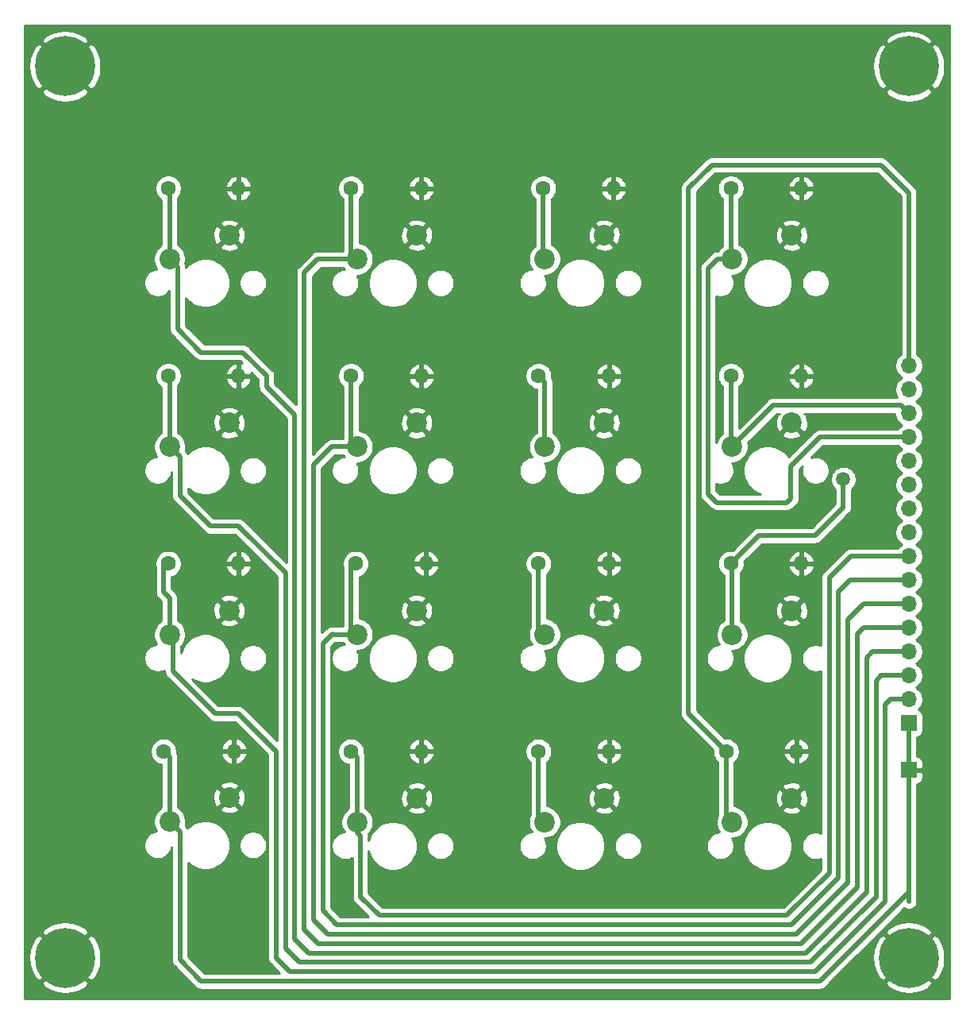
<source format=gbr>
%TF.GenerationSoftware,KiCad,Pcbnew,(5.1.10-1-10_14)*%
%TF.CreationDate,2021-06-29T17:53:49+10:00*%
%TF.ProjectId,octal keyboard,6f637461-6c20-46b6-9579-626f6172642e,rev?*%
%TF.SameCoordinates,Original*%
%TF.FileFunction,Copper,L2,Bot*%
%TF.FilePolarity,Positive*%
%FSLAX46Y46*%
G04 Gerber Fmt 4.6, Leading zero omitted, Abs format (unit mm)*
G04 Created by KiCad (PCBNEW (5.1.10-1-10_14)) date 2021-06-29 17:53:49*
%MOMM*%
%LPD*%
G01*
G04 APERTURE LIST*
%TA.AperFunction,ComponentPad*%
%ADD10R,1.700000X1.700000*%
%TD*%
%TA.AperFunction,ComponentPad*%
%ADD11O,1.700000X1.700000*%
%TD*%
%TA.AperFunction,ComponentPad*%
%ADD12C,0.800000*%
%TD*%
%TA.AperFunction,ComponentPad*%
%ADD13C,6.400000*%
%TD*%
%TA.AperFunction,ComponentPad*%
%ADD14O,1.600000X1.600000*%
%TD*%
%TA.AperFunction,ComponentPad*%
%ADD15C,1.600000*%
%TD*%
%TA.AperFunction,ComponentPad*%
%ADD16C,2.200000*%
%TD*%
%TA.AperFunction,ViaPad*%
%ADD17C,1.500000*%
%TD*%
%TA.AperFunction,Conductor*%
%ADD18C,0.500000*%
%TD*%
%TA.AperFunction,Conductor*%
%ADD19C,0.254000*%
%TD*%
%TA.AperFunction,Conductor*%
%ADD20C,0.100000*%
%TD*%
G04 APERTURE END LIST*
D10*
%TO.P,J2,1*%
%TO.N,COM*%
X196500000Y-120000000D03*
%TD*%
D11*
%TO.P,J1,16*%
%TO.N,CR*%
X196500000Y-76900000D03*
%TO.P,J1,15*%
%TO.N,LF*%
X196500000Y-79440000D03*
%TO.P,J1,14*%
%TO.N,DIV*%
X196500000Y-81980000D03*
%TO.P,J1,13*%
%TO.N,X*%
X196500000Y-84520000D03*
%TO.P,J1,12*%
%TO.N,9*%
X196500000Y-87060000D03*
%TO.P,J1,11*%
%TO.N,6*%
X196500000Y-89600000D03*
%TO.P,J1,10*%
%TO.N,3*%
X196500000Y-92140000D03*
%TO.P,J1,9*%
%TO.N,-*%
X196500000Y-94680000D03*
%TO.P,J1,8*%
%TO.N,+*%
X196500000Y-97220000D03*
%TO.P,J1,7*%
%TO.N,2*%
X196500000Y-99760000D03*
%TO.P,J1,6*%
%TO.N,5*%
X196500000Y-102300000D03*
%TO.P,J1,5*%
%TO.N,8*%
X196500000Y-104840000D03*
%TO.P,J1,4*%
%TO.N,7*%
X196500000Y-107380000D03*
%TO.P,J1,3*%
%TO.N,4*%
X196500000Y-109920000D03*
%TO.P,J1,2*%
%TO.N,1*%
X196500000Y-112460000D03*
D10*
%TO.P,J1,1*%
%TO.N,0*%
X196500000Y-115000000D03*
%TD*%
D12*
%TO.P,H3,1*%
%TO.N,COM*%
X108197056Y-138302944D03*
X106500000Y-137600000D03*
X104802944Y-138302944D03*
X104100000Y-140000000D03*
X104802944Y-141697056D03*
X106500000Y-142400000D03*
X108197056Y-141697056D03*
X108900000Y-140000000D03*
D13*
X106500000Y-140000000D03*
%TD*%
D12*
%TO.P,H1,1*%
%TO.N,COM*%
X108197056Y-43302944D03*
X106500000Y-42600000D03*
X104802944Y-43302944D03*
X104100000Y-45000000D03*
X104802944Y-46697056D03*
X106500000Y-47400000D03*
X108197056Y-46697056D03*
X108900000Y-45000000D03*
D13*
X106500000Y-45000000D03*
%TD*%
D14*
%TO.P,C16,2*%
%TO.N,COM*%
X165000000Y-58000000D03*
D15*
%TO.P,C16,1*%
%TO.N,9*%
X157500000Y-58000000D03*
%TD*%
D14*
%TO.P,C15,2*%
%TO.N,COM*%
X144500000Y-58000000D03*
D15*
%TO.P,C15,1*%
%TO.N,8*%
X137000000Y-58000000D03*
%TD*%
D14*
%TO.P,C14,2*%
%TO.N,COM*%
X125000000Y-58000000D03*
D15*
%TO.P,C14,1*%
%TO.N,7*%
X117500000Y-58000000D03*
%TD*%
D14*
%TO.P,C13,2*%
%TO.N,COM*%
X164500000Y-78000000D03*
D15*
%TO.P,C13,1*%
%TO.N,6*%
X157000000Y-78000000D03*
%TD*%
D14*
%TO.P,C12,2*%
%TO.N,COM*%
X144500000Y-118000000D03*
D15*
%TO.P,C12,1*%
%TO.N,+*%
X137000000Y-118000000D03*
%TD*%
D14*
%TO.P,C11,2*%
%TO.N,COM*%
X144500000Y-78000000D03*
D15*
%TO.P,C11,1*%
%TO.N,5*%
X137000000Y-78000000D03*
%TD*%
D14*
%TO.P,C10,2*%
%TO.N,COM*%
X184500000Y-118000000D03*
D15*
%TO.P,C10,1*%
%TO.N,CR*%
X177000000Y-118000000D03*
%TD*%
D14*
%TO.P,C9,2*%
%TO.N,COM*%
X125000000Y-78000000D03*
D15*
%TO.P,C9,1*%
%TO.N,4*%
X117500000Y-78000000D03*
%TD*%
D14*
%TO.P,C8,2*%
%TO.N,COM*%
X164500000Y-118000000D03*
D15*
%TO.P,C8,1*%
%TO.N,-*%
X157000000Y-118000000D03*
%TD*%
D14*
%TO.P,C7,2*%
%TO.N,COM*%
X164500000Y-98000000D03*
D15*
%TO.P,C7,1*%
%TO.N,3*%
X157000000Y-98000000D03*
%TD*%
D14*
%TO.P,C6,2*%
%TO.N,COM*%
X185000000Y-58000000D03*
D15*
%TO.P,C6,1*%
%TO.N,X*%
X177500000Y-58000000D03*
%TD*%
D14*
%TO.P,C5,2*%
%TO.N,COM*%
X145000000Y-98000000D03*
D15*
%TO.P,C5,1*%
%TO.N,2*%
X137500000Y-98000000D03*
%TD*%
D14*
%TO.P,C4,2*%
%TO.N,COM*%
X185000000Y-78000000D03*
D15*
%TO.P,C4,1*%
%TO.N,DIV*%
X177500000Y-78000000D03*
%TD*%
D14*
%TO.P,C3,2*%
%TO.N,COM*%
X125000000Y-98000000D03*
D15*
%TO.P,C3,1*%
%TO.N,1*%
X117500000Y-98000000D03*
%TD*%
D14*
%TO.P,C2,2*%
%TO.N,COM*%
X185000000Y-98000000D03*
D15*
%TO.P,C2,1*%
%TO.N,LF*%
X177500000Y-98000000D03*
%TD*%
D14*
%TO.P,C1,2*%
%TO.N,COM*%
X124500000Y-118000000D03*
D15*
%TO.P,C1,1*%
%TO.N,0*%
X117000000Y-118000000D03*
%TD*%
D12*
%TO.P,H4,1*%
%TO.N,COM*%
X198197056Y-138302944D03*
X196500000Y-137600000D03*
X194802944Y-138302944D03*
X194100000Y-140000000D03*
X194802944Y-141697056D03*
X196500000Y-142400000D03*
X198197056Y-141697056D03*
X198900000Y-140000000D03*
D13*
X196500000Y-140000000D03*
%TD*%
D12*
%TO.P,H2,1*%
%TO.N,COM*%
X198197056Y-43302944D03*
X196500000Y-42600000D03*
X194802944Y-43302944D03*
X194100000Y-45000000D03*
X194802944Y-46697056D03*
X196500000Y-47400000D03*
X198197056Y-46697056D03*
X198900000Y-45000000D03*
D13*
X196500000Y-45000000D03*
%TD*%
D16*
%TO.P,SW1,1*%
%TO.N,COM*%
X124000000Y-122920000D03*
%TO.P,SW1,2*%
%TO.N,0*%
X117650000Y-125460000D03*
%TD*%
%TO.P,SW3,2*%
%TO.N,LF*%
X177650000Y-105540000D03*
%TO.P,SW3,1*%
%TO.N,COM*%
X184000000Y-103000000D03*
%TD*%
%TO.P,SW4,2*%
%TO.N,1*%
X117650000Y-105540000D03*
%TO.P,SW4,1*%
%TO.N,COM*%
X124000000Y-103000000D03*
%TD*%
%TO.P,SW5,1*%
%TO.N,COM*%
X184000000Y-83000000D03*
%TO.P,SW5,2*%
%TO.N,DIV*%
X177650000Y-85540000D03*
%TD*%
%TO.P,SW6,1*%
%TO.N,COM*%
X144000000Y-103000000D03*
%TO.P,SW6,2*%
%TO.N,2*%
X137650000Y-105540000D03*
%TD*%
%TO.P,SW7,2*%
%TO.N,X*%
X177650000Y-65540000D03*
%TO.P,SW7,1*%
%TO.N,COM*%
X184000000Y-63000000D03*
%TD*%
%TO.P,SW8,2*%
%TO.N,3*%
X157650000Y-105540000D03*
%TO.P,SW8,1*%
%TO.N,COM*%
X164000000Y-103000000D03*
%TD*%
%TO.P,SW9,1*%
%TO.N,COM*%
X164000000Y-123000000D03*
%TO.P,SW9,2*%
%TO.N,-*%
X157650000Y-125540000D03*
%TD*%
%TO.P,SW10,1*%
%TO.N,COM*%
X124000000Y-83000000D03*
%TO.P,SW10,2*%
%TO.N,4*%
X117650000Y-85540000D03*
%TD*%
%TO.P,SW11,2*%
%TO.N,CR*%
X177650000Y-125540000D03*
%TO.P,SW11,1*%
%TO.N,COM*%
X184000000Y-123000000D03*
%TD*%
%TO.P,SW12,2*%
%TO.N,5*%
X137650000Y-85540000D03*
%TO.P,SW12,1*%
%TO.N,COM*%
X144000000Y-83000000D03*
%TD*%
%TO.P,SW13,1*%
%TO.N,COM*%
X144000000Y-123000000D03*
%TO.P,SW13,2*%
%TO.N,+*%
X137650000Y-125540000D03*
%TD*%
%TO.P,SW14,1*%
%TO.N,COM*%
X164000000Y-83000000D03*
%TO.P,SW14,2*%
%TO.N,6*%
X157650000Y-85540000D03*
%TD*%
%TO.P,SW15,2*%
%TO.N,7*%
X117650000Y-65540000D03*
%TO.P,SW15,1*%
%TO.N,COM*%
X124000000Y-63000000D03*
%TD*%
%TO.P,SW16,1*%
%TO.N,COM*%
X144000000Y-63000000D03*
%TO.P,SW16,2*%
%TO.N,8*%
X137650000Y-65540000D03*
%TD*%
%TO.P,SW17,2*%
%TO.N,9*%
X157650000Y-65540000D03*
%TO.P,SW17,1*%
%TO.N,COM*%
X164000000Y-63000000D03*
%TD*%
D17*
%TO.N,LF*%
X189500000Y-89000000D03*
%TD*%
D18*
%TO.N,0*%
X117650000Y-118650000D02*
X117000000Y-118000000D01*
X117650000Y-125460000D02*
X117650000Y-118650000D01*
X196500000Y-115000000D02*
X196500000Y-133000000D01*
X196500000Y-133000000D02*
X196500000Y-134000000D01*
X121000000Y-142500000D02*
X187000000Y-142500000D01*
X118749999Y-140249999D02*
X121000000Y-142500000D01*
X118749999Y-126559999D02*
X118749999Y-140249999D01*
X187000000Y-142500000D02*
X196500000Y-133000000D01*
X117650000Y-125460000D02*
X118749999Y-126559999D01*
%TO.N,1*%
X117650000Y-105540000D02*
X117650000Y-101650000D01*
X117000000Y-101000000D02*
X117000000Y-98000000D01*
X117650000Y-101650000D02*
X117000000Y-101000000D01*
X196500000Y-112460000D02*
X194540000Y-112460000D01*
X194540000Y-112460000D02*
X194000000Y-113000000D01*
X194000000Y-113000000D02*
X194000000Y-134000000D01*
X194000000Y-134000000D02*
X186500000Y-141500000D01*
X186500000Y-141500000D02*
X130500000Y-141500000D01*
X130500000Y-141500000D02*
X129000000Y-140000000D01*
X129000000Y-140000000D02*
X129000000Y-118000000D01*
X129000000Y-118000000D02*
X125000000Y-114000000D01*
X125000000Y-114000000D02*
X122500000Y-114000000D01*
X122500000Y-114000000D02*
X118000000Y-109500000D01*
X118000000Y-105890000D02*
X117650000Y-105540000D01*
X118000000Y-109500000D02*
X118000000Y-105890000D01*
%TO.N,4*%
X117650000Y-78650000D02*
X117000000Y-78000000D01*
X117650000Y-85540000D02*
X117650000Y-78650000D01*
X196500000Y-109920000D02*
X193580000Y-109920000D01*
X193580000Y-109920000D02*
X193000000Y-110500000D01*
X193000000Y-110500000D02*
X193000000Y-133500000D01*
X193000000Y-133500000D02*
X186000000Y-140500000D01*
X186000000Y-140500000D02*
X131500000Y-140500000D01*
X131500000Y-140500000D02*
X130000000Y-139000000D01*
X130000000Y-139000000D02*
X130000000Y-99000000D01*
X130000000Y-99000000D02*
X125000000Y-94000000D01*
X125000000Y-94000000D02*
X122000000Y-94000000D01*
X118749999Y-86639999D02*
X117650000Y-85540000D01*
X118749999Y-90749999D02*
X118749999Y-86639999D01*
X122000000Y-94000000D02*
X118749999Y-90749999D01*
%TO.N,7*%
X117650000Y-58650000D02*
X117000000Y-58000000D01*
X117650000Y-65540000D02*
X117650000Y-58650000D01*
X192620000Y-107380000D02*
X192000000Y-108000000D01*
X128000000Y-79149998D02*
X128000000Y-78000000D01*
X131000000Y-82149998D02*
X128000000Y-79149998D01*
X132500000Y-139500000D02*
X131000000Y-138000000D01*
X192000000Y-108000000D02*
X192000000Y-133000000D01*
X185500000Y-139500000D02*
X132500000Y-139500000D01*
X131000000Y-138000000D02*
X131000000Y-82149998D01*
X192000000Y-133000000D02*
X185500000Y-139500000D01*
X196500000Y-107380000D02*
X192620000Y-107380000D01*
X117650000Y-65540000D02*
X118500000Y-66390000D01*
X118500000Y-66390000D02*
X118500000Y-73000000D01*
X118500000Y-73000000D02*
X121000000Y-75500000D01*
X121000000Y-75500000D02*
X125500000Y-75500000D01*
X128000000Y-78000000D02*
X125500000Y-75500000D01*
%TO.N,8*%
X137000000Y-64890000D02*
X137650000Y-65540000D01*
X137000000Y-58000000D02*
X137000000Y-64890000D01*
X132000000Y-137000000D02*
X132000000Y-67000000D01*
X132000000Y-67000000D02*
X133460000Y-65540000D01*
X133500000Y-138500000D02*
X132000000Y-137000000D01*
X185000000Y-138500000D02*
X133500000Y-138500000D01*
X191000000Y-132500000D02*
X185000000Y-138500000D01*
X191660000Y-104840000D02*
X191000000Y-105500000D01*
X191000000Y-105500000D02*
X191000000Y-132500000D01*
X133460000Y-65540000D02*
X137650000Y-65540000D01*
X196500000Y-104840000D02*
X191660000Y-104840000D01*
%TO.N,5*%
X137000000Y-84890000D02*
X137650000Y-85540000D01*
X137000000Y-78000000D02*
X137000000Y-84890000D01*
X134960000Y-85540000D02*
X137650000Y-85540000D01*
X133000000Y-136000000D02*
X133000000Y-87500000D01*
X134500000Y-137500000D02*
X133000000Y-136000000D01*
X190000000Y-132000000D02*
X184500000Y-137500000D01*
X190000000Y-104000000D02*
X190000000Y-132000000D01*
X184500000Y-137500000D02*
X134500000Y-137500000D01*
X191700000Y-102300000D02*
X190000000Y-104000000D01*
X133000000Y-87500000D02*
X134960000Y-85540000D01*
X196500000Y-102300000D02*
X191700000Y-102300000D01*
%TO.N,2*%
X137000000Y-104890000D02*
X137650000Y-105540000D01*
X137000000Y-98000000D02*
X137000000Y-104890000D01*
X135040000Y-105540000D02*
X137650000Y-105540000D01*
X135000000Y-105500000D02*
X135040000Y-105540000D01*
X135500000Y-136500000D02*
X134000000Y-135000000D01*
X134000000Y-135000000D02*
X134000000Y-106500000D01*
X184000000Y-136500000D02*
X135500000Y-136500000D01*
X134000000Y-106500000D02*
X135000000Y-105500000D01*
X189000000Y-101000000D02*
X189000000Y-131500000D01*
X189000000Y-131500000D02*
X184000000Y-136500000D01*
X190240000Y-99760000D02*
X189000000Y-101000000D01*
X196500000Y-99760000D02*
X190240000Y-99760000D01*
%TO.N,+*%
X137650000Y-118650000D02*
X137000000Y-118000000D01*
X137650000Y-125540000D02*
X137650000Y-118650000D01*
X196500000Y-97220000D02*
X190280000Y-97220000D01*
X190280000Y-97220000D02*
X188000000Y-99500000D01*
X188000000Y-99500000D02*
X188000000Y-128544002D01*
X188000000Y-128544002D02*
X188000000Y-131000000D01*
X188000000Y-131000000D02*
X183500000Y-135500000D01*
X183500000Y-135500000D02*
X182000000Y-135500000D01*
X137650000Y-125540000D02*
X137650000Y-126650000D01*
X137650000Y-126650000D02*
X138000000Y-127000000D01*
X138000000Y-133500000D02*
X140000000Y-135500000D01*
X138000000Y-127000000D02*
X138000000Y-133500000D01*
X182000000Y-135500000D02*
X140000000Y-135500000D01*
%TO.N,-*%
X157000000Y-124890000D02*
X157650000Y-125540000D01*
X157000000Y-118000000D02*
X157000000Y-124890000D01*
%TO.N,3*%
X157000000Y-104890000D02*
X157650000Y-105540000D01*
X157000000Y-98000000D02*
X157000000Y-104890000D01*
%TO.N,6*%
X157650000Y-78650000D02*
X157000000Y-78000000D01*
X157650000Y-85540000D02*
X157650000Y-78650000D01*
%TO.N,9*%
X157500000Y-65390000D02*
X157650000Y-65540000D01*
X157500000Y-58000000D02*
X157500000Y-65390000D01*
%TO.N,DIV*%
X177500000Y-85390000D02*
X177650000Y-85540000D01*
X177500000Y-78000000D02*
X177500000Y-85390000D01*
X196500000Y-81980000D02*
X195650001Y-81130001D01*
X195650001Y-81130001D02*
X182059999Y-81130001D01*
X182059999Y-81130001D02*
X178749999Y-84440001D01*
X178749999Y-84440001D02*
X177650000Y-85540000D01*
%TO.N,LF*%
X178190000Y-105000000D02*
X177650000Y-105540000D01*
X177650000Y-98150000D02*
X177500000Y-98000000D01*
X177650000Y-105540000D02*
X177650000Y-98150000D01*
X177500000Y-98000000D02*
X180500000Y-95000000D01*
X180500000Y-95000000D02*
X186500000Y-95000000D01*
X189500000Y-92000000D02*
X189500000Y-89000000D01*
X186500000Y-95000000D02*
X189500000Y-92000000D01*
%TO.N,CR*%
X177000000Y-124890000D02*
X177650000Y-125540000D01*
X177000000Y-118000000D02*
X177000000Y-124890000D01*
X196500000Y-76900000D02*
X196500000Y-58500000D01*
X196500000Y-58500000D02*
X193500000Y-55500000D01*
X193500000Y-55500000D02*
X175500000Y-55500000D01*
X175500000Y-55500000D02*
X173000000Y-58000000D01*
X173000000Y-114000000D02*
X177000000Y-118000000D01*
X173000000Y-58000000D02*
X173000000Y-114000000D01*
%TO.N,X*%
X177500000Y-65390000D02*
X177650000Y-65540000D01*
X177500000Y-58000000D02*
X177500000Y-65390000D01*
X176094366Y-65540000D02*
X177650000Y-65540000D01*
X175079999Y-66554367D02*
X176094366Y-65540000D01*
X175079999Y-90579999D02*
X175079999Y-66554367D01*
X183500000Y-91500000D02*
X176000000Y-91500000D01*
X186980000Y-84520000D02*
X183910001Y-87589999D01*
X183910001Y-91089999D02*
X183500000Y-91500000D01*
X183910001Y-87589999D02*
X183910001Y-91089999D01*
X176000000Y-91500000D02*
X175079999Y-90579999D01*
X196500000Y-84520000D02*
X186980000Y-84520000D01*
%TD*%
D19*
%TO.N,COM*%
X200840001Y-144340000D02*
X102160000Y-144340000D01*
X102160000Y-142700881D01*
X103978724Y-142700881D01*
X104338912Y-143190548D01*
X105002882Y-143550849D01*
X105724385Y-143774694D01*
X106475695Y-143853480D01*
X107227938Y-143784178D01*
X107952208Y-143569452D01*
X108620670Y-143217555D01*
X108661088Y-143190548D01*
X109021276Y-142700881D01*
X106500000Y-140179605D01*
X103978724Y-142700881D01*
X102160000Y-142700881D01*
X102160000Y-139975695D01*
X102646520Y-139975695D01*
X102715822Y-140727938D01*
X102930548Y-141452208D01*
X103282445Y-142120670D01*
X103309452Y-142161088D01*
X103799119Y-142521276D01*
X106320395Y-140000000D01*
X106679605Y-140000000D01*
X109200881Y-142521276D01*
X109690548Y-142161088D01*
X110050849Y-141497118D01*
X110274694Y-140775615D01*
X110353480Y-140024305D01*
X110284178Y-139272062D01*
X110069452Y-138547792D01*
X109717555Y-137879330D01*
X109690548Y-137838912D01*
X109200881Y-137478724D01*
X106679605Y-140000000D01*
X106320395Y-140000000D01*
X103799119Y-137478724D01*
X103309452Y-137838912D01*
X102949151Y-138502882D01*
X102725306Y-139224385D01*
X102646520Y-139975695D01*
X102160000Y-139975695D01*
X102160000Y-137299119D01*
X103978724Y-137299119D01*
X106500000Y-139820395D01*
X109021276Y-137299119D01*
X108661088Y-136809452D01*
X107997118Y-136449151D01*
X107275615Y-136225306D01*
X106524305Y-136146520D01*
X105772062Y-136215822D01*
X105047792Y-136430548D01*
X104379330Y-136782445D01*
X104338912Y-136809452D01*
X103978724Y-137299119D01*
X102160000Y-137299119D01*
X102160000Y-67933740D01*
X114895000Y-67933740D01*
X114895000Y-68226260D01*
X114952068Y-68513158D01*
X115064010Y-68783411D01*
X115226525Y-69026632D01*
X115433368Y-69233475D01*
X115676589Y-69395990D01*
X115946842Y-69507932D01*
X116233740Y-69565000D01*
X116526260Y-69565000D01*
X116813158Y-69507932D01*
X117083411Y-69395990D01*
X117326632Y-69233475D01*
X117533475Y-69026632D01*
X117615000Y-68904621D01*
X117615001Y-72956521D01*
X117610719Y-73000000D01*
X117627805Y-73173490D01*
X117678412Y-73340313D01*
X117760590Y-73494059D01*
X117843468Y-73595046D01*
X117843471Y-73595049D01*
X117871184Y-73628817D01*
X117904951Y-73656529D01*
X120343470Y-76095049D01*
X120371183Y-76128817D01*
X120404951Y-76156530D01*
X120404953Y-76156532D01*
X120505941Y-76239411D01*
X120659687Y-76321589D01*
X120826510Y-76372195D01*
X120956523Y-76385000D01*
X120956531Y-76385000D01*
X121000000Y-76389281D01*
X121043469Y-76385000D01*
X125133422Y-76385000D01*
X125360682Y-76612260D01*
X125349040Y-76608091D01*
X125127000Y-76729376D01*
X125127000Y-77873000D01*
X126269915Y-77873000D01*
X126391904Y-77650961D01*
X126388648Y-77640227D01*
X127115001Y-78366580D01*
X127115000Y-79106528D01*
X127110719Y-79149998D01*
X127115000Y-79193467D01*
X127115000Y-79193474D01*
X127127805Y-79323487D01*
X127178411Y-79490310D01*
X127260589Y-79644056D01*
X127371183Y-79778815D01*
X127404956Y-79806532D01*
X130115001Y-82516578D01*
X130115001Y-97863422D01*
X125656534Y-93404956D01*
X125628817Y-93371183D01*
X125494059Y-93260589D01*
X125340313Y-93178411D01*
X125173490Y-93127805D01*
X125043477Y-93115000D01*
X125043469Y-93115000D01*
X125000000Y-93110719D01*
X124956531Y-93115000D01*
X122366579Y-93115000D01*
X119634999Y-90383421D01*
X119634999Y-89981452D01*
X119780285Y-90126738D01*
X120211859Y-90415107D01*
X120691399Y-90613739D01*
X121200475Y-90715000D01*
X121719525Y-90715000D01*
X122228601Y-90613739D01*
X122708141Y-90415107D01*
X123139715Y-90126738D01*
X123506738Y-89759715D01*
X123795107Y-89328141D01*
X123993739Y-88848601D01*
X124095000Y-88339525D01*
X124095000Y-87933740D01*
X125055000Y-87933740D01*
X125055000Y-88226260D01*
X125112068Y-88513158D01*
X125224010Y-88783411D01*
X125386525Y-89026632D01*
X125593368Y-89233475D01*
X125836589Y-89395990D01*
X126106842Y-89507932D01*
X126393740Y-89565000D01*
X126686260Y-89565000D01*
X126973158Y-89507932D01*
X127243411Y-89395990D01*
X127486632Y-89233475D01*
X127693475Y-89026632D01*
X127855990Y-88783411D01*
X127967932Y-88513158D01*
X128025000Y-88226260D01*
X128025000Y-87933740D01*
X127967932Y-87646842D01*
X127855990Y-87376589D01*
X127693475Y-87133368D01*
X127486632Y-86926525D01*
X127243411Y-86764010D01*
X126973158Y-86652068D01*
X126686260Y-86595000D01*
X126393740Y-86595000D01*
X126106842Y-86652068D01*
X125836589Y-86764010D01*
X125593368Y-86926525D01*
X125386525Y-87133368D01*
X125224010Y-87376589D01*
X125112068Y-87646842D01*
X125055000Y-87933740D01*
X124095000Y-87933740D01*
X124095000Y-87820475D01*
X123993739Y-87311399D01*
X123795107Y-86831859D01*
X123506738Y-86400285D01*
X123139715Y-86033262D01*
X122708141Y-85744893D01*
X122228601Y-85546261D01*
X121719525Y-85445000D01*
X121200475Y-85445000D01*
X120691399Y-85546261D01*
X120211859Y-85744893D01*
X119780285Y-86033262D01*
X119551481Y-86262066D01*
X119489410Y-86145940D01*
X119406531Y-86044952D01*
X119406529Y-86044950D01*
X119378816Y-86011182D01*
X119345048Y-85983469D01*
X119333147Y-85971568D01*
X119385000Y-85710883D01*
X119385000Y-85369117D01*
X119318325Y-85033919D01*
X119187537Y-84718169D01*
X118997663Y-84434002D01*
X118770373Y-84206712D01*
X122972893Y-84206712D01*
X123080726Y-84481338D01*
X123387384Y-84632216D01*
X123717585Y-84720369D01*
X124058639Y-84742409D01*
X124397439Y-84697489D01*
X124720966Y-84587336D01*
X124919274Y-84481338D01*
X125027107Y-84206712D01*
X124000000Y-83179605D01*
X122972893Y-84206712D01*
X118770373Y-84206712D01*
X118755998Y-84192337D01*
X118535000Y-84044671D01*
X118535000Y-83058639D01*
X122257591Y-83058639D01*
X122302511Y-83397439D01*
X122412664Y-83720966D01*
X122518662Y-83919274D01*
X122793288Y-84027107D01*
X123820395Y-83000000D01*
X124179605Y-83000000D01*
X125206712Y-84027107D01*
X125481338Y-83919274D01*
X125632216Y-83612616D01*
X125720369Y-83282415D01*
X125742409Y-82941361D01*
X125697489Y-82602561D01*
X125587336Y-82279034D01*
X125481338Y-82080726D01*
X125206712Y-81972893D01*
X124179605Y-83000000D01*
X123820395Y-83000000D01*
X122793288Y-81972893D01*
X122518662Y-82080726D01*
X122367784Y-82387384D01*
X122279631Y-82717585D01*
X122257591Y-83058639D01*
X118535000Y-83058639D01*
X118535000Y-81793288D01*
X122972893Y-81793288D01*
X124000000Y-82820395D01*
X125027107Y-81793288D01*
X124919274Y-81518662D01*
X124612616Y-81367784D01*
X124282415Y-81279631D01*
X123941361Y-81257591D01*
X123602561Y-81302511D01*
X123279034Y-81412664D01*
X123080726Y-81518662D01*
X122972893Y-81793288D01*
X118535000Y-81793288D01*
X118535000Y-78994396D01*
X118614637Y-78914759D01*
X118771680Y-78679727D01*
X118879853Y-78418574D01*
X118893684Y-78349039D01*
X123608096Y-78349039D01*
X123648754Y-78483087D01*
X123768963Y-78737420D01*
X123936481Y-78963414D01*
X124144869Y-79152385D01*
X124386119Y-79297070D01*
X124650960Y-79391909D01*
X124873000Y-79270624D01*
X124873000Y-78127000D01*
X125127000Y-78127000D01*
X125127000Y-79270624D01*
X125349040Y-79391909D01*
X125613881Y-79297070D01*
X125855131Y-79152385D01*
X126063519Y-78963414D01*
X126231037Y-78737420D01*
X126351246Y-78483087D01*
X126391904Y-78349039D01*
X126269915Y-78127000D01*
X125127000Y-78127000D01*
X124873000Y-78127000D01*
X123730085Y-78127000D01*
X123608096Y-78349039D01*
X118893684Y-78349039D01*
X118935000Y-78141335D01*
X118935000Y-77858665D01*
X118893685Y-77650961D01*
X123608096Y-77650961D01*
X123730085Y-77873000D01*
X124873000Y-77873000D01*
X124873000Y-76729376D01*
X124650960Y-76608091D01*
X124386119Y-76702930D01*
X124144869Y-76847615D01*
X123936481Y-77036586D01*
X123768963Y-77262580D01*
X123648754Y-77516913D01*
X123608096Y-77650961D01*
X118893685Y-77650961D01*
X118879853Y-77581426D01*
X118771680Y-77320273D01*
X118614637Y-77085241D01*
X118414759Y-76885363D01*
X118179727Y-76728320D01*
X117918574Y-76620147D01*
X117641335Y-76565000D01*
X117358665Y-76565000D01*
X117081426Y-76620147D01*
X116820273Y-76728320D01*
X116585241Y-76885363D01*
X116385363Y-77085241D01*
X116228320Y-77320273D01*
X116120147Y-77581426D01*
X116065000Y-77858665D01*
X116065000Y-78141335D01*
X116120147Y-78418574D01*
X116228320Y-78679727D01*
X116385363Y-78914759D01*
X116585241Y-79114637D01*
X116765001Y-79234748D01*
X116765000Y-84044671D01*
X116544002Y-84192337D01*
X116302337Y-84434002D01*
X116112463Y-84718169D01*
X115981675Y-85033919D01*
X115915000Y-85369117D01*
X115915000Y-85710883D01*
X115981675Y-86046081D01*
X116112463Y-86361831D01*
X116268261Y-86595000D01*
X116233740Y-86595000D01*
X115946842Y-86652068D01*
X115676589Y-86764010D01*
X115433368Y-86926525D01*
X115226525Y-87133368D01*
X115064010Y-87376589D01*
X114952068Y-87646842D01*
X114895000Y-87933740D01*
X114895000Y-88226260D01*
X114952068Y-88513158D01*
X115064010Y-88783411D01*
X115226525Y-89026632D01*
X115433368Y-89233475D01*
X115676589Y-89395990D01*
X115946842Y-89507932D01*
X116233740Y-89565000D01*
X116526260Y-89565000D01*
X116813158Y-89507932D01*
X117083411Y-89395990D01*
X117326632Y-89233475D01*
X117533475Y-89026632D01*
X117695990Y-88783411D01*
X117807932Y-88513158D01*
X117865000Y-88226260D01*
X117864999Y-90706530D01*
X117860718Y-90749999D01*
X117864999Y-90793468D01*
X117864999Y-90793475D01*
X117875978Y-90904953D01*
X117877066Y-90915990D01*
X117877804Y-90923488D01*
X117928410Y-91090311D01*
X118010588Y-91244057D01*
X118121182Y-91378816D01*
X118154955Y-91406533D01*
X121343470Y-94595049D01*
X121371183Y-94628817D01*
X121404951Y-94656530D01*
X121404953Y-94656532D01*
X121476452Y-94715210D01*
X121505941Y-94739411D01*
X121659687Y-94821589D01*
X121826510Y-94872195D01*
X121956523Y-94885000D01*
X121956533Y-94885000D01*
X121999999Y-94889281D01*
X122043465Y-94885000D01*
X124633422Y-94885000D01*
X129115001Y-99366580D01*
X129115001Y-116863422D01*
X125656534Y-113404956D01*
X125628817Y-113371183D01*
X125494059Y-113260589D01*
X125340313Y-113178411D01*
X125173490Y-113127805D01*
X125043477Y-113115000D01*
X125043469Y-113115000D01*
X125000000Y-113110719D01*
X124956531Y-113115000D01*
X122866579Y-113115000D01*
X120075720Y-110324142D01*
X120211859Y-110415107D01*
X120691399Y-110613739D01*
X121200475Y-110715000D01*
X121719525Y-110715000D01*
X122228601Y-110613739D01*
X122708141Y-110415107D01*
X123139715Y-110126738D01*
X123506738Y-109759715D01*
X123795107Y-109328141D01*
X123993739Y-108848601D01*
X124095000Y-108339525D01*
X124095000Y-107933740D01*
X125055000Y-107933740D01*
X125055000Y-108226260D01*
X125112068Y-108513158D01*
X125224010Y-108783411D01*
X125386525Y-109026632D01*
X125593368Y-109233475D01*
X125836589Y-109395990D01*
X126106842Y-109507932D01*
X126393740Y-109565000D01*
X126686260Y-109565000D01*
X126973158Y-109507932D01*
X127243411Y-109395990D01*
X127486632Y-109233475D01*
X127693475Y-109026632D01*
X127855990Y-108783411D01*
X127967932Y-108513158D01*
X128025000Y-108226260D01*
X128025000Y-107933740D01*
X127967932Y-107646842D01*
X127855990Y-107376589D01*
X127693475Y-107133368D01*
X127486632Y-106926525D01*
X127243411Y-106764010D01*
X126973158Y-106652068D01*
X126686260Y-106595000D01*
X126393740Y-106595000D01*
X126106842Y-106652068D01*
X125836589Y-106764010D01*
X125593368Y-106926525D01*
X125386525Y-107133368D01*
X125224010Y-107376589D01*
X125112068Y-107646842D01*
X125055000Y-107933740D01*
X124095000Y-107933740D01*
X124095000Y-107820475D01*
X123993739Y-107311399D01*
X123795107Y-106831859D01*
X123506738Y-106400285D01*
X123139715Y-106033262D01*
X122708141Y-105744893D01*
X122228601Y-105546261D01*
X121719525Y-105445000D01*
X121200475Y-105445000D01*
X120691399Y-105546261D01*
X120211859Y-105744893D01*
X119780285Y-106033262D01*
X119413262Y-106400285D01*
X119124893Y-106831859D01*
X118926261Y-107311399D01*
X118885000Y-107518833D01*
X118885000Y-106758661D01*
X118997663Y-106645998D01*
X119187537Y-106361831D01*
X119318325Y-106046081D01*
X119385000Y-105710883D01*
X119385000Y-105369117D01*
X119318325Y-105033919D01*
X119187537Y-104718169D01*
X118997663Y-104434002D01*
X118770373Y-104206712D01*
X122972893Y-104206712D01*
X123080726Y-104481338D01*
X123387384Y-104632216D01*
X123717585Y-104720369D01*
X124058639Y-104742409D01*
X124397439Y-104697489D01*
X124720966Y-104587336D01*
X124919274Y-104481338D01*
X125027107Y-104206712D01*
X124000000Y-103179605D01*
X122972893Y-104206712D01*
X118770373Y-104206712D01*
X118755998Y-104192337D01*
X118535000Y-104044671D01*
X118535000Y-103058639D01*
X122257591Y-103058639D01*
X122302511Y-103397439D01*
X122412664Y-103720966D01*
X122518662Y-103919274D01*
X122793288Y-104027107D01*
X123820395Y-103000000D01*
X124179605Y-103000000D01*
X125206712Y-104027107D01*
X125481338Y-103919274D01*
X125632216Y-103612616D01*
X125720369Y-103282415D01*
X125742409Y-102941361D01*
X125697489Y-102602561D01*
X125587336Y-102279034D01*
X125481338Y-102080726D01*
X125206712Y-101972893D01*
X124179605Y-103000000D01*
X123820395Y-103000000D01*
X122793288Y-101972893D01*
X122518662Y-102080726D01*
X122367784Y-102387384D01*
X122279631Y-102717585D01*
X122257591Y-103058639D01*
X118535000Y-103058639D01*
X118535000Y-101793288D01*
X122972893Y-101793288D01*
X124000000Y-102820395D01*
X125027107Y-101793288D01*
X124919274Y-101518662D01*
X124612616Y-101367784D01*
X124282415Y-101279631D01*
X123941361Y-101257591D01*
X123602561Y-101302511D01*
X123279034Y-101412664D01*
X123080726Y-101518662D01*
X122972893Y-101793288D01*
X118535000Y-101793288D01*
X118535000Y-101693469D01*
X118539281Y-101650000D01*
X118535000Y-101606531D01*
X118535000Y-101606523D01*
X118522195Y-101476510D01*
X118471589Y-101309687D01*
X118389411Y-101155941D01*
X118381683Y-101146525D01*
X118306532Y-101054953D01*
X118306530Y-101054951D01*
X118278817Y-101021183D01*
X118245049Y-100993470D01*
X117885000Y-100633422D01*
X117885000Y-99386531D01*
X117918574Y-99379853D01*
X118179727Y-99271680D01*
X118414759Y-99114637D01*
X118614637Y-98914759D01*
X118771680Y-98679727D01*
X118879853Y-98418574D01*
X118893684Y-98349039D01*
X123608096Y-98349039D01*
X123648754Y-98483087D01*
X123768963Y-98737420D01*
X123936481Y-98963414D01*
X124144869Y-99152385D01*
X124386119Y-99297070D01*
X124650960Y-99391909D01*
X124873000Y-99270624D01*
X124873000Y-98127000D01*
X125127000Y-98127000D01*
X125127000Y-99270624D01*
X125349040Y-99391909D01*
X125613881Y-99297070D01*
X125855131Y-99152385D01*
X126063519Y-98963414D01*
X126231037Y-98737420D01*
X126351246Y-98483087D01*
X126391904Y-98349039D01*
X126269915Y-98127000D01*
X125127000Y-98127000D01*
X124873000Y-98127000D01*
X123730085Y-98127000D01*
X123608096Y-98349039D01*
X118893684Y-98349039D01*
X118935000Y-98141335D01*
X118935000Y-97858665D01*
X118893685Y-97650961D01*
X123608096Y-97650961D01*
X123730085Y-97873000D01*
X124873000Y-97873000D01*
X124873000Y-96729376D01*
X125127000Y-96729376D01*
X125127000Y-97873000D01*
X126269915Y-97873000D01*
X126391904Y-97650961D01*
X126351246Y-97516913D01*
X126231037Y-97262580D01*
X126063519Y-97036586D01*
X125855131Y-96847615D01*
X125613881Y-96702930D01*
X125349040Y-96608091D01*
X125127000Y-96729376D01*
X124873000Y-96729376D01*
X124650960Y-96608091D01*
X124386119Y-96702930D01*
X124144869Y-96847615D01*
X123936481Y-97036586D01*
X123768963Y-97262580D01*
X123648754Y-97516913D01*
X123608096Y-97650961D01*
X118893685Y-97650961D01*
X118879853Y-97581426D01*
X118771680Y-97320273D01*
X118614637Y-97085241D01*
X118414759Y-96885363D01*
X118179727Y-96728320D01*
X117918574Y-96620147D01*
X117641335Y-96565000D01*
X117358665Y-96565000D01*
X117081426Y-96620147D01*
X116820273Y-96728320D01*
X116585241Y-96885363D01*
X116385363Y-97085241D01*
X116228320Y-97320273D01*
X116120147Y-97581426D01*
X116065000Y-97858665D01*
X116065000Y-98141335D01*
X116115001Y-98392703D01*
X116115000Y-100956531D01*
X116110719Y-101000000D01*
X116115000Y-101043469D01*
X116115000Y-101043476D01*
X116127805Y-101173489D01*
X116178411Y-101340312D01*
X116260589Y-101494058D01*
X116371183Y-101628817D01*
X116404954Y-101656532D01*
X116765001Y-102016579D01*
X116765000Y-104044671D01*
X116544002Y-104192337D01*
X116302337Y-104434002D01*
X116112463Y-104718169D01*
X115981675Y-105033919D01*
X115915000Y-105369117D01*
X115915000Y-105710883D01*
X115981675Y-106046081D01*
X116112463Y-106361831D01*
X116268261Y-106595000D01*
X116233740Y-106595000D01*
X115946842Y-106652068D01*
X115676589Y-106764010D01*
X115433368Y-106926525D01*
X115226525Y-107133368D01*
X115064010Y-107376589D01*
X114952068Y-107646842D01*
X114895000Y-107933740D01*
X114895000Y-108226260D01*
X114952068Y-108513158D01*
X115064010Y-108783411D01*
X115226525Y-109026632D01*
X115433368Y-109233475D01*
X115676589Y-109395990D01*
X115946842Y-109507932D01*
X116233740Y-109565000D01*
X116526260Y-109565000D01*
X116813158Y-109507932D01*
X117083411Y-109395990D01*
X117115000Y-109374883D01*
X117115000Y-109456531D01*
X117110719Y-109500000D01*
X117115000Y-109543469D01*
X117115000Y-109543476D01*
X117127805Y-109673489D01*
X117178411Y-109840312D01*
X117260589Y-109994058D01*
X117371183Y-110128817D01*
X117404956Y-110156534D01*
X121843470Y-114595049D01*
X121871183Y-114628817D01*
X121904951Y-114656530D01*
X121904953Y-114656532D01*
X121908799Y-114659688D01*
X122005941Y-114739411D01*
X122159687Y-114821589D01*
X122326510Y-114872195D01*
X122456523Y-114885000D01*
X122456533Y-114885000D01*
X122499999Y-114889281D01*
X122543466Y-114885000D01*
X124633422Y-114885000D01*
X128115001Y-118366580D01*
X128115000Y-139956531D01*
X128110719Y-140000000D01*
X128115000Y-140043469D01*
X128115000Y-140043476D01*
X128127805Y-140173489D01*
X128178411Y-140340312D01*
X128260589Y-140494058D01*
X128371183Y-140628817D01*
X128404956Y-140656534D01*
X129363421Y-141615000D01*
X121366579Y-141615000D01*
X119634999Y-139883421D01*
X119634999Y-129901452D01*
X119780285Y-130046738D01*
X120211859Y-130335107D01*
X120691399Y-130533739D01*
X121200475Y-130635000D01*
X121719525Y-130635000D01*
X122228601Y-130533739D01*
X122708141Y-130335107D01*
X123139715Y-130046738D01*
X123506738Y-129679715D01*
X123795107Y-129248141D01*
X123993739Y-128768601D01*
X124095000Y-128259525D01*
X124095000Y-127853740D01*
X125055000Y-127853740D01*
X125055000Y-128146260D01*
X125112068Y-128433158D01*
X125224010Y-128703411D01*
X125386525Y-128946632D01*
X125593368Y-129153475D01*
X125836589Y-129315990D01*
X126106842Y-129427932D01*
X126393740Y-129485000D01*
X126686260Y-129485000D01*
X126973158Y-129427932D01*
X127243411Y-129315990D01*
X127486632Y-129153475D01*
X127693475Y-128946632D01*
X127855990Y-128703411D01*
X127967932Y-128433158D01*
X128025000Y-128146260D01*
X128025000Y-127853740D01*
X127967932Y-127566842D01*
X127855990Y-127296589D01*
X127693475Y-127053368D01*
X127486632Y-126846525D01*
X127243411Y-126684010D01*
X126973158Y-126572068D01*
X126686260Y-126515000D01*
X126393740Y-126515000D01*
X126106842Y-126572068D01*
X125836589Y-126684010D01*
X125593368Y-126846525D01*
X125386525Y-127053368D01*
X125224010Y-127296589D01*
X125112068Y-127566842D01*
X125055000Y-127853740D01*
X124095000Y-127853740D01*
X124095000Y-127740475D01*
X123993739Y-127231399D01*
X123795107Y-126751859D01*
X123506738Y-126320285D01*
X123139715Y-125953262D01*
X122708141Y-125664893D01*
X122228601Y-125466261D01*
X121719525Y-125365000D01*
X121200475Y-125365000D01*
X120691399Y-125466261D01*
X120211859Y-125664893D01*
X119780285Y-125953262D01*
X119551481Y-126182066D01*
X119489410Y-126065940D01*
X119406531Y-125964952D01*
X119406529Y-125964950D01*
X119378816Y-125931182D01*
X119345049Y-125903470D01*
X119333147Y-125891568D01*
X119385000Y-125630883D01*
X119385000Y-125289117D01*
X119318325Y-124953919D01*
X119187537Y-124638169D01*
X118997663Y-124354002D01*
X118770373Y-124126712D01*
X122972893Y-124126712D01*
X123080726Y-124401338D01*
X123387384Y-124552216D01*
X123717585Y-124640369D01*
X124058639Y-124662409D01*
X124397439Y-124617489D01*
X124720966Y-124507336D01*
X124919274Y-124401338D01*
X125027107Y-124126712D01*
X124000000Y-123099605D01*
X122972893Y-124126712D01*
X118770373Y-124126712D01*
X118755998Y-124112337D01*
X118535000Y-123964671D01*
X118535000Y-122978639D01*
X122257591Y-122978639D01*
X122302511Y-123317439D01*
X122412664Y-123640966D01*
X122518662Y-123839274D01*
X122793288Y-123947107D01*
X123820395Y-122920000D01*
X124179605Y-122920000D01*
X125206712Y-123947107D01*
X125481338Y-123839274D01*
X125632216Y-123532616D01*
X125720369Y-123202415D01*
X125742409Y-122861361D01*
X125697489Y-122522561D01*
X125587336Y-122199034D01*
X125481338Y-122000726D01*
X125206712Y-121892893D01*
X124179605Y-122920000D01*
X123820395Y-122920000D01*
X122793288Y-121892893D01*
X122518662Y-122000726D01*
X122367784Y-122307384D01*
X122279631Y-122637585D01*
X122257591Y-122978639D01*
X118535000Y-122978639D01*
X118535000Y-121713288D01*
X122972893Y-121713288D01*
X124000000Y-122740395D01*
X125027107Y-121713288D01*
X124919274Y-121438662D01*
X124612616Y-121287784D01*
X124282415Y-121199631D01*
X123941361Y-121177591D01*
X123602561Y-121222511D01*
X123279034Y-121332664D01*
X123080726Y-121438662D01*
X122972893Y-121713288D01*
X118535000Y-121713288D01*
X118535000Y-118693469D01*
X118539281Y-118650000D01*
X118535000Y-118606531D01*
X118535000Y-118606523D01*
X118522195Y-118476510D01*
X118483527Y-118349039D01*
X123108096Y-118349039D01*
X123148754Y-118483087D01*
X123268963Y-118737420D01*
X123436481Y-118963414D01*
X123644869Y-119152385D01*
X123886119Y-119297070D01*
X124150960Y-119391909D01*
X124373000Y-119270624D01*
X124373000Y-118127000D01*
X124627000Y-118127000D01*
X124627000Y-119270624D01*
X124849040Y-119391909D01*
X125113881Y-119297070D01*
X125355131Y-119152385D01*
X125563519Y-118963414D01*
X125731037Y-118737420D01*
X125851246Y-118483087D01*
X125891904Y-118349039D01*
X125769915Y-118127000D01*
X124627000Y-118127000D01*
X124373000Y-118127000D01*
X123230085Y-118127000D01*
X123108096Y-118349039D01*
X118483527Y-118349039D01*
X118471589Y-118309687D01*
X118420518Y-118214139D01*
X118435000Y-118141335D01*
X118435000Y-117858665D01*
X118393685Y-117650961D01*
X123108096Y-117650961D01*
X123230085Y-117873000D01*
X124373000Y-117873000D01*
X124373000Y-116729376D01*
X124627000Y-116729376D01*
X124627000Y-117873000D01*
X125769915Y-117873000D01*
X125891904Y-117650961D01*
X125851246Y-117516913D01*
X125731037Y-117262580D01*
X125563519Y-117036586D01*
X125355131Y-116847615D01*
X125113881Y-116702930D01*
X124849040Y-116608091D01*
X124627000Y-116729376D01*
X124373000Y-116729376D01*
X124150960Y-116608091D01*
X123886119Y-116702930D01*
X123644869Y-116847615D01*
X123436481Y-117036586D01*
X123268963Y-117262580D01*
X123148754Y-117516913D01*
X123108096Y-117650961D01*
X118393685Y-117650961D01*
X118379853Y-117581426D01*
X118271680Y-117320273D01*
X118114637Y-117085241D01*
X117914759Y-116885363D01*
X117679727Y-116728320D01*
X117418574Y-116620147D01*
X117141335Y-116565000D01*
X116858665Y-116565000D01*
X116581426Y-116620147D01*
X116320273Y-116728320D01*
X116085241Y-116885363D01*
X115885363Y-117085241D01*
X115728320Y-117320273D01*
X115620147Y-117581426D01*
X115565000Y-117858665D01*
X115565000Y-118141335D01*
X115620147Y-118418574D01*
X115728320Y-118679727D01*
X115885363Y-118914759D01*
X116085241Y-119114637D01*
X116320273Y-119271680D01*
X116581426Y-119379853D01*
X116765001Y-119416369D01*
X116765000Y-123964671D01*
X116544002Y-124112337D01*
X116302337Y-124354002D01*
X116112463Y-124638169D01*
X115981675Y-124953919D01*
X115915000Y-125289117D01*
X115915000Y-125630883D01*
X115981675Y-125966081D01*
X116112463Y-126281831D01*
X116268261Y-126515000D01*
X116233740Y-126515000D01*
X115946842Y-126572068D01*
X115676589Y-126684010D01*
X115433368Y-126846525D01*
X115226525Y-127053368D01*
X115064010Y-127296589D01*
X114952068Y-127566842D01*
X114895000Y-127853740D01*
X114895000Y-128146260D01*
X114952068Y-128433158D01*
X115064010Y-128703411D01*
X115226525Y-128946632D01*
X115433368Y-129153475D01*
X115676589Y-129315990D01*
X115946842Y-129427932D01*
X116233740Y-129485000D01*
X116526260Y-129485000D01*
X116813158Y-129427932D01*
X117083411Y-129315990D01*
X117326632Y-129153475D01*
X117533475Y-128946632D01*
X117695990Y-128703411D01*
X117807932Y-128433158D01*
X117864999Y-128146264D01*
X117865000Y-140206520D01*
X117860718Y-140249999D01*
X117877804Y-140423489D01*
X117928411Y-140590312D01*
X118010589Y-140744058D01*
X118093467Y-140845045D01*
X118093470Y-140845048D01*
X118121183Y-140878816D01*
X118154950Y-140906528D01*
X120343470Y-143095049D01*
X120371183Y-143128817D01*
X120404951Y-143156530D01*
X120404953Y-143156532D01*
X120505940Y-143239410D01*
X120505941Y-143239411D01*
X120659687Y-143321589D01*
X120775903Y-143356843D01*
X120826509Y-143372195D01*
X120841306Y-143373652D01*
X120956523Y-143385000D01*
X120956531Y-143385000D01*
X121000000Y-143389281D01*
X121043469Y-143385000D01*
X186956531Y-143385000D01*
X187000000Y-143389281D01*
X187043469Y-143385000D01*
X187043477Y-143385000D01*
X187173490Y-143372195D01*
X187340313Y-143321589D01*
X187494059Y-143239411D01*
X187628817Y-143128817D01*
X187656534Y-143095044D01*
X188050697Y-142700881D01*
X193978724Y-142700881D01*
X194338912Y-143190548D01*
X195002882Y-143550849D01*
X195724385Y-143774694D01*
X196475695Y-143853480D01*
X197227938Y-143784178D01*
X197952208Y-143569452D01*
X198620670Y-143217555D01*
X198661088Y-143190548D01*
X199021276Y-142700881D01*
X196500000Y-140179605D01*
X193978724Y-142700881D01*
X188050697Y-142700881D01*
X190775883Y-139975695D01*
X192646520Y-139975695D01*
X192715822Y-140727938D01*
X192930548Y-141452208D01*
X193282445Y-142120670D01*
X193309452Y-142161088D01*
X193799119Y-142521276D01*
X196320395Y-140000000D01*
X196679605Y-140000000D01*
X199200881Y-142521276D01*
X199690548Y-142161088D01*
X200050849Y-141497118D01*
X200274694Y-140775615D01*
X200353480Y-140024305D01*
X200284178Y-139272062D01*
X200069452Y-138547792D01*
X199717555Y-137879330D01*
X199690548Y-137838912D01*
X199200881Y-137478724D01*
X196679605Y-140000000D01*
X196320395Y-140000000D01*
X193799119Y-137478724D01*
X193309452Y-137838912D01*
X192949151Y-138502882D01*
X192725306Y-139224385D01*
X192646520Y-139975695D01*
X190775883Y-139975695D01*
X193452459Y-137299119D01*
X193978724Y-137299119D01*
X196500000Y-139820395D01*
X199021276Y-137299119D01*
X198661088Y-136809452D01*
X197997118Y-136449151D01*
X197275615Y-136225306D01*
X196524305Y-136146520D01*
X195772062Y-136215822D01*
X195047792Y-136430548D01*
X194379330Y-136782445D01*
X194338912Y-136809452D01*
X193978724Y-137299119D01*
X193452459Y-137299119D01*
X196009999Y-134741580D01*
X196159688Y-134821589D01*
X196326511Y-134872195D01*
X196500000Y-134889282D01*
X196673490Y-134872195D01*
X196840313Y-134821589D01*
X196994059Y-134739411D01*
X197128817Y-134628817D01*
X197239411Y-134494059D01*
X197321589Y-134340313D01*
X197372195Y-134173490D01*
X197385000Y-134043477D01*
X197385000Y-133043469D01*
X197389281Y-133000000D01*
X197385000Y-132956531D01*
X197385000Y-121484625D01*
X197474482Y-121475812D01*
X197594180Y-121439502D01*
X197704494Y-121380537D01*
X197801185Y-121301185D01*
X197880537Y-121204494D01*
X197939502Y-121094180D01*
X197975812Y-120974482D01*
X197988072Y-120850000D01*
X197985000Y-120285750D01*
X197826250Y-120127000D01*
X197385000Y-120127000D01*
X197385000Y-119873000D01*
X197826250Y-119873000D01*
X197985000Y-119714250D01*
X197988072Y-119150000D01*
X197975812Y-119025518D01*
X197939502Y-118905820D01*
X197880537Y-118795506D01*
X197801185Y-118698815D01*
X197704494Y-118619463D01*
X197594180Y-118560498D01*
X197474482Y-118524188D01*
X197385000Y-118515375D01*
X197385000Y-116484625D01*
X197474482Y-116475812D01*
X197594180Y-116439502D01*
X197704494Y-116380537D01*
X197801185Y-116301185D01*
X197880537Y-116204494D01*
X197939502Y-116094180D01*
X197975812Y-115974482D01*
X197988072Y-115850000D01*
X197988072Y-114150000D01*
X197975812Y-114025518D01*
X197939502Y-113905820D01*
X197880537Y-113795506D01*
X197801185Y-113698815D01*
X197704494Y-113619463D01*
X197594180Y-113560498D01*
X197521620Y-113538487D01*
X197653475Y-113406632D01*
X197815990Y-113163411D01*
X197927932Y-112893158D01*
X197985000Y-112606260D01*
X197985000Y-112313740D01*
X197927932Y-112026842D01*
X197815990Y-111756589D01*
X197653475Y-111513368D01*
X197446632Y-111306525D01*
X197272240Y-111190000D01*
X197446632Y-111073475D01*
X197653475Y-110866632D01*
X197815990Y-110623411D01*
X197927932Y-110353158D01*
X197985000Y-110066260D01*
X197985000Y-109773740D01*
X197927932Y-109486842D01*
X197815990Y-109216589D01*
X197653475Y-108973368D01*
X197446632Y-108766525D01*
X197272240Y-108650000D01*
X197446632Y-108533475D01*
X197653475Y-108326632D01*
X197815990Y-108083411D01*
X197927932Y-107813158D01*
X197985000Y-107526260D01*
X197985000Y-107233740D01*
X197927932Y-106946842D01*
X197815990Y-106676589D01*
X197653475Y-106433368D01*
X197446632Y-106226525D01*
X197272240Y-106110000D01*
X197446632Y-105993475D01*
X197653475Y-105786632D01*
X197815990Y-105543411D01*
X197927932Y-105273158D01*
X197985000Y-104986260D01*
X197985000Y-104693740D01*
X197927932Y-104406842D01*
X197815990Y-104136589D01*
X197653475Y-103893368D01*
X197446632Y-103686525D01*
X197272240Y-103570000D01*
X197446632Y-103453475D01*
X197653475Y-103246632D01*
X197815990Y-103003411D01*
X197927932Y-102733158D01*
X197985000Y-102446260D01*
X197985000Y-102153740D01*
X197927932Y-101866842D01*
X197815990Y-101596589D01*
X197653475Y-101353368D01*
X197446632Y-101146525D01*
X197272240Y-101030000D01*
X197446632Y-100913475D01*
X197653475Y-100706632D01*
X197815990Y-100463411D01*
X197927932Y-100193158D01*
X197985000Y-99906260D01*
X197985000Y-99613740D01*
X197927932Y-99326842D01*
X197815990Y-99056589D01*
X197653475Y-98813368D01*
X197446632Y-98606525D01*
X197272240Y-98490000D01*
X197446632Y-98373475D01*
X197653475Y-98166632D01*
X197815990Y-97923411D01*
X197927932Y-97653158D01*
X197985000Y-97366260D01*
X197985000Y-97073740D01*
X197927932Y-96786842D01*
X197815990Y-96516589D01*
X197653475Y-96273368D01*
X197446632Y-96066525D01*
X197272240Y-95950000D01*
X197446632Y-95833475D01*
X197653475Y-95626632D01*
X197815990Y-95383411D01*
X197927932Y-95113158D01*
X197985000Y-94826260D01*
X197985000Y-94533740D01*
X197927932Y-94246842D01*
X197815990Y-93976589D01*
X197653475Y-93733368D01*
X197446632Y-93526525D01*
X197272240Y-93410000D01*
X197446632Y-93293475D01*
X197653475Y-93086632D01*
X197815990Y-92843411D01*
X197927932Y-92573158D01*
X197985000Y-92286260D01*
X197985000Y-91993740D01*
X197927932Y-91706842D01*
X197815990Y-91436589D01*
X197653475Y-91193368D01*
X197446632Y-90986525D01*
X197272240Y-90870000D01*
X197446632Y-90753475D01*
X197653475Y-90546632D01*
X197815990Y-90303411D01*
X197927932Y-90033158D01*
X197985000Y-89746260D01*
X197985000Y-89453740D01*
X197927932Y-89166842D01*
X197815990Y-88896589D01*
X197653475Y-88653368D01*
X197446632Y-88446525D01*
X197272240Y-88330000D01*
X197446632Y-88213475D01*
X197653475Y-88006632D01*
X197815990Y-87763411D01*
X197927932Y-87493158D01*
X197985000Y-87206260D01*
X197985000Y-86913740D01*
X197927932Y-86626842D01*
X197815990Y-86356589D01*
X197653475Y-86113368D01*
X197446632Y-85906525D01*
X197272240Y-85790000D01*
X197446632Y-85673475D01*
X197653475Y-85466632D01*
X197815990Y-85223411D01*
X197927932Y-84953158D01*
X197985000Y-84666260D01*
X197985000Y-84373740D01*
X197927932Y-84086842D01*
X197815990Y-83816589D01*
X197653475Y-83573368D01*
X197446632Y-83366525D01*
X197272240Y-83250000D01*
X197446632Y-83133475D01*
X197653475Y-82926632D01*
X197815990Y-82683411D01*
X197927932Y-82413158D01*
X197985000Y-82126260D01*
X197985000Y-81833740D01*
X197927932Y-81546842D01*
X197815990Y-81276589D01*
X197653475Y-81033368D01*
X197446632Y-80826525D01*
X197272240Y-80710000D01*
X197446632Y-80593475D01*
X197653475Y-80386632D01*
X197815990Y-80143411D01*
X197927932Y-79873158D01*
X197985000Y-79586260D01*
X197985000Y-79293740D01*
X197927932Y-79006842D01*
X197815990Y-78736589D01*
X197653475Y-78493368D01*
X197446632Y-78286525D01*
X197272240Y-78170000D01*
X197446632Y-78053475D01*
X197653475Y-77846632D01*
X197815990Y-77603411D01*
X197927932Y-77333158D01*
X197985000Y-77046260D01*
X197985000Y-76753740D01*
X197927932Y-76466842D01*
X197815990Y-76196589D01*
X197653475Y-75953368D01*
X197446632Y-75746525D01*
X197385000Y-75705344D01*
X197385000Y-58543469D01*
X197389281Y-58500000D01*
X197385000Y-58456531D01*
X197385000Y-58456523D01*
X197372195Y-58326510D01*
X197321589Y-58159687D01*
X197321589Y-58159686D01*
X197239411Y-58005941D01*
X197156532Y-57904953D01*
X197156530Y-57904951D01*
X197128817Y-57871183D01*
X197095049Y-57843470D01*
X194156534Y-54904956D01*
X194128817Y-54871183D01*
X193994059Y-54760589D01*
X193840313Y-54678411D01*
X193673490Y-54627805D01*
X193543477Y-54615000D01*
X193543469Y-54615000D01*
X193500000Y-54610719D01*
X193456531Y-54615000D01*
X175543469Y-54615000D01*
X175500000Y-54610719D01*
X175456531Y-54615000D01*
X175456523Y-54615000D01*
X175326510Y-54627805D01*
X175159687Y-54678411D01*
X175005941Y-54760589D01*
X174904953Y-54843468D01*
X174904951Y-54843470D01*
X174871183Y-54871183D01*
X174843470Y-54904951D01*
X172404956Y-57343466D01*
X172371183Y-57371183D01*
X172260589Y-57505942D01*
X172178411Y-57659688D01*
X172127805Y-57826511D01*
X172115000Y-57956524D01*
X172115000Y-57956531D01*
X172110719Y-58000000D01*
X172115000Y-58043469D01*
X172115001Y-113956521D01*
X172110719Y-114000000D01*
X172127805Y-114173490D01*
X172178412Y-114340313D01*
X172260590Y-114494059D01*
X172343468Y-114595046D01*
X172343471Y-114595049D01*
X172371184Y-114628817D01*
X172404951Y-114656530D01*
X175571983Y-117823561D01*
X175565000Y-117858665D01*
X175565000Y-118141335D01*
X175620147Y-118418574D01*
X175728320Y-118679727D01*
X175885363Y-118914759D01*
X176085241Y-119114637D01*
X176115000Y-119134521D01*
X176115001Y-124714371D01*
X176112463Y-124718169D01*
X175981675Y-125033919D01*
X175915000Y-125369117D01*
X175915000Y-125710883D01*
X175981675Y-126046081D01*
X176112463Y-126361831D01*
X176268261Y-126595000D01*
X176233740Y-126595000D01*
X175946842Y-126652068D01*
X175676589Y-126764010D01*
X175433368Y-126926525D01*
X175226525Y-127133368D01*
X175064010Y-127376589D01*
X174952068Y-127646842D01*
X174895000Y-127933740D01*
X174895000Y-128226260D01*
X174952068Y-128513158D01*
X175064010Y-128783411D01*
X175226525Y-129026632D01*
X175433368Y-129233475D01*
X175676589Y-129395990D01*
X175946842Y-129507932D01*
X176233740Y-129565000D01*
X176526260Y-129565000D01*
X176813158Y-129507932D01*
X177083411Y-129395990D01*
X177326632Y-129233475D01*
X177533475Y-129026632D01*
X177695990Y-128783411D01*
X177807932Y-128513158D01*
X177865000Y-128226260D01*
X177865000Y-127933740D01*
X177842471Y-127820475D01*
X178825000Y-127820475D01*
X178825000Y-128339525D01*
X178926261Y-128848601D01*
X179124893Y-129328141D01*
X179413262Y-129759715D01*
X179780285Y-130126738D01*
X180211859Y-130415107D01*
X180691399Y-130613739D01*
X181200475Y-130715000D01*
X181719525Y-130715000D01*
X182228601Y-130613739D01*
X182708141Y-130415107D01*
X183139715Y-130126738D01*
X183506738Y-129759715D01*
X183795107Y-129328141D01*
X183993739Y-128848601D01*
X184095000Y-128339525D01*
X184095000Y-127820475D01*
X183993739Y-127311399D01*
X183795107Y-126831859D01*
X183506738Y-126400285D01*
X183139715Y-126033262D01*
X182708141Y-125744893D01*
X182228601Y-125546261D01*
X181719525Y-125445000D01*
X181200475Y-125445000D01*
X180691399Y-125546261D01*
X180211859Y-125744893D01*
X179780285Y-126033262D01*
X179413262Y-126400285D01*
X179124893Y-126831859D01*
X178926261Y-127311399D01*
X178825000Y-127820475D01*
X177842471Y-127820475D01*
X177807932Y-127646842D01*
X177695990Y-127376589D01*
X177628110Y-127275000D01*
X177820883Y-127275000D01*
X178156081Y-127208325D01*
X178471831Y-127077537D01*
X178755998Y-126887663D01*
X178997663Y-126645998D01*
X179187537Y-126361831D01*
X179318325Y-126046081D01*
X179385000Y-125710883D01*
X179385000Y-125369117D01*
X179318325Y-125033919D01*
X179187537Y-124718169D01*
X178997663Y-124434002D01*
X178770373Y-124206712D01*
X182972893Y-124206712D01*
X183080726Y-124481338D01*
X183387384Y-124632216D01*
X183717585Y-124720369D01*
X184058639Y-124742409D01*
X184397439Y-124697489D01*
X184720966Y-124587336D01*
X184919274Y-124481338D01*
X185027107Y-124206712D01*
X184000000Y-123179605D01*
X182972893Y-124206712D01*
X178770373Y-124206712D01*
X178755998Y-124192337D01*
X178471831Y-124002463D01*
X178156081Y-123871675D01*
X177885000Y-123817754D01*
X177885000Y-123058639D01*
X182257591Y-123058639D01*
X182302511Y-123397439D01*
X182412664Y-123720966D01*
X182518662Y-123919274D01*
X182793288Y-124027107D01*
X183820395Y-123000000D01*
X184179605Y-123000000D01*
X185206712Y-124027107D01*
X185481338Y-123919274D01*
X185632216Y-123612616D01*
X185720369Y-123282415D01*
X185742409Y-122941361D01*
X185697489Y-122602561D01*
X185587336Y-122279034D01*
X185481338Y-122080726D01*
X185206712Y-121972893D01*
X184179605Y-123000000D01*
X183820395Y-123000000D01*
X182793288Y-121972893D01*
X182518662Y-122080726D01*
X182367784Y-122387384D01*
X182279631Y-122717585D01*
X182257591Y-123058639D01*
X177885000Y-123058639D01*
X177885000Y-121793288D01*
X182972893Y-121793288D01*
X184000000Y-122820395D01*
X185027107Y-121793288D01*
X184919274Y-121518662D01*
X184612616Y-121367784D01*
X184282415Y-121279631D01*
X183941361Y-121257591D01*
X183602561Y-121302511D01*
X183279034Y-121412664D01*
X183080726Y-121518662D01*
X182972893Y-121793288D01*
X177885000Y-121793288D01*
X177885000Y-119134521D01*
X177914759Y-119114637D01*
X178114637Y-118914759D01*
X178271680Y-118679727D01*
X178379853Y-118418574D01*
X178393684Y-118349039D01*
X183108096Y-118349039D01*
X183148754Y-118483087D01*
X183268963Y-118737420D01*
X183436481Y-118963414D01*
X183644869Y-119152385D01*
X183886119Y-119297070D01*
X184150960Y-119391909D01*
X184373000Y-119270624D01*
X184373000Y-118127000D01*
X184627000Y-118127000D01*
X184627000Y-119270624D01*
X184849040Y-119391909D01*
X185113881Y-119297070D01*
X185355131Y-119152385D01*
X185563519Y-118963414D01*
X185731037Y-118737420D01*
X185851246Y-118483087D01*
X185891904Y-118349039D01*
X185769915Y-118127000D01*
X184627000Y-118127000D01*
X184373000Y-118127000D01*
X183230085Y-118127000D01*
X183108096Y-118349039D01*
X178393684Y-118349039D01*
X178435000Y-118141335D01*
X178435000Y-117858665D01*
X178393685Y-117650961D01*
X183108096Y-117650961D01*
X183230085Y-117873000D01*
X184373000Y-117873000D01*
X184373000Y-116729376D01*
X184627000Y-116729376D01*
X184627000Y-117873000D01*
X185769915Y-117873000D01*
X185891904Y-117650961D01*
X185851246Y-117516913D01*
X185731037Y-117262580D01*
X185563519Y-117036586D01*
X185355131Y-116847615D01*
X185113881Y-116702930D01*
X184849040Y-116608091D01*
X184627000Y-116729376D01*
X184373000Y-116729376D01*
X184150960Y-116608091D01*
X183886119Y-116702930D01*
X183644869Y-116847615D01*
X183436481Y-117036586D01*
X183268963Y-117262580D01*
X183148754Y-117516913D01*
X183108096Y-117650961D01*
X178393685Y-117650961D01*
X178379853Y-117581426D01*
X178271680Y-117320273D01*
X178114637Y-117085241D01*
X177914759Y-116885363D01*
X177679727Y-116728320D01*
X177418574Y-116620147D01*
X177141335Y-116565000D01*
X176858665Y-116565000D01*
X176823561Y-116571983D01*
X173885000Y-113633422D01*
X173885000Y-107933740D01*
X174895000Y-107933740D01*
X174895000Y-108226260D01*
X174952068Y-108513158D01*
X175064010Y-108783411D01*
X175226525Y-109026632D01*
X175433368Y-109233475D01*
X175676589Y-109395990D01*
X175946842Y-109507932D01*
X176233740Y-109565000D01*
X176526260Y-109565000D01*
X176813158Y-109507932D01*
X177083411Y-109395990D01*
X177326632Y-109233475D01*
X177533475Y-109026632D01*
X177695990Y-108783411D01*
X177807932Y-108513158D01*
X177865000Y-108226260D01*
X177865000Y-107933740D01*
X177842471Y-107820475D01*
X178825000Y-107820475D01*
X178825000Y-108339525D01*
X178926261Y-108848601D01*
X179124893Y-109328141D01*
X179413262Y-109759715D01*
X179780285Y-110126738D01*
X180211859Y-110415107D01*
X180691399Y-110613739D01*
X181200475Y-110715000D01*
X181719525Y-110715000D01*
X182228601Y-110613739D01*
X182708141Y-110415107D01*
X183139715Y-110126738D01*
X183506738Y-109759715D01*
X183795107Y-109328141D01*
X183993739Y-108848601D01*
X184095000Y-108339525D01*
X184095000Y-107820475D01*
X183993739Y-107311399D01*
X183795107Y-106831859D01*
X183506738Y-106400285D01*
X183139715Y-106033262D01*
X182708141Y-105744893D01*
X182228601Y-105546261D01*
X181719525Y-105445000D01*
X181200475Y-105445000D01*
X180691399Y-105546261D01*
X180211859Y-105744893D01*
X179780285Y-106033262D01*
X179413262Y-106400285D01*
X179124893Y-106831859D01*
X178926261Y-107311399D01*
X178825000Y-107820475D01*
X177842471Y-107820475D01*
X177807932Y-107646842D01*
X177695990Y-107376589D01*
X177628110Y-107275000D01*
X177820883Y-107275000D01*
X178156081Y-107208325D01*
X178471831Y-107077537D01*
X178755998Y-106887663D01*
X178997663Y-106645998D01*
X179187537Y-106361831D01*
X179318325Y-106046081D01*
X179385000Y-105710883D01*
X179385000Y-105369117D01*
X179318325Y-105033919D01*
X179187537Y-104718169D01*
X178997663Y-104434002D01*
X178770373Y-104206712D01*
X182972893Y-104206712D01*
X183080726Y-104481338D01*
X183387384Y-104632216D01*
X183717585Y-104720369D01*
X184058639Y-104742409D01*
X184397439Y-104697489D01*
X184720966Y-104587336D01*
X184919274Y-104481338D01*
X185027107Y-104206712D01*
X184000000Y-103179605D01*
X182972893Y-104206712D01*
X178770373Y-104206712D01*
X178755998Y-104192337D01*
X178535000Y-104044671D01*
X178535000Y-103058639D01*
X182257591Y-103058639D01*
X182302511Y-103397439D01*
X182412664Y-103720966D01*
X182518662Y-103919274D01*
X182793288Y-104027107D01*
X183820395Y-103000000D01*
X184179605Y-103000000D01*
X185206712Y-104027107D01*
X185481338Y-103919274D01*
X185632216Y-103612616D01*
X185720369Y-103282415D01*
X185742409Y-102941361D01*
X185697489Y-102602561D01*
X185587336Y-102279034D01*
X185481338Y-102080726D01*
X185206712Y-101972893D01*
X184179605Y-103000000D01*
X183820395Y-103000000D01*
X182793288Y-101972893D01*
X182518662Y-102080726D01*
X182367784Y-102387384D01*
X182279631Y-102717585D01*
X182257591Y-103058639D01*
X178535000Y-103058639D01*
X178535000Y-101793288D01*
X182972893Y-101793288D01*
X184000000Y-102820395D01*
X185027107Y-101793288D01*
X184919274Y-101518662D01*
X184612616Y-101367784D01*
X184282415Y-101279631D01*
X183941361Y-101257591D01*
X183602561Y-101302511D01*
X183279034Y-101412664D01*
X183080726Y-101518662D01*
X182972893Y-101793288D01*
X178535000Y-101793288D01*
X178535000Y-98994396D01*
X178614637Y-98914759D01*
X178771680Y-98679727D01*
X178879853Y-98418574D01*
X178893684Y-98349039D01*
X183608096Y-98349039D01*
X183648754Y-98483087D01*
X183768963Y-98737420D01*
X183936481Y-98963414D01*
X184144869Y-99152385D01*
X184386119Y-99297070D01*
X184650960Y-99391909D01*
X184873000Y-99270624D01*
X184873000Y-98127000D01*
X185127000Y-98127000D01*
X185127000Y-99270624D01*
X185349040Y-99391909D01*
X185613881Y-99297070D01*
X185855131Y-99152385D01*
X186063519Y-98963414D01*
X186231037Y-98737420D01*
X186351246Y-98483087D01*
X186391904Y-98349039D01*
X186269915Y-98127000D01*
X185127000Y-98127000D01*
X184873000Y-98127000D01*
X183730085Y-98127000D01*
X183608096Y-98349039D01*
X178893684Y-98349039D01*
X178935000Y-98141335D01*
X178935000Y-97858665D01*
X178928017Y-97823561D01*
X179100617Y-97650961D01*
X183608096Y-97650961D01*
X183730085Y-97873000D01*
X184873000Y-97873000D01*
X184873000Y-96729376D01*
X185127000Y-96729376D01*
X185127000Y-97873000D01*
X186269915Y-97873000D01*
X186391904Y-97650961D01*
X186351246Y-97516913D01*
X186231037Y-97262580D01*
X186063519Y-97036586D01*
X185855131Y-96847615D01*
X185613881Y-96702930D01*
X185349040Y-96608091D01*
X185127000Y-96729376D01*
X184873000Y-96729376D01*
X184650960Y-96608091D01*
X184386119Y-96702930D01*
X184144869Y-96847615D01*
X183936481Y-97036586D01*
X183768963Y-97262580D01*
X183648754Y-97516913D01*
X183608096Y-97650961D01*
X179100617Y-97650961D01*
X180866579Y-95885000D01*
X186456531Y-95885000D01*
X186500000Y-95889281D01*
X186543469Y-95885000D01*
X186543477Y-95885000D01*
X186673490Y-95872195D01*
X186840313Y-95821589D01*
X186994059Y-95739411D01*
X187128817Y-95628817D01*
X187156534Y-95595044D01*
X190095050Y-92656529D01*
X190128817Y-92628817D01*
X190239411Y-92494059D01*
X190239412Y-92494058D01*
X190321589Y-92340314D01*
X190372195Y-92173490D01*
X190376595Y-92128817D01*
X190385000Y-92043477D01*
X190385000Y-92043469D01*
X190389281Y-92000000D01*
X190385000Y-91956531D01*
X190385000Y-90073685D01*
X190575799Y-89882886D01*
X190727371Y-89656043D01*
X190831775Y-89403989D01*
X190885000Y-89136411D01*
X190885000Y-88863589D01*
X190831775Y-88596011D01*
X190727371Y-88343957D01*
X190575799Y-88117114D01*
X190382886Y-87924201D01*
X190156043Y-87772629D01*
X189903989Y-87668225D01*
X189636411Y-87615000D01*
X189363589Y-87615000D01*
X189096011Y-87668225D01*
X188843957Y-87772629D01*
X188617114Y-87924201D01*
X188424201Y-88117114D01*
X188272629Y-88343957D01*
X188168225Y-88596011D01*
X188115000Y-88863589D01*
X188115000Y-89136411D01*
X188168225Y-89403989D01*
X188272629Y-89656043D01*
X188424201Y-89882886D01*
X188615001Y-90073686D01*
X188615000Y-91633421D01*
X186133422Y-94115000D01*
X180543469Y-94115000D01*
X180500000Y-94110719D01*
X180456531Y-94115000D01*
X180456523Y-94115000D01*
X180326510Y-94127805D01*
X180159686Y-94178411D01*
X180005941Y-94260589D01*
X179904953Y-94343468D01*
X179904951Y-94343470D01*
X179871183Y-94371183D01*
X179843470Y-94404951D01*
X177676439Y-96571983D01*
X177641335Y-96565000D01*
X177358665Y-96565000D01*
X177081426Y-96620147D01*
X176820273Y-96728320D01*
X176585241Y-96885363D01*
X176385363Y-97085241D01*
X176228320Y-97320273D01*
X176120147Y-97581426D01*
X176065000Y-97858665D01*
X176065000Y-98141335D01*
X176120147Y-98418574D01*
X176228320Y-98679727D01*
X176385363Y-98914759D01*
X176585241Y-99114637D01*
X176765001Y-99234748D01*
X176765000Y-104044671D01*
X176544002Y-104192337D01*
X176302337Y-104434002D01*
X176112463Y-104718169D01*
X175981675Y-105033919D01*
X175915000Y-105369117D01*
X175915000Y-105710883D01*
X175981675Y-106046081D01*
X176112463Y-106361831D01*
X176268261Y-106595000D01*
X176233740Y-106595000D01*
X175946842Y-106652068D01*
X175676589Y-106764010D01*
X175433368Y-106926525D01*
X175226525Y-107133368D01*
X175064010Y-107376589D01*
X174952068Y-107646842D01*
X174895000Y-107933740D01*
X173885000Y-107933740D01*
X173885000Y-58366578D01*
X175866579Y-56385000D01*
X193133422Y-56385000D01*
X195615001Y-58866580D01*
X195615000Y-75705344D01*
X195553368Y-75746525D01*
X195346525Y-75953368D01*
X195184010Y-76196589D01*
X195072068Y-76466842D01*
X195015000Y-76753740D01*
X195015000Y-77046260D01*
X195072068Y-77333158D01*
X195184010Y-77603411D01*
X195346525Y-77846632D01*
X195553368Y-78053475D01*
X195727760Y-78170000D01*
X195553368Y-78286525D01*
X195346525Y-78493368D01*
X195184010Y-78736589D01*
X195072068Y-79006842D01*
X195015000Y-79293740D01*
X195015000Y-79586260D01*
X195072068Y-79873158D01*
X195184010Y-80143411D01*
X195251890Y-80245001D01*
X182103468Y-80245001D01*
X182059999Y-80240720D01*
X182016530Y-80245001D01*
X182016522Y-80245001D01*
X181886509Y-80257806D01*
X181719686Y-80308412D01*
X181573345Y-80386632D01*
X181565940Y-80390590D01*
X181464952Y-80473469D01*
X181464950Y-80473471D01*
X181431182Y-80501184D01*
X181403469Y-80534952D01*
X178385000Y-83553422D01*
X178385000Y-79134521D01*
X178414759Y-79114637D01*
X178614637Y-78914759D01*
X178771680Y-78679727D01*
X178879853Y-78418574D01*
X178893684Y-78349039D01*
X183608096Y-78349039D01*
X183648754Y-78483087D01*
X183768963Y-78737420D01*
X183936481Y-78963414D01*
X184144869Y-79152385D01*
X184386119Y-79297070D01*
X184650960Y-79391909D01*
X184873000Y-79270624D01*
X184873000Y-78127000D01*
X185127000Y-78127000D01*
X185127000Y-79270624D01*
X185349040Y-79391909D01*
X185613881Y-79297070D01*
X185855131Y-79152385D01*
X186063519Y-78963414D01*
X186231037Y-78737420D01*
X186351246Y-78483087D01*
X186391904Y-78349039D01*
X186269915Y-78127000D01*
X185127000Y-78127000D01*
X184873000Y-78127000D01*
X183730085Y-78127000D01*
X183608096Y-78349039D01*
X178893684Y-78349039D01*
X178935000Y-78141335D01*
X178935000Y-77858665D01*
X178893685Y-77650961D01*
X183608096Y-77650961D01*
X183730085Y-77873000D01*
X184873000Y-77873000D01*
X184873000Y-76729376D01*
X185127000Y-76729376D01*
X185127000Y-77873000D01*
X186269915Y-77873000D01*
X186391904Y-77650961D01*
X186351246Y-77516913D01*
X186231037Y-77262580D01*
X186063519Y-77036586D01*
X185855131Y-76847615D01*
X185613881Y-76702930D01*
X185349040Y-76608091D01*
X185127000Y-76729376D01*
X184873000Y-76729376D01*
X184650960Y-76608091D01*
X184386119Y-76702930D01*
X184144869Y-76847615D01*
X183936481Y-77036586D01*
X183768963Y-77262580D01*
X183648754Y-77516913D01*
X183608096Y-77650961D01*
X178893685Y-77650961D01*
X178879853Y-77581426D01*
X178771680Y-77320273D01*
X178614637Y-77085241D01*
X178414759Y-76885363D01*
X178179727Y-76728320D01*
X177918574Y-76620147D01*
X177641335Y-76565000D01*
X177358665Y-76565000D01*
X177081426Y-76620147D01*
X176820273Y-76728320D01*
X176585241Y-76885363D01*
X176385363Y-77085241D01*
X176228320Y-77320273D01*
X176120147Y-77581426D01*
X176065000Y-77858665D01*
X176065000Y-78141335D01*
X176120147Y-78418574D01*
X176228320Y-78679727D01*
X176385363Y-78914759D01*
X176585241Y-79114637D01*
X176615000Y-79134521D01*
X176615001Y-84144897D01*
X176544002Y-84192337D01*
X176302337Y-84434002D01*
X176112463Y-84718169D01*
X175981675Y-85033919D01*
X175964999Y-85117755D01*
X175964999Y-69511544D01*
X176233740Y-69565000D01*
X176526260Y-69565000D01*
X176813158Y-69507932D01*
X177083411Y-69395990D01*
X177326632Y-69233475D01*
X177533475Y-69026632D01*
X177695990Y-68783411D01*
X177807932Y-68513158D01*
X177865000Y-68226260D01*
X177865000Y-67933740D01*
X177842471Y-67820475D01*
X178825000Y-67820475D01*
X178825000Y-68339525D01*
X178926261Y-68848601D01*
X179124893Y-69328141D01*
X179413262Y-69759715D01*
X179780285Y-70126738D01*
X180211859Y-70415107D01*
X180691399Y-70613739D01*
X181200475Y-70715000D01*
X181719525Y-70715000D01*
X182228601Y-70613739D01*
X182708141Y-70415107D01*
X183139715Y-70126738D01*
X183506738Y-69759715D01*
X183795107Y-69328141D01*
X183993739Y-68848601D01*
X184095000Y-68339525D01*
X184095000Y-67933740D01*
X185055000Y-67933740D01*
X185055000Y-68226260D01*
X185112068Y-68513158D01*
X185224010Y-68783411D01*
X185386525Y-69026632D01*
X185593368Y-69233475D01*
X185836589Y-69395990D01*
X186106842Y-69507932D01*
X186393740Y-69565000D01*
X186686260Y-69565000D01*
X186973158Y-69507932D01*
X187243411Y-69395990D01*
X187486632Y-69233475D01*
X187693475Y-69026632D01*
X187855990Y-68783411D01*
X187967932Y-68513158D01*
X188025000Y-68226260D01*
X188025000Y-67933740D01*
X187967932Y-67646842D01*
X187855990Y-67376589D01*
X187693475Y-67133368D01*
X187486632Y-66926525D01*
X187243411Y-66764010D01*
X186973158Y-66652068D01*
X186686260Y-66595000D01*
X186393740Y-66595000D01*
X186106842Y-66652068D01*
X185836589Y-66764010D01*
X185593368Y-66926525D01*
X185386525Y-67133368D01*
X185224010Y-67376589D01*
X185112068Y-67646842D01*
X185055000Y-67933740D01*
X184095000Y-67933740D01*
X184095000Y-67820475D01*
X183993739Y-67311399D01*
X183795107Y-66831859D01*
X183506738Y-66400285D01*
X183139715Y-66033262D01*
X182708141Y-65744893D01*
X182228601Y-65546261D01*
X181719525Y-65445000D01*
X181200475Y-65445000D01*
X180691399Y-65546261D01*
X180211859Y-65744893D01*
X179780285Y-66033262D01*
X179413262Y-66400285D01*
X179124893Y-66831859D01*
X178926261Y-67311399D01*
X178825000Y-67820475D01*
X177842471Y-67820475D01*
X177807932Y-67646842D01*
X177695990Y-67376589D01*
X177628110Y-67275000D01*
X177820883Y-67275000D01*
X178156081Y-67208325D01*
X178471831Y-67077537D01*
X178755998Y-66887663D01*
X178997663Y-66645998D01*
X179187537Y-66361831D01*
X179318325Y-66046081D01*
X179385000Y-65710883D01*
X179385000Y-65369117D01*
X179318325Y-65033919D01*
X179187537Y-64718169D01*
X178997663Y-64434002D01*
X178770373Y-64206712D01*
X182972893Y-64206712D01*
X183080726Y-64481338D01*
X183387384Y-64632216D01*
X183717585Y-64720369D01*
X184058639Y-64742409D01*
X184397439Y-64697489D01*
X184720966Y-64587336D01*
X184919274Y-64481338D01*
X185027107Y-64206712D01*
X184000000Y-63179605D01*
X182972893Y-64206712D01*
X178770373Y-64206712D01*
X178755998Y-64192337D01*
X178471831Y-64002463D01*
X178385000Y-63966496D01*
X178385000Y-63058639D01*
X182257591Y-63058639D01*
X182302511Y-63397439D01*
X182412664Y-63720966D01*
X182518662Y-63919274D01*
X182793288Y-64027107D01*
X183820395Y-63000000D01*
X184179605Y-63000000D01*
X185206712Y-64027107D01*
X185481338Y-63919274D01*
X185632216Y-63612616D01*
X185720369Y-63282415D01*
X185742409Y-62941361D01*
X185697489Y-62602561D01*
X185587336Y-62279034D01*
X185481338Y-62080726D01*
X185206712Y-61972893D01*
X184179605Y-63000000D01*
X183820395Y-63000000D01*
X182793288Y-61972893D01*
X182518662Y-62080726D01*
X182367784Y-62387384D01*
X182279631Y-62717585D01*
X182257591Y-63058639D01*
X178385000Y-63058639D01*
X178385000Y-61793288D01*
X182972893Y-61793288D01*
X184000000Y-62820395D01*
X185027107Y-61793288D01*
X184919274Y-61518662D01*
X184612616Y-61367784D01*
X184282415Y-61279631D01*
X183941361Y-61257591D01*
X183602561Y-61302511D01*
X183279034Y-61412664D01*
X183080726Y-61518662D01*
X182972893Y-61793288D01*
X178385000Y-61793288D01*
X178385000Y-59134521D01*
X178414759Y-59114637D01*
X178614637Y-58914759D01*
X178771680Y-58679727D01*
X178879853Y-58418574D01*
X178893684Y-58349039D01*
X183608096Y-58349039D01*
X183648754Y-58483087D01*
X183768963Y-58737420D01*
X183936481Y-58963414D01*
X184144869Y-59152385D01*
X184386119Y-59297070D01*
X184650960Y-59391909D01*
X184873000Y-59270624D01*
X184873000Y-58127000D01*
X185127000Y-58127000D01*
X185127000Y-59270624D01*
X185349040Y-59391909D01*
X185613881Y-59297070D01*
X185855131Y-59152385D01*
X186063519Y-58963414D01*
X186231037Y-58737420D01*
X186351246Y-58483087D01*
X186391904Y-58349039D01*
X186269915Y-58127000D01*
X185127000Y-58127000D01*
X184873000Y-58127000D01*
X183730085Y-58127000D01*
X183608096Y-58349039D01*
X178893684Y-58349039D01*
X178935000Y-58141335D01*
X178935000Y-57858665D01*
X178893685Y-57650961D01*
X183608096Y-57650961D01*
X183730085Y-57873000D01*
X184873000Y-57873000D01*
X184873000Y-56729376D01*
X185127000Y-56729376D01*
X185127000Y-57873000D01*
X186269915Y-57873000D01*
X186391904Y-57650961D01*
X186351246Y-57516913D01*
X186231037Y-57262580D01*
X186063519Y-57036586D01*
X185855131Y-56847615D01*
X185613881Y-56702930D01*
X185349040Y-56608091D01*
X185127000Y-56729376D01*
X184873000Y-56729376D01*
X184650960Y-56608091D01*
X184386119Y-56702930D01*
X184144869Y-56847615D01*
X183936481Y-57036586D01*
X183768963Y-57262580D01*
X183648754Y-57516913D01*
X183608096Y-57650961D01*
X178893685Y-57650961D01*
X178879853Y-57581426D01*
X178771680Y-57320273D01*
X178614637Y-57085241D01*
X178414759Y-56885363D01*
X178179727Y-56728320D01*
X177918574Y-56620147D01*
X177641335Y-56565000D01*
X177358665Y-56565000D01*
X177081426Y-56620147D01*
X176820273Y-56728320D01*
X176585241Y-56885363D01*
X176385363Y-57085241D01*
X176228320Y-57320273D01*
X176120147Y-57581426D01*
X176065000Y-57858665D01*
X176065000Y-58141335D01*
X176120147Y-58418574D01*
X176228320Y-58679727D01*
X176385363Y-58914759D01*
X176585241Y-59114637D01*
X176615000Y-59134521D01*
X176615001Y-64144897D01*
X176544002Y-64192337D01*
X176302337Y-64434002D01*
X176154671Y-64655000D01*
X176137835Y-64655000D01*
X176094366Y-64650719D01*
X176050897Y-64655000D01*
X176050889Y-64655000D01*
X175920876Y-64667805D01*
X175754052Y-64718411D01*
X175600307Y-64800589D01*
X175499319Y-64883468D01*
X175499317Y-64883470D01*
X175465549Y-64911183D01*
X175437836Y-64944951D01*
X174484950Y-65897838D01*
X174451183Y-65925550D01*
X174423470Y-65959318D01*
X174423467Y-65959321D01*
X174340589Y-66060308D01*
X174258411Y-66214054D01*
X174207804Y-66380877D01*
X174190718Y-66554367D01*
X174195000Y-66597846D01*
X174194999Y-90536530D01*
X174190718Y-90579999D01*
X174194999Y-90623468D01*
X174194999Y-90623475D01*
X174198104Y-90655000D01*
X174207430Y-90749686D01*
X174207804Y-90753488D01*
X174258410Y-90920311D01*
X174340588Y-91074057D01*
X174451182Y-91208816D01*
X174484955Y-91236533D01*
X175343470Y-92095049D01*
X175371183Y-92128817D01*
X175404951Y-92156530D01*
X175404953Y-92156532D01*
X175505940Y-92239410D01*
X175505941Y-92239411D01*
X175659687Y-92321589D01*
X175826510Y-92372195D01*
X175956523Y-92385000D01*
X175956531Y-92385000D01*
X176000000Y-92389281D01*
X176043469Y-92385000D01*
X183456531Y-92385000D01*
X183500000Y-92389281D01*
X183543469Y-92385000D01*
X183543477Y-92385000D01*
X183673490Y-92372195D01*
X183840313Y-92321589D01*
X183994059Y-92239411D01*
X184128817Y-92128817D01*
X184156534Y-92095044D01*
X184505045Y-91746533D01*
X184538818Y-91718816D01*
X184649412Y-91584058D01*
X184731590Y-91430312D01*
X184782196Y-91263489D01*
X184795001Y-91133476D01*
X184795001Y-91133468D01*
X184799282Y-91089999D01*
X184795001Y-91046530D01*
X184795001Y-87956577D01*
X185117252Y-87634326D01*
X185112068Y-87646842D01*
X185055000Y-87933740D01*
X185055000Y-88226260D01*
X185112068Y-88513158D01*
X185224010Y-88783411D01*
X185386525Y-89026632D01*
X185593368Y-89233475D01*
X185836589Y-89395990D01*
X186106842Y-89507932D01*
X186393740Y-89565000D01*
X186686260Y-89565000D01*
X186973158Y-89507932D01*
X187243411Y-89395990D01*
X187486632Y-89233475D01*
X187693475Y-89026632D01*
X187855990Y-88783411D01*
X187967932Y-88513158D01*
X188025000Y-88226260D01*
X188025000Y-87933740D01*
X187967932Y-87646842D01*
X187855990Y-87376589D01*
X187693475Y-87133368D01*
X187486632Y-86926525D01*
X187243411Y-86764010D01*
X186973158Y-86652068D01*
X186686260Y-86595000D01*
X186393740Y-86595000D01*
X186106842Y-86652068D01*
X186094326Y-86657252D01*
X187346579Y-85405000D01*
X195305344Y-85405000D01*
X195346525Y-85466632D01*
X195553368Y-85673475D01*
X195727760Y-85790000D01*
X195553368Y-85906525D01*
X195346525Y-86113368D01*
X195184010Y-86356589D01*
X195072068Y-86626842D01*
X195015000Y-86913740D01*
X195015000Y-87206260D01*
X195072068Y-87493158D01*
X195184010Y-87763411D01*
X195346525Y-88006632D01*
X195553368Y-88213475D01*
X195727760Y-88330000D01*
X195553368Y-88446525D01*
X195346525Y-88653368D01*
X195184010Y-88896589D01*
X195072068Y-89166842D01*
X195015000Y-89453740D01*
X195015000Y-89746260D01*
X195072068Y-90033158D01*
X195184010Y-90303411D01*
X195346525Y-90546632D01*
X195553368Y-90753475D01*
X195727760Y-90870000D01*
X195553368Y-90986525D01*
X195346525Y-91193368D01*
X195184010Y-91436589D01*
X195072068Y-91706842D01*
X195015000Y-91993740D01*
X195015000Y-92286260D01*
X195072068Y-92573158D01*
X195184010Y-92843411D01*
X195346525Y-93086632D01*
X195553368Y-93293475D01*
X195727760Y-93410000D01*
X195553368Y-93526525D01*
X195346525Y-93733368D01*
X195184010Y-93976589D01*
X195072068Y-94246842D01*
X195015000Y-94533740D01*
X195015000Y-94826260D01*
X195072068Y-95113158D01*
X195184010Y-95383411D01*
X195346525Y-95626632D01*
X195553368Y-95833475D01*
X195727760Y-95950000D01*
X195553368Y-96066525D01*
X195346525Y-96273368D01*
X195305344Y-96335000D01*
X190323469Y-96335000D01*
X190280000Y-96330719D01*
X190236531Y-96335000D01*
X190236523Y-96335000D01*
X190121306Y-96346348D01*
X190106509Y-96347805D01*
X190055903Y-96363157D01*
X189939687Y-96398411D01*
X189785941Y-96480589D01*
X189684953Y-96563468D01*
X189684951Y-96563470D01*
X189651183Y-96591183D01*
X189623470Y-96624951D01*
X187404956Y-98843466D01*
X187371183Y-98871183D01*
X187260589Y-99005942D01*
X187178411Y-99159688D01*
X187127805Y-99326511D01*
X187115000Y-99456524D01*
X187115000Y-99456531D01*
X187110719Y-99500000D01*
X187115000Y-99543469D01*
X187115000Y-106710821D01*
X186973158Y-106652068D01*
X186686260Y-106595000D01*
X186393740Y-106595000D01*
X186106842Y-106652068D01*
X185836589Y-106764010D01*
X185593368Y-106926525D01*
X185386525Y-107133368D01*
X185224010Y-107376589D01*
X185112068Y-107646842D01*
X185055000Y-107933740D01*
X185055000Y-108226260D01*
X185112068Y-108513158D01*
X185224010Y-108783411D01*
X185386525Y-109026632D01*
X185593368Y-109233475D01*
X185836589Y-109395990D01*
X186106842Y-109507932D01*
X186393740Y-109565000D01*
X186686260Y-109565000D01*
X186973158Y-109507932D01*
X187115000Y-109449179D01*
X187115001Y-126710821D01*
X186973158Y-126652068D01*
X186686260Y-126595000D01*
X186393740Y-126595000D01*
X186106842Y-126652068D01*
X185836589Y-126764010D01*
X185593368Y-126926525D01*
X185386525Y-127133368D01*
X185224010Y-127376589D01*
X185112068Y-127646842D01*
X185055000Y-127933740D01*
X185055000Y-128226260D01*
X185112068Y-128513158D01*
X185224010Y-128783411D01*
X185386525Y-129026632D01*
X185593368Y-129233475D01*
X185836589Y-129395990D01*
X186106842Y-129507932D01*
X186393740Y-129565000D01*
X186686260Y-129565000D01*
X186973158Y-129507932D01*
X187115000Y-129449179D01*
X187115001Y-130633420D01*
X183133422Y-134615000D01*
X140366579Y-134615000D01*
X138885000Y-133133422D01*
X138885000Y-128641167D01*
X138926261Y-128848601D01*
X139124893Y-129328141D01*
X139413262Y-129759715D01*
X139780285Y-130126738D01*
X140211859Y-130415107D01*
X140691399Y-130613739D01*
X141200475Y-130715000D01*
X141719525Y-130715000D01*
X142228601Y-130613739D01*
X142708141Y-130415107D01*
X143139715Y-130126738D01*
X143506738Y-129759715D01*
X143795107Y-129328141D01*
X143993739Y-128848601D01*
X144095000Y-128339525D01*
X144095000Y-127933740D01*
X145055000Y-127933740D01*
X145055000Y-128226260D01*
X145112068Y-128513158D01*
X145224010Y-128783411D01*
X145386525Y-129026632D01*
X145593368Y-129233475D01*
X145836589Y-129395990D01*
X146106842Y-129507932D01*
X146393740Y-129565000D01*
X146686260Y-129565000D01*
X146973158Y-129507932D01*
X147243411Y-129395990D01*
X147486632Y-129233475D01*
X147693475Y-129026632D01*
X147855990Y-128783411D01*
X147967932Y-128513158D01*
X148025000Y-128226260D01*
X148025000Y-127933740D01*
X154895000Y-127933740D01*
X154895000Y-128226260D01*
X154952068Y-128513158D01*
X155064010Y-128783411D01*
X155226525Y-129026632D01*
X155433368Y-129233475D01*
X155676589Y-129395990D01*
X155946842Y-129507932D01*
X156233740Y-129565000D01*
X156526260Y-129565000D01*
X156813158Y-129507932D01*
X157083411Y-129395990D01*
X157326632Y-129233475D01*
X157533475Y-129026632D01*
X157695990Y-128783411D01*
X157807932Y-128513158D01*
X157865000Y-128226260D01*
X157865000Y-127933740D01*
X157842471Y-127820475D01*
X158825000Y-127820475D01*
X158825000Y-128339525D01*
X158926261Y-128848601D01*
X159124893Y-129328141D01*
X159413262Y-129759715D01*
X159780285Y-130126738D01*
X160211859Y-130415107D01*
X160691399Y-130613739D01*
X161200475Y-130715000D01*
X161719525Y-130715000D01*
X162228601Y-130613739D01*
X162708141Y-130415107D01*
X163139715Y-130126738D01*
X163506738Y-129759715D01*
X163795107Y-129328141D01*
X163993739Y-128848601D01*
X164095000Y-128339525D01*
X164095000Y-127933740D01*
X165055000Y-127933740D01*
X165055000Y-128226260D01*
X165112068Y-128513158D01*
X165224010Y-128783411D01*
X165386525Y-129026632D01*
X165593368Y-129233475D01*
X165836589Y-129395990D01*
X166106842Y-129507932D01*
X166393740Y-129565000D01*
X166686260Y-129565000D01*
X166973158Y-129507932D01*
X167243411Y-129395990D01*
X167486632Y-129233475D01*
X167693475Y-129026632D01*
X167855990Y-128783411D01*
X167967932Y-128513158D01*
X168025000Y-128226260D01*
X168025000Y-127933740D01*
X167967932Y-127646842D01*
X167855990Y-127376589D01*
X167693475Y-127133368D01*
X167486632Y-126926525D01*
X167243411Y-126764010D01*
X166973158Y-126652068D01*
X166686260Y-126595000D01*
X166393740Y-126595000D01*
X166106842Y-126652068D01*
X165836589Y-126764010D01*
X165593368Y-126926525D01*
X165386525Y-127133368D01*
X165224010Y-127376589D01*
X165112068Y-127646842D01*
X165055000Y-127933740D01*
X164095000Y-127933740D01*
X164095000Y-127820475D01*
X163993739Y-127311399D01*
X163795107Y-126831859D01*
X163506738Y-126400285D01*
X163139715Y-126033262D01*
X162708141Y-125744893D01*
X162228601Y-125546261D01*
X161719525Y-125445000D01*
X161200475Y-125445000D01*
X160691399Y-125546261D01*
X160211859Y-125744893D01*
X159780285Y-126033262D01*
X159413262Y-126400285D01*
X159124893Y-126831859D01*
X158926261Y-127311399D01*
X158825000Y-127820475D01*
X157842471Y-127820475D01*
X157807932Y-127646842D01*
X157695990Y-127376589D01*
X157628110Y-127275000D01*
X157820883Y-127275000D01*
X158156081Y-127208325D01*
X158471831Y-127077537D01*
X158755998Y-126887663D01*
X158997663Y-126645998D01*
X159187537Y-126361831D01*
X159318325Y-126046081D01*
X159385000Y-125710883D01*
X159385000Y-125369117D01*
X159318325Y-125033919D01*
X159187537Y-124718169D01*
X158997663Y-124434002D01*
X158770373Y-124206712D01*
X162972893Y-124206712D01*
X163080726Y-124481338D01*
X163387384Y-124632216D01*
X163717585Y-124720369D01*
X164058639Y-124742409D01*
X164397439Y-124697489D01*
X164720966Y-124587336D01*
X164919274Y-124481338D01*
X165027107Y-124206712D01*
X164000000Y-123179605D01*
X162972893Y-124206712D01*
X158770373Y-124206712D01*
X158755998Y-124192337D01*
X158471831Y-124002463D01*
X158156081Y-123871675D01*
X157885000Y-123817754D01*
X157885000Y-123058639D01*
X162257591Y-123058639D01*
X162302511Y-123397439D01*
X162412664Y-123720966D01*
X162518662Y-123919274D01*
X162793288Y-124027107D01*
X163820395Y-123000000D01*
X164179605Y-123000000D01*
X165206712Y-124027107D01*
X165481338Y-123919274D01*
X165632216Y-123612616D01*
X165720369Y-123282415D01*
X165742409Y-122941361D01*
X165697489Y-122602561D01*
X165587336Y-122279034D01*
X165481338Y-122080726D01*
X165206712Y-121972893D01*
X164179605Y-123000000D01*
X163820395Y-123000000D01*
X162793288Y-121972893D01*
X162518662Y-122080726D01*
X162367784Y-122387384D01*
X162279631Y-122717585D01*
X162257591Y-123058639D01*
X157885000Y-123058639D01*
X157885000Y-121793288D01*
X162972893Y-121793288D01*
X164000000Y-122820395D01*
X165027107Y-121793288D01*
X164919274Y-121518662D01*
X164612616Y-121367784D01*
X164282415Y-121279631D01*
X163941361Y-121257591D01*
X163602561Y-121302511D01*
X163279034Y-121412664D01*
X163080726Y-121518662D01*
X162972893Y-121793288D01*
X157885000Y-121793288D01*
X157885000Y-119134521D01*
X157914759Y-119114637D01*
X158114637Y-118914759D01*
X158271680Y-118679727D01*
X158379853Y-118418574D01*
X158393684Y-118349039D01*
X163108096Y-118349039D01*
X163148754Y-118483087D01*
X163268963Y-118737420D01*
X163436481Y-118963414D01*
X163644869Y-119152385D01*
X163886119Y-119297070D01*
X164150960Y-119391909D01*
X164373000Y-119270624D01*
X164373000Y-118127000D01*
X164627000Y-118127000D01*
X164627000Y-119270624D01*
X164849040Y-119391909D01*
X165113881Y-119297070D01*
X165355131Y-119152385D01*
X165563519Y-118963414D01*
X165731037Y-118737420D01*
X165851246Y-118483087D01*
X165891904Y-118349039D01*
X165769915Y-118127000D01*
X164627000Y-118127000D01*
X164373000Y-118127000D01*
X163230085Y-118127000D01*
X163108096Y-118349039D01*
X158393684Y-118349039D01*
X158435000Y-118141335D01*
X158435000Y-117858665D01*
X158393685Y-117650961D01*
X163108096Y-117650961D01*
X163230085Y-117873000D01*
X164373000Y-117873000D01*
X164373000Y-116729376D01*
X164627000Y-116729376D01*
X164627000Y-117873000D01*
X165769915Y-117873000D01*
X165891904Y-117650961D01*
X165851246Y-117516913D01*
X165731037Y-117262580D01*
X165563519Y-117036586D01*
X165355131Y-116847615D01*
X165113881Y-116702930D01*
X164849040Y-116608091D01*
X164627000Y-116729376D01*
X164373000Y-116729376D01*
X164150960Y-116608091D01*
X163886119Y-116702930D01*
X163644869Y-116847615D01*
X163436481Y-117036586D01*
X163268963Y-117262580D01*
X163148754Y-117516913D01*
X163108096Y-117650961D01*
X158393685Y-117650961D01*
X158379853Y-117581426D01*
X158271680Y-117320273D01*
X158114637Y-117085241D01*
X157914759Y-116885363D01*
X157679727Y-116728320D01*
X157418574Y-116620147D01*
X157141335Y-116565000D01*
X156858665Y-116565000D01*
X156581426Y-116620147D01*
X156320273Y-116728320D01*
X156085241Y-116885363D01*
X155885363Y-117085241D01*
X155728320Y-117320273D01*
X155620147Y-117581426D01*
X155565000Y-117858665D01*
X155565000Y-118141335D01*
X155620147Y-118418574D01*
X155728320Y-118679727D01*
X155885363Y-118914759D01*
X156085241Y-119114637D01*
X156115000Y-119134521D01*
X156115001Y-124714371D01*
X156112463Y-124718169D01*
X155981675Y-125033919D01*
X155915000Y-125369117D01*
X155915000Y-125710883D01*
X155981675Y-126046081D01*
X156112463Y-126361831D01*
X156268261Y-126595000D01*
X156233740Y-126595000D01*
X155946842Y-126652068D01*
X155676589Y-126764010D01*
X155433368Y-126926525D01*
X155226525Y-127133368D01*
X155064010Y-127376589D01*
X154952068Y-127646842D01*
X154895000Y-127933740D01*
X148025000Y-127933740D01*
X147967932Y-127646842D01*
X147855990Y-127376589D01*
X147693475Y-127133368D01*
X147486632Y-126926525D01*
X147243411Y-126764010D01*
X146973158Y-126652068D01*
X146686260Y-126595000D01*
X146393740Y-126595000D01*
X146106842Y-126652068D01*
X145836589Y-126764010D01*
X145593368Y-126926525D01*
X145386525Y-127133368D01*
X145224010Y-127376589D01*
X145112068Y-127646842D01*
X145055000Y-127933740D01*
X144095000Y-127933740D01*
X144095000Y-127820475D01*
X143993739Y-127311399D01*
X143795107Y-126831859D01*
X143506738Y-126400285D01*
X143139715Y-126033262D01*
X142708141Y-125744893D01*
X142228601Y-125546261D01*
X141719525Y-125445000D01*
X141200475Y-125445000D01*
X140691399Y-125546261D01*
X140211859Y-125744893D01*
X139780285Y-126033262D01*
X139413262Y-126400285D01*
X139124893Y-126831859D01*
X138926261Y-127311399D01*
X138885000Y-127518833D01*
X138885000Y-127043469D01*
X138889281Y-127000000D01*
X138885000Y-126956531D01*
X138885000Y-126956523D01*
X138872195Y-126826510D01*
X138859384Y-126784277D01*
X138997663Y-126645998D01*
X139187537Y-126361831D01*
X139318325Y-126046081D01*
X139385000Y-125710883D01*
X139385000Y-125369117D01*
X139318325Y-125033919D01*
X139187537Y-124718169D01*
X138997663Y-124434002D01*
X138770373Y-124206712D01*
X142972893Y-124206712D01*
X143080726Y-124481338D01*
X143387384Y-124632216D01*
X143717585Y-124720369D01*
X144058639Y-124742409D01*
X144397439Y-124697489D01*
X144720966Y-124587336D01*
X144919274Y-124481338D01*
X145027107Y-124206712D01*
X144000000Y-123179605D01*
X142972893Y-124206712D01*
X138770373Y-124206712D01*
X138755998Y-124192337D01*
X138535000Y-124044671D01*
X138535000Y-123058639D01*
X142257591Y-123058639D01*
X142302511Y-123397439D01*
X142412664Y-123720966D01*
X142518662Y-123919274D01*
X142793288Y-124027107D01*
X143820395Y-123000000D01*
X144179605Y-123000000D01*
X145206712Y-124027107D01*
X145481338Y-123919274D01*
X145632216Y-123612616D01*
X145720369Y-123282415D01*
X145742409Y-122941361D01*
X145697489Y-122602561D01*
X145587336Y-122279034D01*
X145481338Y-122080726D01*
X145206712Y-121972893D01*
X144179605Y-123000000D01*
X143820395Y-123000000D01*
X142793288Y-121972893D01*
X142518662Y-122080726D01*
X142367784Y-122387384D01*
X142279631Y-122717585D01*
X142257591Y-123058639D01*
X138535000Y-123058639D01*
X138535000Y-121793288D01*
X142972893Y-121793288D01*
X144000000Y-122820395D01*
X145027107Y-121793288D01*
X144919274Y-121518662D01*
X144612616Y-121367784D01*
X144282415Y-121279631D01*
X143941361Y-121257591D01*
X143602561Y-121302511D01*
X143279034Y-121412664D01*
X143080726Y-121518662D01*
X142972893Y-121793288D01*
X138535000Y-121793288D01*
X138535000Y-118693469D01*
X138539281Y-118650000D01*
X138535000Y-118606531D01*
X138535000Y-118606523D01*
X138522195Y-118476510D01*
X138483527Y-118349039D01*
X143108096Y-118349039D01*
X143148754Y-118483087D01*
X143268963Y-118737420D01*
X143436481Y-118963414D01*
X143644869Y-119152385D01*
X143886119Y-119297070D01*
X144150960Y-119391909D01*
X144373000Y-119270624D01*
X144373000Y-118127000D01*
X144627000Y-118127000D01*
X144627000Y-119270624D01*
X144849040Y-119391909D01*
X145113881Y-119297070D01*
X145355131Y-119152385D01*
X145563519Y-118963414D01*
X145731037Y-118737420D01*
X145851246Y-118483087D01*
X145891904Y-118349039D01*
X145769915Y-118127000D01*
X144627000Y-118127000D01*
X144373000Y-118127000D01*
X143230085Y-118127000D01*
X143108096Y-118349039D01*
X138483527Y-118349039D01*
X138471589Y-118309687D01*
X138420518Y-118214139D01*
X138435000Y-118141335D01*
X138435000Y-117858665D01*
X138393685Y-117650961D01*
X143108096Y-117650961D01*
X143230085Y-117873000D01*
X144373000Y-117873000D01*
X144373000Y-116729376D01*
X144627000Y-116729376D01*
X144627000Y-117873000D01*
X145769915Y-117873000D01*
X145891904Y-117650961D01*
X145851246Y-117516913D01*
X145731037Y-117262580D01*
X145563519Y-117036586D01*
X145355131Y-116847615D01*
X145113881Y-116702930D01*
X144849040Y-116608091D01*
X144627000Y-116729376D01*
X144373000Y-116729376D01*
X144150960Y-116608091D01*
X143886119Y-116702930D01*
X143644869Y-116847615D01*
X143436481Y-117036586D01*
X143268963Y-117262580D01*
X143148754Y-117516913D01*
X143108096Y-117650961D01*
X138393685Y-117650961D01*
X138379853Y-117581426D01*
X138271680Y-117320273D01*
X138114637Y-117085241D01*
X137914759Y-116885363D01*
X137679727Y-116728320D01*
X137418574Y-116620147D01*
X137141335Y-116565000D01*
X136858665Y-116565000D01*
X136581426Y-116620147D01*
X136320273Y-116728320D01*
X136085241Y-116885363D01*
X135885363Y-117085241D01*
X135728320Y-117320273D01*
X135620147Y-117581426D01*
X135565000Y-117858665D01*
X135565000Y-118141335D01*
X135620147Y-118418574D01*
X135728320Y-118679727D01*
X135885363Y-118914759D01*
X136085241Y-119114637D01*
X136320273Y-119271680D01*
X136581426Y-119379853D01*
X136765001Y-119416369D01*
X136765000Y-124044671D01*
X136544002Y-124192337D01*
X136302337Y-124434002D01*
X136112463Y-124718169D01*
X135981675Y-125033919D01*
X135915000Y-125369117D01*
X135915000Y-125710883D01*
X135981675Y-126046081D01*
X136112463Y-126361831D01*
X136268261Y-126595000D01*
X136233740Y-126595000D01*
X135946842Y-126652068D01*
X135676589Y-126764010D01*
X135433368Y-126926525D01*
X135226525Y-127133368D01*
X135064010Y-127376589D01*
X134952068Y-127646842D01*
X134895000Y-127933740D01*
X134895000Y-128226260D01*
X134952068Y-128513158D01*
X135064010Y-128783411D01*
X135226525Y-129026632D01*
X135433368Y-129233475D01*
X135676589Y-129395990D01*
X135946842Y-129507932D01*
X136233740Y-129565000D01*
X136526260Y-129565000D01*
X136813158Y-129507932D01*
X137083411Y-129395990D01*
X137115000Y-129374883D01*
X137115001Y-133456521D01*
X137110719Y-133500000D01*
X137127805Y-133673490D01*
X137178412Y-133840313D01*
X137260590Y-133994059D01*
X137343468Y-134095046D01*
X137343469Y-134095047D01*
X137371184Y-134128817D01*
X137404951Y-134156529D01*
X138863421Y-135615000D01*
X135866579Y-135615000D01*
X134885000Y-134633422D01*
X134885000Y-106866578D01*
X135326579Y-106425000D01*
X136154671Y-106425000D01*
X136268261Y-106595000D01*
X136233740Y-106595000D01*
X135946842Y-106652068D01*
X135676589Y-106764010D01*
X135433368Y-106926525D01*
X135226525Y-107133368D01*
X135064010Y-107376589D01*
X134952068Y-107646842D01*
X134895000Y-107933740D01*
X134895000Y-108226260D01*
X134952068Y-108513158D01*
X135064010Y-108783411D01*
X135226525Y-109026632D01*
X135433368Y-109233475D01*
X135676589Y-109395990D01*
X135946842Y-109507932D01*
X136233740Y-109565000D01*
X136526260Y-109565000D01*
X136813158Y-109507932D01*
X137083411Y-109395990D01*
X137326632Y-109233475D01*
X137533475Y-109026632D01*
X137695990Y-108783411D01*
X137807932Y-108513158D01*
X137865000Y-108226260D01*
X137865000Y-107933740D01*
X137842471Y-107820475D01*
X138825000Y-107820475D01*
X138825000Y-108339525D01*
X138926261Y-108848601D01*
X139124893Y-109328141D01*
X139413262Y-109759715D01*
X139780285Y-110126738D01*
X140211859Y-110415107D01*
X140691399Y-110613739D01*
X141200475Y-110715000D01*
X141719525Y-110715000D01*
X142228601Y-110613739D01*
X142708141Y-110415107D01*
X143139715Y-110126738D01*
X143506738Y-109759715D01*
X143795107Y-109328141D01*
X143993739Y-108848601D01*
X144095000Y-108339525D01*
X144095000Y-107933740D01*
X145055000Y-107933740D01*
X145055000Y-108226260D01*
X145112068Y-108513158D01*
X145224010Y-108783411D01*
X145386525Y-109026632D01*
X145593368Y-109233475D01*
X145836589Y-109395990D01*
X146106842Y-109507932D01*
X146393740Y-109565000D01*
X146686260Y-109565000D01*
X146973158Y-109507932D01*
X147243411Y-109395990D01*
X147486632Y-109233475D01*
X147693475Y-109026632D01*
X147855990Y-108783411D01*
X147967932Y-108513158D01*
X148025000Y-108226260D01*
X148025000Y-107933740D01*
X154895000Y-107933740D01*
X154895000Y-108226260D01*
X154952068Y-108513158D01*
X155064010Y-108783411D01*
X155226525Y-109026632D01*
X155433368Y-109233475D01*
X155676589Y-109395990D01*
X155946842Y-109507932D01*
X156233740Y-109565000D01*
X156526260Y-109565000D01*
X156813158Y-109507932D01*
X157083411Y-109395990D01*
X157326632Y-109233475D01*
X157533475Y-109026632D01*
X157695990Y-108783411D01*
X157807932Y-108513158D01*
X157865000Y-108226260D01*
X157865000Y-107933740D01*
X157842471Y-107820475D01*
X158825000Y-107820475D01*
X158825000Y-108339525D01*
X158926261Y-108848601D01*
X159124893Y-109328141D01*
X159413262Y-109759715D01*
X159780285Y-110126738D01*
X160211859Y-110415107D01*
X160691399Y-110613739D01*
X161200475Y-110715000D01*
X161719525Y-110715000D01*
X162228601Y-110613739D01*
X162708141Y-110415107D01*
X163139715Y-110126738D01*
X163506738Y-109759715D01*
X163795107Y-109328141D01*
X163993739Y-108848601D01*
X164095000Y-108339525D01*
X164095000Y-107933740D01*
X165055000Y-107933740D01*
X165055000Y-108226260D01*
X165112068Y-108513158D01*
X165224010Y-108783411D01*
X165386525Y-109026632D01*
X165593368Y-109233475D01*
X165836589Y-109395990D01*
X166106842Y-109507932D01*
X166393740Y-109565000D01*
X166686260Y-109565000D01*
X166973158Y-109507932D01*
X167243411Y-109395990D01*
X167486632Y-109233475D01*
X167693475Y-109026632D01*
X167855990Y-108783411D01*
X167967932Y-108513158D01*
X168025000Y-108226260D01*
X168025000Y-107933740D01*
X167967932Y-107646842D01*
X167855990Y-107376589D01*
X167693475Y-107133368D01*
X167486632Y-106926525D01*
X167243411Y-106764010D01*
X166973158Y-106652068D01*
X166686260Y-106595000D01*
X166393740Y-106595000D01*
X166106842Y-106652068D01*
X165836589Y-106764010D01*
X165593368Y-106926525D01*
X165386525Y-107133368D01*
X165224010Y-107376589D01*
X165112068Y-107646842D01*
X165055000Y-107933740D01*
X164095000Y-107933740D01*
X164095000Y-107820475D01*
X163993739Y-107311399D01*
X163795107Y-106831859D01*
X163506738Y-106400285D01*
X163139715Y-106033262D01*
X162708141Y-105744893D01*
X162228601Y-105546261D01*
X161719525Y-105445000D01*
X161200475Y-105445000D01*
X160691399Y-105546261D01*
X160211859Y-105744893D01*
X159780285Y-106033262D01*
X159413262Y-106400285D01*
X159124893Y-106831859D01*
X158926261Y-107311399D01*
X158825000Y-107820475D01*
X157842471Y-107820475D01*
X157807932Y-107646842D01*
X157695990Y-107376589D01*
X157628110Y-107275000D01*
X157820883Y-107275000D01*
X158156081Y-107208325D01*
X158471831Y-107077537D01*
X158755998Y-106887663D01*
X158997663Y-106645998D01*
X159187537Y-106361831D01*
X159318325Y-106046081D01*
X159385000Y-105710883D01*
X159385000Y-105369117D01*
X159318325Y-105033919D01*
X159187537Y-104718169D01*
X158997663Y-104434002D01*
X158770373Y-104206712D01*
X162972893Y-104206712D01*
X163080726Y-104481338D01*
X163387384Y-104632216D01*
X163717585Y-104720369D01*
X164058639Y-104742409D01*
X164397439Y-104697489D01*
X164720966Y-104587336D01*
X164919274Y-104481338D01*
X165027107Y-104206712D01*
X164000000Y-103179605D01*
X162972893Y-104206712D01*
X158770373Y-104206712D01*
X158755998Y-104192337D01*
X158471831Y-104002463D01*
X158156081Y-103871675D01*
X157885000Y-103817754D01*
X157885000Y-103058639D01*
X162257591Y-103058639D01*
X162302511Y-103397439D01*
X162412664Y-103720966D01*
X162518662Y-103919274D01*
X162793288Y-104027107D01*
X163820395Y-103000000D01*
X164179605Y-103000000D01*
X165206712Y-104027107D01*
X165481338Y-103919274D01*
X165632216Y-103612616D01*
X165720369Y-103282415D01*
X165742409Y-102941361D01*
X165697489Y-102602561D01*
X165587336Y-102279034D01*
X165481338Y-102080726D01*
X165206712Y-101972893D01*
X164179605Y-103000000D01*
X163820395Y-103000000D01*
X162793288Y-101972893D01*
X162518662Y-102080726D01*
X162367784Y-102387384D01*
X162279631Y-102717585D01*
X162257591Y-103058639D01*
X157885000Y-103058639D01*
X157885000Y-101793288D01*
X162972893Y-101793288D01*
X164000000Y-102820395D01*
X165027107Y-101793288D01*
X164919274Y-101518662D01*
X164612616Y-101367784D01*
X164282415Y-101279631D01*
X163941361Y-101257591D01*
X163602561Y-101302511D01*
X163279034Y-101412664D01*
X163080726Y-101518662D01*
X162972893Y-101793288D01*
X157885000Y-101793288D01*
X157885000Y-99134521D01*
X157914759Y-99114637D01*
X158114637Y-98914759D01*
X158271680Y-98679727D01*
X158379853Y-98418574D01*
X158393684Y-98349039D01*
X163108096Y-98349039D01*
X163148754Y-98483087D01*
X163268963Y-98737420D01*
X163436481Y-98963414D01*
X163644869Y-99152385D01*
X163886119Y-99297070D01*
X164150960Y-99391909D01*
X164373000Y-99270624D01*
X164373000Y-98127000D01*
X164627000Y-98127000D01*
X164627000Y-99270624D01*
X164849040Y-99391909D01*
X165113881Y-99297070D01*
X165355131Y-99152385D01*
X165563519Y-98963414D01*
X165731037Y-98737420D01*
X165851246Y-98483087D01*
X165891904Y-98349039D01*
X165769915Y-98127000D01*
X164627000Y-98127000D01*
X164373000Y-98127000D01*
X163230085Y-98127000D01*
X163108096Y-98349039D01*
X158393684Y-98349039D01*
X158435000Y-98141335D01*
X158435000Y-97858665D01*
X158393685Y-97650961D01*
X163108096Y-97650961D01*
X163230085Y-97873000D01*
X164373000Y-97873000D01*
X164373000Y-96729376D01*
X164627000Y-96729376D01*
X164627000Y-97873000D01*
X165769915Y-97873000D01*
X165891904Y-97650961D01*
X165851246Y-97516913D01*
X165731037Y-97262580D01*
X165563519Y-97036586D01*
X165355131Y-96847615D01*
X165113881Y-96702930D01*
X164849040Y-96608091D01*
X164627000Y-96729376D01*
X164373000Y-96729376D01*
X164150960Y-96608091D01*
X163886119Y-96702930D01*
X163644869Y-96847615D01*
X163436481Y-97036586D01*
X163268963Y-97262580D01*
X163148754Y-97516913D01*
X163108096Y-97650961D01*
X158393685Y-97650961D01*
X158379853Y-97581426D01*
X158271680Y-97320273D01*
X158114637Y-97085241D01*
X157914759Y-96885363D01*
X157679727Y-96728320D01*
X157418574Y-96620147D01*
X157141335Y-96565000D01*
X156858665Y-96565000D01*
X156581426Y-96620147D01*
X156320273Y-96728320D01*
X156085241Y-96885363D01*
X155885363Y-97085241D01*
X155728320Y-97320273D01*
X155620147Y-97581426D01*
X155565000Y-97858665D01*
X155565000Y-98141335D01*
X155620147Y-98418574D01*
X155728320Y-98679727D01*
X155885363Y-98914759D01*
X156085241Y-99114637D01*
X156115000Y-99134521D01*
X156115001Y-104714371D01*
X156112463Y-104718169D01*
X155981675Y-105033919D01*
X155915000Y-105369117D01*
X155915000Y-105710883D01*
X155981675Y-106046081D01*
X156112463Y-106361831D01*
X156268261Y-106595000D01*
X156233740Y-106595000D01*
X155946842Y-106652068D01*
X155676589Y-106764010D01*
X155433368Y-106926525D01*
X155226525Y-107133368D01*
X155064010Y-107376589D01*
X154952068Y-107646842D01*
X154895000Y-107933740D01*
X148025000Y-107933740D01*
X147967932Y-107646842D01*
X147855990Y-107376589D01*
X147693475Y-107133368D01*
X147486632Y-106926525D01*
X147243411Y-106764010D01*
X146973158Y-106652068D01*
X146686260Y-106595000D01*
X146393740Y-106595000D01*
X146106842Y-106652068D01*
X145836589Y-106764010D01*
X145593368Y-106926525D01*
X145386525Y-107133368D01*
X145224010Y-107376589D01*
X145112068Y-107646842D01*
X145055000Y-107933740D01*
X144095000Y-107933740D01*
X144095000Y-107820475D01*
X143993739Y-107311399D01*
X143795107Y-106831859D01*
X143506738Y-106400285D01*
X143139715Y-106033262D01*
X142708141Y-105744893D01*
X142228601Y-105546261D01*
X141719525Y-105445000D01*
X141200475Y-105445000D01*
X140691399Y-105546261D01*
X140211859Y-105744893D01*
X139780285Y-106033262D01*
X139413262Y-106400285D01*
X139124893Y-106831859D01*
X138926261Y-107311399D01*
X138825000Y-107820475D01*
X137842471Y-107820475D01*
X137807932Y-107646842D01*
X137695990Y-107376589D01*
X137628110Y-107275000D01*
X137820883Y-107275000D01*
X138156081Y-107208325D01*
X138471831Y-107077537D01*
X138755998Y-106887663D01*
X138997663Y-106645998D01*
X139187537Y-106361831D01*
X139318325Y-106046081D01*
X139385000Y-105710883D01*
X139385000Y-105369117D01*
X139318325Y-105033919D01*
X139187537Y-104718169D01*
X138997663Y-104434002D01*
X138770373Y-104206712D01*
X142972893Y-104206712D01*
X143080726Y-104481338D01*
X143387384Y-104632216D01*
X143717585Y-104720369D01*
X144058639Y-104742409D01*
X144397439Y-104697489D01*
X144720966Y-104587336D01*
X144919274Y-104481338D01*
X145027107Y-104206712D01*
X144000000Y-103179605D01*
X142972893Y-104206712D01*
X138770373Y-104206712D01*
X138755998Y-104192337D01*
X138471831Y-104002463D01*
X138156081Y-103871675D01*
X137885000Y-103817754D01*
X137885000Y-103058639D01*
X142257591Y-103058639D01*
X142302511Y-103397439D01*
X142412664Y-103720966D01*
X142518662Y-103919274D01*
X142793288Y-104027107D01*
X143820395Y-103000000D01*
X144179605Y-103000000D01*
X145206712Y-104027107D01*
X145481338Y-103919274D01*
X145632216Y-103612616D01*
X145720369Y-103282415D01*
X145742409Y-102941361D01*
X145697489Y-102602561D01*
X145587336Y-102279034D01*
X145481338Y-102080726D01*
X145206712Y-101972893D01*
X144179605Y-103000000D01*
X143820395Y-103000000D01*
X142793288Y-101972893D01*
X142518662Y-102080726D01*
X142367784Y-102387384D01*
X142279631Y-102717585D01*
X142257591Y-103058639D01*
X137885000Y-103058639D01*
X137885000Y-101793288D01*
X142972893Y-101793288D01*
X144000000Y-102820395D01*
X145027107Y-101793288D01*
X144919274Y-101518662D01*
X144612616Y-101367784D01*
X144282415Y-101279631D01*
X143941361Y-101257591D01*
X143602561Y-101302511D01*
X143279034Y-101412664D01*
X143080726Y-101518662D01*
X142972893Y-101793288D01*
X137885000Y-101793288D01*
X137885000Y-99386531D01*
X137918574Y-99379853D01*
X138179727Y-99271680D01*
X138414759Y-99114637D01*
X138614637Y-98914759D01*
X138771680Y-98679727D01*
X138879853Y-98418574D01*
X138893684Y-98349039D01*
X143608096Y-98349039D01*
X143648754Y-98483087D01*
X143768963Y-98737420D01*
X143936481Y-98963414D01*
X144144869Y-99152385D01*
X144386119Y-99297070D01*
X144650960Y-99391909D01*
X144873000Y-99270624D01*
X144873000Y-98127000D01*
X145127000Y-98127000D01*
X145127000Y-99270624D01*
X145349040Y-99391909D01*
X145613881Y-99297070D01*
X145855131Y-99152385D01*
X146063519Y-98963414D01*
X146231037Y-98737420D01*
X146351246Y-98483087D01*
X146391904Y-98349039D01*
X146269915Y-98127000D01*
X145127000Y-98127000D01*
X144873000Y-98127000D01*
X143730085Y-98127000D01*
X143608096Y-98349039D01*
X138893684Y-98349039D01*
X138935000Y-98141335D01*
X138935000Y-97858665D01*
X138893685Y-97650961D01*
X143608096Y-97650961D01*
X143730085Y-97873000D01*
X144873000Y-97873000D01*
X144873000Y-96729376D01*
X145127000Y-96729376D01*
X145127000Y-97873000D01*
X146269915Y-97873000D01*
X146391904Y-97650961D01*
X146351246Y-97516913D01*
X146231037Y-97262580D01*
X146063519Y-97036586D01*
X145855131Y-96847615D01*
X145613881Y-96702930D01*
X145349040Y-96608091D01*
X145127000Y-96729376D01*
X144873000Y-96729376D01*
X144650960Y-96608091D01*
X144386119Y-96702930D01*
X144144869Y-96847615D01*
X143936481Y-97036586D01*
X143768963Y-97262580D01*
X143648754Y-97516913D01*
X143608096Y-97650961D01*
X138893685Y-97650961D01*
X138879853Y-97581426D01*
X138771680Y-97320273D01*
X138614637Y-97085241D01*
X138414759Y-96885363D01*
X138179727Y-96728320D01*
X137918574Y-96620147D01*
X137641335Y-96565000D01*
X137358665Y-96565000D01*
X137081426Y-96620147D01*
X136820273Y-96728320D01*
X136585241Y-96885363D01*
X136385363Y-97085241D01*
X136228320Y-97320273D01*
X136120147Y-97581426D01*
X136065000Y-97858665D01*
X136065000Y-98141335D01*
X136115000Y-98392699D01*
X136115001Y-104655000D01*
X135263138Y-104655000D01*
X135173490Y-104627805D01*
X135000000Y-104610719D01*
X134826510Y-104627805D01*
X134659686Y-104678411D01*
X134505941Y-104760589D01*
X134404953Y-104843468D01*
X134404949Y-104843472D01*
X134371183Y-104871183D01*
X134343472Y-104904950D01*
X133885000Y-105363421D01*
X133885000Y-87866578D01*
X135326579Y-86425000D01*
X136154671Y-86425000D01*
X136268261Y-86595000D01*
X136233740Y-86595000D01*
X135946842Y-86652068D01*
X135676589Y-86764010D01*
X135433368Y-86926525D01*
X135226525Y-87133368D01*
X135064010Y-87376589D01*
X134952068Y-87646842D01*
X134895000Y-87933740D01*
X134895000Y-88226260D01*
X134952068Y-88513158D01*
X135064010Y-88783411D01*
X135226525Y-89026632D01*
X135433368Y-89233475D01*
X135676589Y-89395990D01*
X135946842Y-89507932D01*
X136233740Y-89565000D01*
X136526260Y-89565000D01*
X136813158Y-89507932D01*
X137083411Y-89395990D01*
X137326632Y-89233475D01*
X137533475Y-89026632D01*
X137695990Y-88783411D01*
X137807932Y-88513158D01*
X137865000Y-88226260D01*
X137865000Y-87933740D01*
X137842471Y-87820475D01*
X138825000Y-87820475D01*
X138825000Y-88339525D01*
X138926261Y-88848601D01*
X139124893Y-89328141D01*
X139413262Y-89759715D01*
X139780285Y-90126738D01*
X140211859Y-90415107D01*
X140691399Y-90613739D01*
X141200475Y-90715000D01*
X141719525Y-90715000D01*
X142228601Y-90613739D01*
X142708141Y-90415107D01*
X143139715Y-90126738D01*
X143506738Y-89759715D01*
X143795107Y-89328141D01*
X143993739Y-88848601D01*
X144095000Y-88339525D01*
X144095000Y-87933740D01*
X145055000Y-87933740D01*
X145055000Y-88226260D01*
X145112068Y-88513158D01*
X145224010Y-88783411D01*
X145386525Y-89026632D01*
X145593368Y-89233475D01*
X145836589Y-89395990D01*
X146106842Y-89507932D01*
X146393740Y-89565000D01*
X146686260Y-89565000D01*
X146973158Y-89507932D01*
X147243411Y-89395990D01*
X147486632Y-89233475D01*
X147693475Y-89026632D01*
X147855990Y-88783411D01*
X147967932Y-88513158D01*
X148025000Y-88226260D01*
X148025000Y-87933740D01*
X154895000Y-87933740D01*
X154895000Y-88226260D01*
X154952068Y-88513158D01*
X155064010Y-88783411D01*
X155226525Y-89026632D01*
X155433368Y-89233475D01*
X155676589Y-89395990D01*
X155946842Y-89507932D01*
X156233740Y-89565000D01*
X156526260Y-89565000D01*
X156813158Y-89507932D01*
X157083411Y-89395990D01*
X157326632Y-89233475D01*
X157533475Y-89026632D01*
X157695990Y-88783411D01*
X157807932Y-88513158D01*
X157865000Y-88226260D01*
X157865000Y-87933740D01*
X157842471Y-87820475D01*
X158825000Y-87820475D01*
X158825000Y-88339525D01*
X158926261Y-88848601D01*
X159124893Y-89328141D01*
X159413262Y-89759715D01*
X159780285Y-90126738D01*
X160211859Y-90415107D01*
X160691399Y-90613739D01*
X161200475Y-90715000D01*
X161719525Y-90715000D01*
X162228601Y-90613739D01*
X162708141Y-90415107D01*
X163139715Y-90126738D01*
X163506738Y-89759715D01*
X163795107Y-89328141D01*
X163993739Y-88848601D01*
X164095000Y-88339525D01*
X164095000Y-87933740D01*
X165055000Y-87933740D01*
X165055000Y-88226260D01*
X165112068Y-88513158D01*
X165224010Y-88783411D01*
X165386525Y-89026632D01*
X165593368Y-89233475D01*
X165836589Y-89395990D01*
X166106842Y-89507932D01*
X166393740Y-89565000D01*
X166686260Y-89565000D01*
X166973158Y-89507932D01*
X167243411Y-89395990D01*
X167486632Y-89233475D01*
X167693475Y-89026632D01*
X167855990Y-88783411D01*
X167967932Y-88513158D01*
X168025000Y-88226260D01*
X168025000Y-87933740D01*
X167967932Y-87646842D01*
X167855990Y-87376589D01*
X167693475Y-87133368D01*
X167486632Y-86926525D01*
X167243411Y-86764010D01*
X166973158Y-86652068D01*
X166686260Y-86595000D01*
X166393740Y-86595000D01*
X166106842Y-86652068D01*
X165836589Y-86764010D01*
X165593368Y-86926525D01*
X165386525Y-87133368D01*
X165224010Y-87376589D01*
X165112068Y-87646842D01*
X165055000Y-87933740D01*
X164095000Y-87933740D01*
X164095000Y-87820475D01*
X163993739Y-87311399D01*
X163795107Y-86831859D01*
X163506738Y-86400285D01*
X163139715Y-86033262D01*
X162708141Y-85744893D01*
X162228601Y-85546261D01*
X161719525Y-85445000D01*
X161200475Y-85445000D01*
X160691399Y-85546261D01*
X160211859Y-85744893D01*
X159780285Y-86033262D01*
X159413262Y-86400285D01*
X159124893Y-86831859D01*
X158926261Y-87311399D01*
X158825000Y-87820475D01*
X157842471Y-87820475D01*
X157807932Y-87646842D01*
X157695990Y-87376589D01*
X157628110Y-87275000D01*
X157820883Y-87275000D01*
X158156081Y-87208325D01*
X158471831Y-87077537D01*
X158755998Y-86887663D01*
X158997663Y-86645998D01*
X159187537Y-86361831D01*
X159318325Y-86046081D01*
X159385000Y-85710883D01*
X159385000Y-85369117D01*
X159318325Y-85033919D01*
X159187537Y-84718169D01*
X158997663Y-84434002D01*
X158770373Y-84206712D01*
X162972893Y-84206712D01*
X163080726Y-84481338D01*
X163387384Y-84632216D01*
X163717585Y-84720369D01*
X164058639Y-84742409D01*
X164397439Y-84697489D01*
X164720966Y-84587336D01*
X164919274Y-84481338D01*
X165027107Y-84206712D01*
X164000000Y-83179605D01*
X162972893Y-84206712D01*
X158770373Y-84206712D01*
X158755998Y-84192337D01*
X158535000Y-84044671D01*
X158535000Y-83058639D01*
X162257591Y-83058639D01*
X162302511Y-83397439D01*
X162412664Y-83720966D01*
X162518662Y-83919274D01*
X162793288Y-84027107D01*
X163820395Y-83000000D01*
X164179605Y-83000000D01*
X165206712Y-84027107D01*
X165481338Y-83919274D01*
X165632216Y-83612616D01*
X165720369Y-83282415D01*
X165742409Y-82941361D01*
X165697489Y-82602561D01*
X165587336Y-82279034D01*
X165481338Y-82080726D01*
X165206712Y-81972893D01*
X164179605Y-83000000D01*
X163820395Y-83000000D01*
X162793288Y-81972893D01*
X162518662Y-82080726D01*
X162367784Y-82387384D01*
X162279631Y-82717585D01*
X162257591Y-83058639D01*
X158535000Y-83058639D01*
X158535000Y-81793288D01*
X162972893Y-81793288D01*
X164000000Y-82820395D01*
X165027107Y-81793288D01*
X164919274Y-81518662D01*
X164612616Y-81367784D01*
X164282415Y-81279631D01*
X163941361Y-81257591D01*
X163602561Y-81302511D01*
X163279034Y-81412664D01*
X163080726Y-81518662D01*
X162972893Y-81793288D01*
X158535000Y-81793288D01*
X158535000Y-78693469D01*
X158539281Y-78650000D01*
X158535000Y-78606531D01*
X158535000Y-78606523D01*
X158522195Y-78476510D01*
X158483527Y-78349039D01*
X163108096Y-78349039D01*
X163148754Y-78483087D01*
X163268963Y-78737420D01*
X163436481Y-78963414D01*
X163644869Y-79152385D01*
X163886119Y-79297070D01*
X164150960Y-79391909D01*
X164373000Y-79270624D01*
X164373000Y-78127000D01*
X164627000Y-78127000D01*
X164627000Y-79270624D01*
X164849040Y-79391909D01*
X165113881Y-79297070D01*
X165355131Y-79152385D01*
X165563519Y-78963414D01*
X165731037Y-78737420D01*
X165851246Y-78483087D01*
X165891904Y-78349039D01*
X165769915Y-78127000D01*
X164627000Y-78127000D01*
X164373000Y-78127000D01*
X163230085Y-78127000D01*
X163108096Y-78349039D01*
X158483527Y-78349039D01*
X158471589Y-78309687D01*
X158420518Y-78214139D01*
X158435000Y-78141335D01*
X158435000Y-77858665D01*
X158393685Y-77650961D01*
X163108096Y-77650961D01*
X163230085Y-77873000D01*
X164373000Y-77873000D01*
X164373000Y-76729376D01*
X164627000Y-76729376D01*
X164627000Y-77873000D01*
X165769915Y-77873000D01*
X165891904Y-77650961D01*
X165851246Y-77516913D01*
X165731037Y-77262580D01*
X165563519Y-77036586D01*
X165355131Y-76847615D01*
X165113881Y-76702930D01*
X164849040Y-76608091D01*
X164627000Y-76729376D01*
X164373000Y-76729376D01*
X164150960Y-76608091D01*
X163886119Y-76702930D01*
X163644869Y-76847615D01*
X163436481Y-77036586D01*
X163268963Y-77262580D01*
X163148754Y-77516913D01*
X163108096Y-77650961D01*
X158393685Y-77650961D01*
X158379853Y-77581426D01*
X158271680Y-77320273D01*
X158114637Y-77085241D01*
X157914759Y-76885363D01*
X157679727Y-76728320D01*
X157418574Y-76620147D01*
X157141335Y-76565000D01*
X156858665Y-76565000D01*
X156581426Y-76620147D01*
X156320273Y-76728320D01*
X156085241Y-76885363D01*
X155885363Y-77085241D01*
X155728320Y-77320273D01*
X155620147Y-77581426D01*
X155565000Y-77858665D01*
X155565000Y-78141335D01*
X155620147Y-78418574D01*
X155728320Y-78679727D01*
X155885363Y-78914759D01*
X156085241Y-79114637D01*
X156320273Y-79271680D01*
X156581426Y-79379853D01*
X156765001Y-79416369D01*
X156765000Y-84044671D01*
X156544002Y-84192337D01*
X156302337Y-84434002D01*
X156112463Y-84718169D01*
X155981675Y-85033919D01*
X155915000Y-85369117D01*
X155915000Y-85710883D01*
X155981675Y-86046081D01*
X156112463Y-86361831D01*
X156268261Y-86595000D01*
X156233740Y-86595000D01*
X155946842Y-86652068D01*
X155676589Y-86764010D01*
X155433368Y-86926525D01*
X155226525Y-87133368D01*
X155064010Y-87376589D01*
X154952068Y-87646842D01*
X154895000Y-87933740D01*
X148025000Y-87933740D01*
X147967932Y-87646842D01*
X147855990Y-87376589D01*
X147693475Y-87133368D01*
X147486632Y-86926525D01*
X147243411Y-86764010D01*
X146973158Y-86652068D01*
X146686260Y-86595000D01*
X146393740Y-86595000D01*
X146106842Y-86652068D01*
X145836589Y-86764010D01*
X145593368Y-86926525D01*
X145386525Y-87133368D01*
X145224010Y-87376589D01*
X145112068Y-87646842D01*
X145055000Y-87933740D01*
X144095000Y-87933740D01*
X144095000Y-87820475D01*
X143993739Y-87311399D01*
X143795107Y-86831859D01*
X143506738Y-86400285D01*
X143139715Y-86033262D01*
X142708141Y-85744893D01*
X142228601Y-85546261D01*
X141719525Y-85445000D01*
X141200475Y-85445000D01*
X140691399Y-85546261D01*
X140211859Y-85744893D01*
X139780285Y-86033262D01*
X139413262Y-86400285D01*
X139124893Y-86831859D01*
X138926261Y-87311399D01*
X138825000Y-87820475D01*
X137842471Y-87820475D01*
X137807932Y-87646842D01*
X137695990Y-87376589D01*
X137628110Y-87275000D01*
X137820883Y-87275000D01*
X138156081Y-87208325D01*
X138471831Y-87077537D01*
X138755998Y-86887663D01*
X138997663Y-86645998D01*
X139187537Y-86361831D01*
X139318325Y-86046081D01*
X139385000Y-85710883D01*
X139385000Y-85369117D01*
X139318325Y-85033919D01*
X139187537Y-84718169D01*
X138997663Y-84434002D01*
X138770373Y-84206712D01*
X142972893Y-84206712D01*
X143080726Y-84481338D01*
X143387384Y-84632216D01*
X143717585Y-84720369D01*
X144058639Y-84742409D01*
X144397439Y-84697489D01*
X144720966Y-84587336D01*
X144919274Y-84481338D01*
X145027107Y-84206712D01*
X144000000Y-83179605D01*
X142972893Y-84206712D01*
X138770373Y-84206712D01*
X138755998Y-84192337D01*
X138471831Y-84002463D01*
X138156081Y-83871675D01*
X137885000Y-83817754D01*
X137885000Y-83058639D01*
X142257591Y-83058639D01*
X142302511Y-83397439D01*
X142412664Y-83720966D01*
X142518662Y-83919274D01*
X142793288Y-84027107D01*
X143820395Y-83000000D01*
X144179605Y-83000000D01*
X145206712Y-84027107D01*
X145481338Y-83919274D01*
X145632216Y-83612616D01*
X145720369Y-83282415D01*
X145742409Y-82941361D01*
X145697489Y-82602561D01*
X145587336Y-82279034D01*
X145481338Y-82080726D01*
X145206712Y-81972893D01*
X144179605Y-83000000D01*
X143820395Y-83000000D01*
X142793288Y-81972893D01*
X142518662Y-82080726D01*
X142367784Y-82387384D01*
X142279631Y-82717585D01*
X142257591Y-83058639D01*
X137885000Y-83058639D01*
X137885000Y-81793288D01*
X142972893Y-81793288D01*
X144000000Y-82820395D01*
X145027107Y-81793288D01*
X144919274Y-81518662D01*
X144612616Y-81367784D01*
X144282415Y-81279631D01*
X143941361Y-81257591D01*
X143602561Y-81302511D01*
X143279034Y-81412664D01*
X143080726Y-81518662D01*
X142972893Y-81793288D01*
X137885000Y-81793288D01*
X137885000Y-79134521D01*
X137914759Y-79114637D01*
X138114637Y-78914759D01*
X138271680Y-78679727D01*
X138379853Y-78418574D01*
X138393684Y-78349039D01*
X143108096Y-78349039D01*
X143148754Y-78483087D01*
X143268963Y-78737420D01*
X143436481Y-78963414D01*
X143644869Y-79152385D01*
X143886119Y-79297070D01*
X144150960Y-79391909D01*
X144373000Y-79270624D01*
X144373000Y-78127000D01*
X144627000Y-78127000D01*
X144627000Y-79270624D01*
X144849040Y-79391909D01*
X145113881Y-79297070D01*
X145355131Y-79152385D01*
X145563519Y-78963414D01*
X145731037Y-78737420D01*
X145851246Y-78483087D01*
X145891904Y-78349039D01*
X145769915Y-78127000D01*
X144627000Y-78127000D01*
X144373000Y-78127000D01*
X143230085Y-78127000D01*
X143108096Y-78349039D01*
X138393684Y-78349039D01*
X138435000Y-78141335D01*
X138435000Y-77858665D01*
X138393685Y-77650961D01*
X143108096Y-77650961D01*
X143230085Y-77873000D01*
X144373000Y-77873000D01*
X144373000Y-76729376D01*
X144627000Y-76729376D01*
X144627000Y-77873000D01*
X145769915Y-77873000D01*
X145891904Y-77650961D01*
X145851246Y-77516913D01*
X145731037Y-77262580D01*
X145563519Y-77036586D01*
X145355131Y-76847615D01*
X145113881Y-76702930D01*
X144849040Y-76608091D01*
X144627000Y-76729376D01*
X144373000Y-76729376D01*
X144150960Y-76608091D01*
X143886119Y-76702930D01*
X143644869Y-76847615D01*
X143436481Y-77036586D01*
X143268963Y-77262580D01*
X143148754Y-77516913D01*
X143108096Y-77650961D01*
X138393685Y-77650961D01*
X138379853Y-77581426D01*
X138271680Y-77320273D01*
X138114637Y-77085241D01*
X137914759Y-76885363D01*
X137679727Y-76728320D01*
X137418574Y-76620147D01*
X137141335Y-76565000D01*
X136858665Y-76565000D01*
X136581426Y-76620147D01*
X136320273Y-76728320D01*
X136085241Y-76885363D01*
X135885363Y-77085241D01*
X135728320Y-77320273D01*
X135620147Y-77581426D01*
X135565000Y-77858665D01*
X135565000Y-78141335D01*
X135620147Y-78418574D01*
X135728320Y-78679727D01*
X135885363Y-78914759D01*
X136085241Y-79114637D01*
X136115000Y-79134521D01*
X136115001Y-84655000D01*
X135003469Y-84655000D01*
X134960000Y-84650719D01*
X134916531Y-84655000D01*
X134916523Y-84655000D01*
X134786510Y-84667805D01*
X134619686Y-84718411D01*
X134465941Y-84800589D01*
X134364953Y-84883468D01*
X134364951Y-84883470D01*
X134331183Y-84911183D01*
X134303470Y-84944951D01*
X132885000Y-86363422D01*
X132885000Y-67366578D01*
X133826579Y-66425000D01*
X136154671Y-66425000D01*
X136268261Y-66595000D01*
X136233740Y-66595000D01*
X135946842Y-66652068D01*
X135676589Y-66764010D01*
X135433368Y-66926525D01*
X135226525Y-67133368D01*
X135064010Y-67376589D01*
X134952068Y-67646842D01*
X134895000Y-67933740D01*
X134895000Y-68226260D01*
X134952068Y-68513158D01*
X135064010Y-68783411D01*
X135226525Y-69026632D01*
X135433368Y-69233475D01*
X135676589Y-69395990D01*
X135946842Y-69507932D01*
X136233740Y-69565000D01*
X136526260Y-69565000D01*
X136813158Y-69507932D01*
X137083411Y-69395990D01*
X137326632Y-69233475D01*
X137533475Y-69026632D01*
X137695990Y-68783411D01*
X137807932Y-68513158D01*
X137865000Y-68226260D01*
X137865000Y-67933740D01*
X137842471Y-67820475D01*
X138825000Y-67820475D01*
X138825000Y-68339525D01*
X138926261Y-68848601D01*
X139124893Y-69328141D01*
X139413262Y-69759715D01*
X139780285Y-70126738D01*
X140211859Y-70415107D01*
X140691399Y-70613739D01*
X141200475Y-70715000D01*
X141719525Y-70715000D01*
X142228601Y-70613739D01*
X142708141Y-70415107D01*
X143139715Y-70126738D01*
X143506738Y-69759715D01*
X143795107Y-69328141D01*
X143993739Y-68848601D01*
X144095000Y-68339525D01*
X144095000Y-67933740D01*
X145055000Y-67933740D01*
X145055000Y-68226260D01*
X145112068Y-68513158D01*
X145224010Y-68783411D01*
X145386525Y-69026632D01*
X145593368Y-69233475D01*
X145836589Y-69395990D01*
X146106842Y-69507932D01*
X146393740Y-69565000D01*
X146686260Y-69565000D01*
X146973158Y-69507932D01*
X147243411Y-69395990D01*
X147486632Y-69233475D01*
X147693475Y-69026632D01*
X147855990Y-68783411D01*
X147967932Y-68513158D01*
X148025000Y-68226260D01*
X148025000Y-67933740D01*
X154895000Y-67933740D01*
X154895000Y-68226260D01*
X154952068Y-68513158D01*
X155064010Y-68783411D01*
X155226525Y-69026632D01*
X155433368Y-69233475D01*
X155676589Y-69395990D01*
X155946842Y-69507932D01*
X156233740Y-69565000D01*
X156526260Y-69565000D01*
X156813158Y-69507932D01*
X157083411Y-69395990D01*
X157326632Y-69233475D01*
X157533475Y-69026632D01*
X157695990Y-68783411D01*
X157807932Y-68513158D01*
X157865000Y-68226260D01*
X157865000Y-67933740D01*
X157842471Y-67820475D01*
X158825000Y-67820475D01*
X158825000Y-68339525D01*
X158926261Y-68848601D01*
X159124893Y-69328141D01*
X159413262Y-69759715D01*
X159780285Y-70126738D01*
X160211859Y-70415107D01*
X160691399Y-70613739D01*
X161200475Y-70715000D01*
X161719525Y-70715000D01*
X162228601Y-70613739D01*
X162708141Y-70415107D01*
X163139715Y-70126738D01*
X163506738Y-69759715D01*
X163795107Y-69328141D01*
X163993739Y-68848601D01*
X164095000Y-68339525D01*
X164095000Y-67933740D01*
X165055000Y-67933740D01*
X165055000Y-68226260D01*
X165112068Y-68513158D01*
X165224010Y-68783411D01*
X165386525Y-69026632D01*
X165593368Y-69233475D01*
X165836589Y-69395990D01*
X166106842Y-69507932D01*
X166393740Y-69565000D01*
X166686260Y-69565000D01*
X166973158Y-69507932D01*
X167243411Y-69395990D01*
X167486632Y-69233475D01*
X167693475Y-69026632D01*
X167855990Y-68783411D01*
X167967932Y-68513158D01*
X168025000Y-68226260D01*
X168025000Y-67933740D01*
X167967932Y-67646842D01*
X167855990Y-67376589D01*
X167693475Y-67133368D01*
X167486632Y-66926525D01*
X167243411Y-66764010D01*
X166973158Y-66652068D01*
X166686260Y-66595000D01*
X166393740Y-66595000D01*
X166106842Y-66652068D01*
X165836589Y-66764010D01*
X165593368Y-66926525D01*
X165386525Y-67133368D01*
X165224010Y-67376589D01*
X165112068Y-67646842D01*
X165055000Y-67933740D01*
X164095000Y-67933740D01*
X164095000Y-67820475D01*
X163993739Y-67311399D01*
X163795107Y-66831859D01*
X163506738Y-66400285D01*
X163139715Y-66033262D01*
X162708141Y-65744893D01*
X162228601Y-65546261D01*
X161719525Y-65445000D01*
X161200475Y-65445000D01*
X160691399Y-65546261D01*
X160211859Y-65744893D01*
X159780285Y-66033262D01*
X159413262Y-66400285D01*
X159124893Y-66831859D01*
X158926261Y-67311399D01*
X158825000Y-67820475D01*
X157842471Y-67820475D01*
X157807932Y-67646842D01*
X157695990Y-67376589D01*
X157628110Y-67275000D01*
X157820883Y-67275000D01*
X158156081Y-67208325D01*
X158471831Y-67077537D01*
X158755998Y-66887663D01*
X158997663Y-66645998D01*
X159187537Y-66361831D01*
X159318325Y-66046081D01*
X159385000Y-65710883D01*
X159385000Y-65369117D01*
X159318325Y-65033919D01*
X159187537Y-64718169D01*
X158997663Y-64434002D01*
X158770373Y-64206712D01*
X162972893Y-64206712D01*
X163080726Y-64481338D01*
X163387384Y-64632216D01*
X163717585Y-64720369D01*
X164058639Y-64742409D01*
X164397439Y-64697489D01*
X164720966Y-64587336D01*
X164919274Y-64481338D01*
X165027107Y-64206712D01*
X164000000Y-63179605D01*
X162972893Y-64206712D01*
X158770373Y-64206712D01*
X158755998Y-64192337D01*
X158471831Y-64002463D01*
X158385000Y-63966496D01*
X158385000Y-63058639D01*
X162257591Y-63058639D01*
X162302511Y-63397439D01*
X162412664Y-63720966D01*
X162518662Y-63919274D01*
X162793288Y-64027107D01*
X163820395Y-63000000D01*
X164179605Y-63000000D01*
X165206712Y-64027107D01*
X165481338Y-63919274D01*
X165632216Y-63612616D01*
X165720369Y-63282415D01*
X165742409Y-62941361D01*
X165697489Y-62602561D01*
X165587336Y-62279034D01*
X165481338Y-62080726D01*
X165206712Y-61972893D01*
X164179605Y-63000000D01*
X163820395Y-63000000D01*
X162793288Y-61972893D01*
X162518662Y-62080726D01*
X162367784Y-62387384D01*
X162279631Y-62717585D01*
X162257591Y-63058639D01*
X158385000Y-63058639D01*
X158385000Y-61793288D01*
X162972893Y-61793288D01*
X164000000Y-62820395D01*
X165027107Y-61793288D01*
X164919274Y-61518662D01*
X164612616Y-61367784D01*
X164282415Y-61279631D01*
X163941361Y-61257591D01*
X163602561Y-61302511D01*
X163279034Y-61412664D01*
X163080726Y-61518662D01*
X162972893Y-61793288D01*
X158385000Y-61793288D01*
X158385000Y-59134521D01*
X158414759Y-59114637D01*
X158614637Y-58914759D01*
X158771680Y-58679727D01*
X158879853Y-58418574D01*
X158893684Y-58349039D01*
X163608096Y-58349039D01*
X163648754Y-58483087D01*
X163768963Y-58737420D01*
X163936481Y-58963414D01*
X164144869Y-59152385D01*
X164386119Y-59297070D01*
X164650960Y-59391909D01*
X164873000Y-59270624D01*
X164873000Y-58127000D01*
X165127000Y-58127000D01*
X165127000Y-59270624D01*
X165349040Y-59391909D01*
X165613881Y-59297070D01*
X165855131Y-59152385D01*
X166063519Y-58963414D01*
X166231037Y-58737420D01*
X166351246Y-58483087D01*
X166391904Y-58349039D01*
X166269915Y-58127000D01*
X165127000Y-58127000D01*
X164873000Y-58127000D01*
X163730085Y-58127000D01*
X163608096Y-58349039D01*
X158893684Y-58349039D01*
X158935000Y-58141335D01*
X158935000Y-57858665D01*
X158893685Y-57650961D01*
X163608096Y-57650961D01*
X163730085Y-57873000D01*
X164873000Y-57873000D01*
X164873000Y-56729376D01*
X165127000Y-56729376D01*
X165127000Y-57873000D01*
X166269915Y-57873000D01*
X166391904Y-57650961D01*
X166351246Y-57516913D01*
X166231037Y-57262580D01*
X166063519Y-57036586D01*
X165855131Y-56847615D01*
X165613881Y-56702930D01*
X165349040Y-56608091D01*
X165127000Y-56729376D01*
X164873000Y-56729376D01*
X164650960Y-56608091D01*
X164386119Y-56702930D01*
X164144869Y-56847615D01*
X163936481Y-57036586D01*
X163768963Y-57262580D01*
X163648754Y-57516913D01*
X163608096Y-57650961D01*
X158893685Y-57650961D01*
X158879853Y-57581426D01*
X158771680Y-57320273D01*
X158614637Y-57085241D01*
X158414759Y-56885363D01*
X158179727Y-56728320D01*
X157918574Y-56620147D01*
X157641335Y-56565000D01*
X157358665Y-56565000D01*
X157081426Y-56620147D01*
X156820273Y-56728320D01*
X156585241Y-56885363D01*
X156385363Y-57085241D01*
X156228320Y-57320273D01*
X156120147Y-57581426D01*
X156065000Y-57858665D01*
X156065000Y-58141335D01*
X156120147Y-58418574D01*
X156228320Y-58679727D01*
X156385363Y-58914759D01*
X156585241Y-59114637D01*
X156615000Y-59134521D01*
X156615001Y-64144897D01*
X156544002Y-64192337D01*
X156302337Y-64434002D01*
X156112463Y-64718169D01*
X155981675Y-65033919D01*
X155915000Y-65369117D01*
X155915000Y-65710883D01*
X155981675Y-66046081D01*
X156112463Y-66361831D01*
X156268261Y-66595000D01*
X156233740Y-66595000D01*
X155946842Y-66652068D01*
X155676589Y-66764010D01*
X155433368Y-66926525D01*
X155226525Y-67133368D01*
X155064010Y-67376589D01*
X154952068Y-67646842D01*
X154895000Y-67933740D01*
X148025000Y-67933740D01*
X147967932Y-67646842D01*
X147855990Y-67376589D01*
X147693475Y-67133368D01*
X147486632Y-66926525D01*
X147243411Y-66764010D01*
X146973158Y-66652068D01*
X146686260Y-66595000D01*
X146393740Y-66595000D01*
X146106842Y-66652068D01*
X145836589Y-66764010D01*
X145593368Y-66926525D01*
X145386525Y-67133368D01*
X145224010Y-67376589D01*
X145112068Y-67646842D01*
X145055000Y-67933740D01*
X144095000Y-67933740D01*
X144095000Y-67820475D01*
X143993739Y-67311399D01*
X143795107Y-66831859D01*
X143506738Y-66400285D01*
X143139715Y-66033262D01*
X142708141Y-65744893D01*
X142228601Y-65546261D01*
X141719525Y-65445000D01*
X141200475Y-65445000D01*
X140691399Y-65546261D01*
X140211859Y-65744893D01*
X139780285Y-66033262D01*
X139413262Y-66400285D01*
X139124893Y-66831859D01*
X138926261Y-67311399D01*
X138825000Y-67820475D01*
X137842471Y-67820475D01*
X137807932Y-67646842D01*
X137695990Y-67376589D01*
X137628110Y-67275000D01*
X137820883Y-67275000D01*
X138156081Y-67208325D01*
X138471831Y-67077537D01*
X138755998Y-66887663D01*
X138997663Y-66645998D01*
X139187537Y-66361831D01*
X139318325Y-66046081D01*
X139385000Y-65710883D01*
X139385000Y-65369117D01*
X139318325Y-65033919D01*
X139187537Y-64718169D01*
X138997663Y-64434002D01*
X138770373Y-64206712D01*
X142972893Y-64206712D01*
X143080726Y-64481338D01*
X143387384Y-64632216D01*
X143717585Y-64720369D01*
X144058639Y-64742409D01*
X144397439Y-64697489D01*
X144720966Y-64587336D01*
X144919274Y-64481338D01*
X145027107Y-64206712D01*
X144000000Y-63179605D01*
X142972893Y-64206712D01*
X138770373Y-64206712D01*
X138755998Y-64192337D01*
X138471831Y-64002463D01*
X138156081Y-63871675D01*
X137885000Y-63817754D01*
X137885000Y-63058639D01*
X142257591Y-63058639D01*
X142302511Y-63397439D01*
X142412664Y-63720966D01*
X142518662Y-63919274D01*
X142793288Y-64027107D01*
X143820395Y-63000000D01*
X144179605Y-63000000D01*
X145206712Y-64027107D01*
X145481338Y-63919274D01*
X145632216Y-63612616D01*
X145720369Y-63282415D01*
X145742409Y-62941361D01*
X145697489Y-62602561D01*
X145587336Y-62279034D01*
X145481338Y-62080726D01*
X145206712Y-61972893D01*
X144179605Y-63000000D01*
X143820395Y-63000000D01*
X142793288Y-61972893D01*
X142518662Y-62080726D01*
X142367784Y-62387384D01*
X142279631Y-62717585D01*
X142257591Y-63058639D01*
X137885000Y-63058639D01*
X137885000Y-61793288D01*
X142972893Y-61793288D01*
X144000000Y-62820395D01*
X145027107Y-61793288D01*
X144919274Y-61518662D01*
X144612616Y-61367784D01*
X144282415Y-61279631D01*
X143941361Y-61257591D01*
X143602561Y-61302511D01*
X143279034Y-61412664D01*
X143080726Y-61518662D01*
X142972893Y-61793288D01*
X137885000Y-61793288D01*
X137885000Y-59134521D01*
X137914759Y-59114637D01*
X138114637Y-58914759D01*
X138271680Y-58679727D01*
X138379853Y-58418574D01*
X138393684Y-58349039D01*
X143108096Y-58349039D01*
X143148754Y-58483087D01*
X143268963Y-58737420D01*
X143436481Y-58963414D01*
X143644869Y-59152385D01*
X143886119Y-59297070D01*
X144150960Y-59391909D01*
X144373000Y-59270624D01*
X144373000Y-58127000D01*
X144627000Y-58127000D01*
X144627000Y-59270624D01*
X144849040Y-59391909D01*
X145113881Y-59297070D01*
X145355131Y-59152385D01*
X145563519Y-58963414D01*
X145731037Y-58737420D01*
X145851246Y-58483087D01*
X145891904Y-58349039D01*
X145769915Y-58127000D01*
X144627000Y-58127000D01*
X144373000Y-58127000D01*
X143230085Y-58127000D01*
X143108096Y-58349039D01*
X138393684Y-58349039D01*
X138435000Y-58141335D01*
X138435000Y-57858665D01*
X138393685Y-57650961D01*
X143108096Y-57650961D01*
X143230085Y-57873000D01*
X144373000Y-57873000D01*
X144373000Y-56729376D01*
X144627000Y-56729376D01*
X144627000Y-57873000D01*
X145769915Y-57873000D01*
X145891904Y-57650961D01*
X145851246Y-57516913D01*
X145731037Y-57262580D01*
X145563519Y-57036586D01*
X145355131Y-56847615D01*
X145113881Y-56702930D01*
X144849040Y-56608091D01*
X144627000Y-56729376D01*
X144373000Y-56729376D01*
X144150960Y-56608091D01*
X143886119Y-56702930D01*
X143644869Y-56847615D01*
X143436481Y-57036586D01*
X143268963Y-57262580D01*
X143148754Y-57516913D01*
X143108096Y-57650961D01*
X138393685Y-57650961D01*
X138379853Y-57581426D01*
X138271680Y-57320273D01*
X138114637Y-57085241D01*
X137914759Y-56885363D01*
X137679727Y-56728320D01*
X137418574Y-56620147D01*
X137141335Y-56565000D01*
X136858665Y-56565000D01*
X136581426Y-56620147D01*
X136320273Y-56728320D01*
X136085241Y-56885363D01*
X135885363Y-57085241D01*
X135728320Y-57320273D01*
X135620147Y-57581426D01*
X135565000Y-57858665D01*
X135565000Y-58141335D01*
X135620147Y-58418574D01*
X135728320Y-58679727D01*
X135885363Y-58914759D01*
X136085241Y-59114637D01*
X136115000Y-59134521D01*
X136115001Y-64655000D01*
X133503469Y-64655000D01*
X133460000Y-64650719D01*
X133416531Y-64655000D01*
X133416523Y-64655000D01*
X133286510Y-64667805D01*
X133119687Y-64718411D01*
X132965941Y-64800589D01*
X132864953Y-64883468D01*
X132864951Y-64883470D01*
X132831183Y-64911183D01*
X132803470Y-64944951D01*
X131404951Y-66343471D01*
X131371184Y-66371183D01*
X131343471Y-66404951D01*
X131343468Y-66404954D01*
X131260590Y-66505941D01*
X131178412Y-66659687D01*
X131127805Y-66826510D01*
X131110719Y-67000000D01*
X131115001Y-67043479D01*
X131115001Y-81013420D01*
X128885000Y-78783420D01*
X128885000Y-78043469D01*
X128889281Y-78000000D01*
X128885000Y-77956531D01*
X128885000Y-77956523D01*
X128872195Y-77826510D01*
X128821589Y-77659687D01*
X128739411Y-77505941D01*
X128628817Y-77371183D01*
X128595049Y-77343470D01*
X126156534Y-74904956D01*
X126128817Y-74871183D01*
X125994059Y-74760589D01*
X125840313Y-74678411D01*
X125673490Y-74627805D01*
X125543477Y-74615000D01*
X125543469Y-74615000D01*
X125500000Y-74610719D01*
X125456531Y-74615000D01*
X121366579Y-74615000D01*
X119385000Y-72633422D01*
X119385000Y-69717418D01*
X119413262Y-69759715D01*
X119780285Y-70126738D01*
X120211859Y-70415107D01*
X120691399Y-70613739D01*
X121200475Y-70715000D01*
X121719525Y-70715000D01*
X122228601Y-70613739D01*
X122708141Y-70415107D01*
X123139715Y-70126738D01*
X123506738Y-69759715D01*
X123795107Y-69328141D01*
X123993739Y-68848601D01*
X124095000Y-68339525D01*
X124095000Y-67933740D01*
X125055000Y-67933740D01*
X125055000Y-68226260D01*
X125112068Y-68513158D01*
X125224010Y-68783411D01*
X125386525Y-69026632D01*
X125593368Y-69233475D01*
X125836589Y-69395990D01*
X126106842Y-69507932D01*
X126393740Y-69565000D01*
X126686260Y-69565000D01*
X126973158Y-69507932D01*
X127243411Y-69395990D01*
X127486632Y-69233475D01*
X127693475Y-69026632D01*
X127855990Y-68783411D01*
X127967932Y-68513158D01*
X128025000Y-68226260D01*
X128025000Y-67933740D01*
X127967932Y-67646842D01*
X127855990Y-67376589D01*
X127693475Y-67133368D01*
X127486632Y-66926525D01*
X127243411Y-66764010D01*
X126973158Y-66652068D01*
X126686260Y-66595000D01*
X126393740Y-66595000D01*
X126106842Y-66652068D01*
X125836589Y-66764010D01*
X125593368Y-66926525D01*
X125386525Y-67133368D01*
X125224010Y-67376589D01*
X125112068Y-67646842D01*
X125055000Y-67933740D01*
X124095000Y-67933740D01*
X124095000Y-67820475D01*
X123993739Y-67311399D01*
X123795107Y-66831859D01*
X123506738Y-66400285D01*
X123139715Y-66033262D01*
X122708141Y-65744893D01*
X122228601Y-65546261D01*
X121719525Y-65445000D01*
X121200475Y-65445000D01*
X120691399Y-65546261D01*
X120211859Y-65744893D01*
X119780285Y-66033262D01*
X119413262Y-66400285D01*
X119385000Y-66442582D01*
X119385000Y-66433469D01*
X119389281Y-66390000D01*
X119385000Y-66346531D01*
X119385000Y-66346523D01*
X119372195Y-66216510D01*
X119347483Y-66135046D01*
X119321589Y-66049686D01*
X119318688Y-66044258D01*
X119385000Y-65710883D01*
X119385000Y-65369117D01*
X119318325Y-65033919D01*
X119187537Y-64718169D01*
X118997663Y-64434002D01*
X118770373Y-64206712D01*
X122972893Y-64206712D01*
X123080726Y-64481338D01*
X123387384Y-64632216D01*
X123717585Y-64720369D01*
X124058639Y-64742409D01*
X124397439Y-64697489D01*
X124720966Y-64587336D01*
X124919274Y-64481338D01*
X125027107Y-64206712D01*
X124000000Y-63179605D01*
X122972893Y-64206712D01*
X118770373Y-64206712D01*
X118755998Y-64192337D01*
X118535000Y-64044671D01*
X118535000Y-63058639D01*
X122257591Y-63058639D01*
X122302511Y-63397439D01*
X122412664Y-63720966D01*
X122518662Y-63919274D01*
X122793288Y-64027107D01*
X123820395Y-63000000D01*
X124179605Y-63000000D01*
X125206712Y-64027107D01*
X125481338Y-63919274D01*
X125632216Y-63612616D01*
X125720369Y-63282415D01*
X125742409Y-62941361D01*
X125697489Y-62602561D01*
X125587336Y-62279034D01*
X125481338Y-62080726D01*
X125206712Y-61972893D01*
X124179605Y-63000000D01*
X123820395Y-63000000D01*
X122793288Y-61972893D01*
X122518662Y-62080726D01*
X122367784Y-62387384D01*
X122279631Y-62717585D01*
X122257591Y-63058639D01*
X118535000Y-63058639D01*
X118535000Y-61793288D01*
X122972893Y-61793288D01*
X124000000Y-62820395D01*
X125027107Y-61793288D01*
X124919274Y-61518662D01*
X124612616Y-61367784D01*
X124282415Y-61279631D01*
X123941361Y-61257591D01*
X123602561Y-61302511D01*
X123279034Y-61412664D01*
X123080726Y-61518662D01*
X122972893Y-61793288D01*
X118535000Y-61793288D01*
X118535000Y-58994396D01*
X118614637Y-58914759D01*
X118771680Y-58679727D01*
X118879853Y-58418574D01*
X118893684Y-58349039D01*
X123608096Y-58349039D01*
X123648754Y-58483087D01*
X123768963Y-58737420D01*
X123936481Y-58963414D01*
X124144869Y-59152385D01*
X124386119Y-59297070D01*
X124650960Y-59391909D01*
X124873000Y-59270624D01*
X124873000Y-58127000D01*
X125127000Y-58127000D01*
X125127000Y-59270624D01*
X125349040Y-59391909D01*
X125613881Y-59297070D01*
X125855131Y-59152385D01*
X126063519Y-58963414D01*
X126231037Y-58737420D01*
X126351246Y-58483087D01*
X126391904Y-58349039D01*
X126269915Y-58127000D01*
X125127000Y-58127000D01*
X124873000Y-58127000D01*
X123730085Y-58127000D01*
X123608096Y-58349039D01*
X118893684Y-58349039D01*
X118935000Y-58141335D01*
X118935000Y-57858665D01*
X118893685Y-57650961D01*
X123608096Y-57650961D01*
X123730085Y-57873000D01*
X124873000Y-57873000D01*
X124873000Y-56729376D01*
X125127000Y-56729376D01*
X125127000Y-57873000D01*
X126269915Y-57873000D01*
X126391904Y-57650961D01*
X126351246Y-57516913D01*
X126231037Y-57262580D01*
X126063519Y-57036586D01*
X125855131Y-56847615D01*
X125613881Y-56702930D01*
X125349040Y-56608091D01*
X125127000Y-56729376D01*
X124873000Y-56729376D01*
X124650960Y-56608091D01*
X124386119Y-56702930D01*
X124144869Y-56847615D01*
X123936481Y-57036586D01*
X123768963Y-57262580D01*
X123648754Y-57516913D01*
X123608096Y-57650961D01*
X118893685Y-57650961D01*
X118879853Y-57581426D01*
X118771680Y-57320273D01*
X118614637Y-57085241D01*
X118414759Y-56885363D01*
X118179727Y-56728320D01*
X117918574Y-56620147D01*
X117641335Y-56565000D01*
X117358665Y-56565000D01*
X117081426Y-56620147D01*
X116820273Y-56728320D01*
X116585241Y-56885363D01*
X116385363Y-57085241D01*
X116228320Y-57320273D01*
X116120147Y-57581426D01*
X116065000Y-57858665D01*
X116065000Y-58141335D01*
X116120147Y-58418574D01*
X116228320Y-58679727D01*
X116385363Y-58914759D01*
X116585241Y-59114637D01*
X116765001Y-59234748D01*
X116765000Y-64044671D01*
X116544002Y-64192337D01*
X116302337Y-64434002D01*
X116112463Y-64718169D01*
X115981675Y-65033919D01*
X115915000Y-65369117D01*
X115915000Y-65710883D01*
X115981675Y-66046081D01*
X116112463Y-66361831D01*
X116268261Y-66595000D01*
X116233740Y-66595000D01*
X115946842Y-66652068D01*
X115676589Y-66764010D01*
X115433368Y-66926525D01*
X115226525Y-67133368D01*
X115064010Y-67376589D01*
X114952068Y-67646842D01*
X114895000Y-67933740D01*
X102160000Y-67933740D01*
X102160000Y-47700881D01*
X103978724Y-47700881D01*
X104338912Y-48190548D01*
X105002882Y-48550849D01*
X105724385Y-48774694D01*
X106475695Y-48853480D01*
X107227938Y-48784178D01*
X107952208Y-48569452D01*
X108620670Y-48217555D01*
X108661088Y-48190548D01*
X109021276Y-47700881D01*
X193978724Y-47700881D01*
X194338912Y-48190548D01*
X195002882Y-48550849D01*
X195724385Y-48774694D01*
X196475695Y-48853480D01*
X197227938Y-48784178D01*
X197952208Y-48569452D01*
X198620670Y-48217555D01*
X198661088Y-48190548D01*
X199021276Y-47700881D01*
X196500000Y-45179605D01*
X193978724Y-47700881D01*
X109021276Y-47700881D01*
X106500000Y-45179605D01*
X103978724Y-47700881D01*
X102160000Y-47700881D01*
X102160000Y-44975695D01*
X102646520Y-44975695D01*
X102715822Y-45727938D01*
X102930548Y-46452208D01*
X103282445Y-47120670D01*
X103309452Y-47161088D01*
X103799119Y-47521276D01*
X106320395Y-45000000D01*
X106679605Y-45000000D01*
X109200881Y-47521276D01*
X109690548Y-47161088D01*
X110050849Y-46497118D01*
X110274694Y-45775615D01*
X110353480Y-45024305D01*
X110349002Y-44975695D01*
X192646520Y-44975695D01*
X192715822Y-45727938D01*
X192930548Y-46452208D01*
X193282445Y-47120670D01*
X193309452Y-47161088D01*
X193799119Y-47521276D01*
X196320395Y-45000000D01*
X196679605Y-45000000D01*
X199200881Y-47521276D01*
X199690548Y-47161088D01*
X200050849Y-46497118D01*
X200274694Y-45775615D01*
X200353480Y-45024305D01*
X200284178Y-44272062D01*
X200069452Y-43547792D01*
X199717555Y-42879330D01*
X199690548Y-42838912D01*
X199200881Y-42478724D01*
X196679605Y-45000000D01*
X196320395Y-45000000D01*
X193799119Y-42478724D01*
X193309452Y-42838912D01*
X192949151Y-43502882D01*
X192725306Y-44224385D01*
X192646520Y-44975695D01*
X110349002Y-44975695D01*
X110284178Y-44272062D01*
X110069452Y-43547792D01*
X109717555Y-42879330D01*
X109690548Y-42838912D01*
X109200881Y-42478724D01*
X106679605Y-45000000D01*
X106320395Y-45000000D01*
X103799119Y-42478724D01*
X103309452Y-42838912D01*
X102949151Y-43502882D01*
X102725306Y-44224385D01*
X102646520Y-44975695D01*
X102160000Y-44975695D01*
X102160000Y-42299119D01*
X103978724Y-42299119D01*
X106500000Y-44820395D01*
X109021276Y-42299119D01*
X193978724Y-42299119D01*
X196500000Y-44820395D01*
X199021276Y-42299119D01*
X198661088Y-41809452D01*
X197997118Y-41449151D01*
X197275615Y-41225306D01*
X196524305Y-41146520D01*
X195772062Y-41215822D01*
X195047792Y-41430548D01*
X194379330Y-41782445D01*
X194338912Y-41809452D01*
X193978724Y-42299119D01*
X109021276Y-42299119D01*
X108661088Y-41809452D01*
X107997118Y-41449151D01*
X107275615Y-41225306D01*
X106524305Y-41146520D01*
X105772062Y-41215822D01*
X105047792Y-41430548D01*
X104379330Y-41782445D01*
X104338912Y-41809452D01*
X103978724Y-42299119D01*
X102160000Y-42299119D01*
X102160000Y-40660000D01*
X200840000Y-40660000D01*
X200840001Y-144340000D01*
%TA.AperFunction,Conductor*%
D20*
G36*
X200840001Y-144340000D02*
G01*
X102160000Y-144340000D01*
X102160000Y-142700881D01*
X103978724Y-142700881D01*
X104338912Y-143190548D01*
X105002882Y-143550849D01*
X105724385Y-143774694D01*
X106475695Y-143853480D01*
X107227938Y-143784178D01*
X107952208Y-143569452D01*
X108620670Y-143217555D01*
X108661088Y-143190548D01*
X109021276Y-142700881D01*
X106500000Y-140179605D01*
X103978724Y-142700881D01*
X102160000Y-142700881D01*
X102160000Y-139975695D01*
X102646520Y-139975695D01*
X102715822Y-140727938D01*
X102930548Y-141452208D01*
X103282445Y-142120670D01*
X103309452Y-142161088D01*
X103799119Y-142521276D01*
X106320395Y-140000000D01*
X106679605Y-140000000D01*
X109200881Y-142521276D01*
X109690548Y-142161088D01*
X110050849Y-141497118D01*
X110274694Y-140775615D01*
X110353480Y-140024305D01*
X110284178Y-139272062D01*
X110069452Y-138547792D01*
X109717555Y-137879330D01*
X109690548Y-137838912D01*
X109200881Y-137478724D01*
X106679605Y-140000000D01*
X106320395Y-140000000D01*
X103799119Y-137478724D01*
X103309452Y-137838912D01*
X102949151Y-138502882D01*
X102725306Y-139224385D01*
X102646520Y-139975695D01*
X102160000Y-139975695D01*
X102160000Y-137299119D01*
X103978724Y-137299119D01*
X106500000Y-139820395D01*
X109021276Y-137299119D01*
X108661088Y-136809452D01*
X107997118Y-136449151D01*
X107275615Y-136225306D01*
X106524305Y-136146520D01*
X105772062Y-136215822D01*
X105047792Y-136430548D01*
X104379330Y-136782445D01*
X104338912Y-136809452D01*
X103978724Y-137299119D01*
X102160000Y-137299119D01*
X102160000Y-67933740D01*
X114895000Y-67933740D01*
X114895000Y-68226260D01*
X114952068Y-68513158D01*
X115064010Y-68783411D01*
X115226525Y-69026632D01*
X115433368Y-69233475D01*
X115676589Y-69395990D01*
X115946842Y-69507932D01*
X116233740Y-69565000D01*
X116526260Y-69565000D01*
X116813158Y-69507932D01*
X117083411Y-69395990D01*
X117326632Y-69233475D01*
X117533475Y-69026632D01*
X117615000Y-68904621D01*
X117615001Y-72956521D01*
X117610719Y-73000000D01*
X117627805Y-73173490D01*
X117678412Y-73340313D01*
X117760590Y-73494059D01*
X117843468Y-73595046D01*
X117843471Y-73595049D01*
X117871184Y-73628817D01*
X117904951Y-73656529D01*
X120343470Y-76095049D01*
X120371183Y-76128817D01*
X120404951Y-76156530D01*
X120404953Y-76156532D01*
X120505941Y-76239411D01*
X120659687Y-76321589D01*
X120826510Y-76372195D01*
X120956523Y-76385000D01*
X120956531Y-76385000D01*
X121000000Y-76389281D01*
X121043469Y-76385000D01*
X125133422Y-76385000D01*
X125360682Y-76612260D01*
X125349040Y-76608091D01*
X125127000Y-76729376D01*
X125127000Y-77873000D01*
X126269915Y-77873000D01*
X126391904Y-77650961D01*
X126388648Y-77640227D01*
X127115001Y-78366580D01*
X127115000Y-79106528D01*
X127110719Y-79149998D01*
X127115000Y-79193467D01*
X127115000Y-79193474D01*
X127127805Y-79323487D01*
X127178411Y-79490310D01*
X127260589Y-79644056D01*
X127371183Y-79778815D01*
X127404956Y-79806532D01*
X130115001Y-82516578D01*
X130115001Y-97863422D01*
X125656534Y-93404956D01*
X125628817Y-93371183D01*
X125494059Y-93260589D01*
X125340313Y-93178411D01*
X125173490Y-93127805D01*
X125043477Y-93115000D01*
X125043469Y-93115000D01*
X125000000Y-93110719D01*
X124956531Y-93115000D01*
X122366579Y-93115000D01*
X119634999Y-90383421D01*
X119634999Y-89981452D01*
X119780285Y-90126738D01*
X120211859Y-90415107D01*
X120691399Y-90613739D01*
X121200475Y-90715000D01*
X121719525Y-90715000D01*
X122228601Y-90613739D01*
X122708141Y-90415107D01*
X123139715Y-90126738D01*
X123506738Y-89759715D01*
X123795107Y-89328141D01*
X123993739Y-88848601D01*
X124095000Y-88339525D01*
X124095000Y-87933740D01*
X125055000Y-87933740D01*
X125055000Y-88226260D01*
X125112068Y-88513158D01*
X125224010Y-88783411D01*
X125386525Y-89026632D01*
X125593368Y-89233475D01*
X125836589Y-89395990D01*
X126106842Y-89507932D01*
X126393740Y-89565000D01*
X126686260Y-89565000D01*
X126973158Y-89507932D01*
X127243411Y-89395990D01*
X127486632Y-89233475D01*
X127693475Y-89026632D01*
X127855990Y-88783411D01*
X127967932Y-88513158D01*
X128025000Y-88226260D01*
X128025000Y-87933740D01*
X127967932Y-87646842D01*
X127855990Y-87376589D01*
X127693475Y-87133368D01*
X127486632Y-86926525D01*
X127243411Y-86764010D01*
X126973158Y-86652068D01*
X126686260Y-86595000D01*
X126393740Y-86595000D01*
X126106842Y-86652068D01*
X125836589Y-86764010D01*
X125593368Y-86926525D01*
X125386525Y-87133368D01*
X125224010Y-87376589D01*
X125112068Y-87646842D01*
X125055000Y-87933740D01*
X124095000Y-87933740D01*
X124095000Y-87820475D01*
X123993739Y-87311399D01*
X123795107Y-86831859D01*
X123506738Y-86400285D01*
X123139715Y-86033262D01*
X122708141Y-85744893D01*
X122228601Y-85546261D01*
X121719525Y-85445000D01*
X121200475Y-85445000D01*
X120691399Y-85546261D01*
X120211859Y-85744893D01*
X119780285Y-86033262D01*
X119551481Y-86262066D01*
X119489410Y-86145940D01*
X119406531Y-86044952D01*
X119406529Y-86044950D01*
X119378816Y-86011182D01*
X119345048Y-85983469D01*
X119333147Y-85971568D01*
X119385000Y-85710883D01*
X119385000Y-85369117D01*
X119318325Y-85033919D01*
X119187537Y-84718169D01*
X118997663Y-84434002D01*
X118770373Y-84206712D01*
X122972893Y-84206712D01*
X123080726Y-84481338D01*
X123387384Y-84632216D01*
X123717585Y-84720369D01*
X124058639Y-84742409D01*
X124397439Y-84697489D01*
X124720966Y-84587336D01*
X124919274Y-84481338D01*
X125027107Y-84206712D01*
X124000000Y-83179605D01*
X122972893Y-84206712D01*
X118770373Y-84206712D01*
X118755998Y-84192337D01*
X118535000Y-84044671D01*
X118535000Y-83058639D01*
X122257591Y-83058639D01*
X122302511Y-83397439D01*
X122412664Y-83720966D01*
X122518662Y-83919274D01*
X122793288Y-84027107D01*
X123820395Y-83000000D01*
X124179605Y-83000000D01*
X125206712Y-84027107D01*
X125481338Y-83919274D01*
X125632216Y-83612616D01*
X125720369Y-83282415D01*
X125742409Y-82941361D01*
X125697489Y-82602561D01*
X125587336Y-82279034D01*
X125481338Y-82080726D01*
X125206712Y-81972893D01*
X124179605Y-83000000D01*
X123820395Y-83000000D01*
X122793288Y-81972893D01*
X122518662Y-82080726D01*
X122367784Y-82387384D01*
X122279631Y-82717585D01*
X122257591Y-83058639D01*
X118535000Y-83058639D01*
X118535000Y-81793288D01*
X122972893Y-81793288D01*
X124000000Y-82820395D01*
X125027107Y-81793288D01*
X124919274Y-81518662D01*
X124612616Y-81367784D01*
X124282415Y-81279631D01*
X123941361Y-81257591D01*
X123602561Y-81302511D01*
X123279034Y-81412664D01*
X123080726Y-81518662D01*
X122972893Y-81793288D01*
X118535000Y-81793288D01*
X118535000Y-78994396D01*
X118614637Y-78914759D01*
X118771680Y-78679727D01*
X118879853Y-78418574D01*
X118893684Y-78349039D01*
X123608096Y-78349039D01*
X123648754Y-78483087D01*
X123768963Y-78737420D01*
X123936481Y-78963414D01*
X124144869Y-79152385D01*
X124386119Y-79297070D01*
X124650960Y-79391909D01*
X124873000Y-79270624D01*
X124873000Y-78127000D01*
X125127000Y-78127000D01*
X125127000Y-79270624D01*
X125349040Y-79391909D01*
X125613881Y-79297070D01*
X125855131Y-79152385D01*
X126063519Y-78963414D01*
X126231037Y-78737420D01*
X126351246Y-78483087D01*
X126391904Y-78349039D01*
X126269915Y-78127000D01*
X125127000Y-78127000D01*
X124873000Y-78127000D01*
X123730085Y-78127000D01*
X123608096Y-78349039D01*
X118893684Y-78349039D01*
X118935000Y-78141335D01*
X118935000Y-77858665D01*
X118893685Y-77650961D01*
X123608096Y-77650961D01*
X123730085Y-77873000D01*
X124873000Y-77873000D01*
X124873000Y-76729376D01*
X124650960Y-76608091D01*
X124386119Y-76702930D01*
X124144869Y-76847615D01*
X123936481Y-77036586D01*
X123768963Y-77262580D01*
X123648754Y-77516913D01*
X123608096Y-77650961D01*
X118893685Y-77650961D01*
X118879853Y-77581426D01*
X118771680Y-77320273D01*
X118614637Y-77085241D01*
X118414759Y-76885363D01*
X118179727Y-76728320D01*
X117918574Y-76620147D01*
X117641335Y-76565000D01*
X117358665Y-76565000D01*
X117081426Y-76620147D01*
X116820273Y-76728320D01*
X116585241Y-76885363D01*
X116385363Y-77085241D01*
X116228320Y-77320273D01*
X116120147Y-77581426D01*
X116065000Y-77858665D01*
X116065000Y-78141335D01*
X116120147Y-78418574D01*
X116228320Y-78679727D01*
X116385363Y-78914759D01*
X116585241Y-79114637D01*
X116765001Y-79234748D01*
X116765000Y-84044671D01*
X116544002Y-84192337D01*
X116302337Y-84434002D01*
X116112463Y-84718169D01*
X115981675Y-85033919D01*
X115915000Y-85369117D01*
X115915000Y-85710883D01*
X115981675Y-86046081D01*
X116112463Y-86361831D01*
X116268261Y-86595000D01*
X116233740Y-86595000D01*
X115946842Y-86652068D01*
X115676589Y-86764010D01*
X115433368Y-86926525D01*
X115226525Y-87133368D01*
X115064010Y-87376589D01*
X114952068Y-87646842D01*
X114895000Y-87933740D01*
X114895000Y-88226260D01*
X114952068Y-88513158D01*
X115064010Y-88783411D01*
X115226525Y-89026632D01*
X115433368Y-89233475D01*
X115676589Y-89395990D01*
X115946842Y-89507932D01*
X116233740Y-89565000D01*
X116526260Y-89565000D01*
X116813158Y-89507932D01*
X117083411Y-89395990D01*
X117326632Y-89233475D01*
X117533475Y-89026632D01*
X117695990Y-88783411D01*
X117807932Y-88513158D01*
X117865000Y-88226260D01*
X117864999Y-90706530D01*
X117860718Y-90749999D01*
X117864999Y-90793468D01*
X117864999Y-90793475D01*
X117875978Y-90904953D01*
X117877066Y-90915990D01*
X117877804Y-90923488D01*
X117928410Y-91090311D01*
X118010588Y-91244057D01*
X118121182Y-91378816D01*
X118154955Y-91406533D01*
X121343470Y-94595049D01*
X121371183Y-94628817D01*
X121404951Y-94656530D01*
X121404953Y-94656532D01*
X121476452Y-94715210D01*
X121505941Y-94739411D01*
X121659687Y-94821589D01*
X121826510Y-94872195D01*
X121956523Y-94885000D01*
X121956533Y-94885000D01*
X121999999Y-94889281D01*
X122043465Y-94885000D01*
X124633422Y-94885000D01*
X129115001Y-99366580D01*
X129115001Y-116863422D01*
X125656534Y-113404956D01*
X125628817Y-113371183D01*
X125494059Y-113260589D01*
X125340313Y-113178411D01*
X125173490Y-113127805D01*
X125043477Y-113115000D01*
X125043469Y-113115000D01*
X125000000Y-113110719D01*
X124956531Y-113115000D01*
X122866579Y-113115000D01*
X120075720Y-110324142D01*
X120211859Y-110415107D01*
X120691399Y-110613739D01*
X121200475Y-110715000D01*
X121719525Y-110715000D01*
X122228601Y-110613739D01*
X122708141Y-110415107D01*
X123139715Y-110126738D01*
X123506738Y-109759715D01*
X123795107Y-109328141D01*
X123993739Y-108848601D01*
X124095000Y-108339525D01*
X124095000Y-107933740D01*
X125055000Y-107933740D01*
X125055000Y-108226260D01*
X125112068Y-108513158D01*
X125224010Y-108783411D01*
X125386525Y-109026632D01*
X125593368Y-109233475D01*
X125836589Y-109395990D01*
X126106842Y-109507932D01*
X126393740Y-109565000D01*
X126686260Y-109565000D01*
X126973158Y-109507932D01*
X127243411Y-109395990D01*
X127486632Y-109233475D01*
X127693475Y-109026632D01*
X127855990Y-108783411D01*
X127967932Y-108513158D01*
X128025000Y-108226260D01*
X128025000Y-107933740D01*
X127967932Y-107646842D01*
X127855990Y-107376589D01*
X127693475Y-107133368D01*
X127486632Y-106926525D01*
X127243411Y-106764010D01*
X126973158Y-106652068D01*
X126686260Y-106595000D01*
X126393740Y-106595000D01*
X126106842Y-106652068D01*
X125836589Y-106764010D01*
X125593368Y-106926525D01*
X125386525Y-107133368D01*
X125224010Y-107376589D01*
X125112068Y-107646842D01*
X125055000Y-107933740D01*
X124095000Y-107933740D01*
X124095000Y-107820475D01*
X123993739Y-107311399D01*
X123795107Y-106831859D01*
X123506738Y-106400285D01*
X123139715Y-106033262D01*
X122708141Y-105744893D01*
X122228601Y-105546261D01*
X121719525Y-105445000D01*
X121200475Y-105445000D01*
X120691399Y-105546261D01*
X120211859Y-105744893D01*
X119780285Y-106033262D01*
X119413262Y-106400285D01*
X119124893Y-106831859D01*
X118926261Y-107311399D01*
X118885000Y-107518833D01*
X118885000Y-106758661D01*
X118997663Y-106645998D01*
X119187537Y-106361831D01*
X119318325Y-106046081D01*
X119385000Y-105710883D01*
X119385000Y-105369117D01*
X119318325Y-105033919D01*
X119187537Y-104718169D01*
X118997663Y-104434002D01*
X118770373Y-104206712D01*
X122972893Y-104206712D01*
X123080726Y-104481338D01*
X123387384Y-104632216D01*
X123717585Y-104720369D01*
X124058639Y-104742409D01*
X124397439Y-104697489D01*
X124720966Y-104587336D01*
X124919274Y-104481338D01*
X125027107Y-104206712D01*
X124000000Y-103179605D01*
X122972893Y-104206712D01*
X118770373Y-104206712D01*
X118755998Y-104192337D01*
X118535000Y-104044671D01*
X118535000Y-103058639D01*
X122257591Y-103058639D01*
X122302511Y-103397439D01*
X122412664Y-103720966D01*
X122518662Y-103919274D01*
X122793288Y-104027107D01*
X123820395Y-103000000D01*
X124179605Y-103000000D01*
X125206712Y-104027107D01*
X125481338Y-103919274D01*
X125632216Y-103612616D01*
X125720369Y-103282415D01*
X125742409Y-102941361D01*
X125697489Y-102602561D01*
X125587336Y-102279034D01*
X125481338Y-102080726D01*
X125206712Y-101972893D01*
X124179605Y-103000000D01*
X123820395Y-103000000D01*
X122793288Y-101972893D01*
X122518662Y-102080726D01*
X122367784Y-102387384D01*
X122279631Y-102717585D01*
X122257591Y-103058639D01*
X118535000Y-103058639D01*
X118535000Y-101793288D01*
X122972893Y-101793288D01*
X124000000Y-102820395D01*
X125027107Y-101793288D01*
X124919274Y-101518662D01*
X124612616Y-101367784D01*
X124282415Y-101279631D01*
X123941361Y-101257591D01*
X123602561Y-101302511D01*
X123279034Y-101412664D01*
X123080726Y-101518662D01*
X122972893Y-101793288D01*
X118535000Y-101793288D01*
X118535000Y-101693469D01*
X118539281Y-101650000D01*
X118535000Y-101606531D01*
X118535000Y-101606523D01*
X118522195Y-101476510D01*
X118471589Y-101309687D01*
X118389411Y-101155941D01*
X118381683Y-101146525D01*
X118306532Y-101054953D01*
X118306530Y-101054951D01*
X118278817Y-101021183D01*
X118245049Y-100993470D01*
X117885000Y-100633422D01*
X117885000Y-99386531D01*
X117918574Y-99379853D01*
X118179727Y-99271680D01*
X118414759Y-99114637D01*
X118614637Y-98914759D01*
X118771680Y-98679727D01*
X118879853Y-98418574D01*
X118893684Y-98349039D01*
X123608096Y-98349039D01*
X123648754Y-98483087D01*
X123768963Y-98737420D01*
X123936481Y-98963414D01*
X124144869Y-99152385D01*
X124386119Y-99297070D01*
X124650960Y-99391909D01*
X124873000Y-99270624D01*
X124873000Y-98127000D01*
X125127000Y-98127000D01*
X125127000Y-99270624D01*
X125349040Y-99391909D01*
X125613881Y-99297070D01*
X125855131Y-99152385D01*
X126063519Y-98963414D01*
X126231037Y-98737420D01*
X126351246Y-98483087D01*
X126391904Y-98349039D01*
X126269915Y-98127000D01*
X125127000Y-98127000D01*
X124873000Y-98127000D01*
X123730085Y-98127000D01*
X123608096Y-98349039D01*
X118893684Y-98349039D01*
X118935000Y-98141335D01*
X118935000Y-97858665D01*
X118893685Y-97650961D01*
X123608096Y-97650961D01*
X123730085Y-97873000D01*
X124873000Y-97873000D01*
X124873000Y-96729376D01*
X125127000Y-96729376D01*
X125127000Y-97873000D01*
X126269915Y-97873000D01*
X126391904Y-97650961D01*
X126351246Y-97516913D01*
X126231037Y-97262580D01*
X126063519Y-97036586D01*
X125855131Y-96847615D01*
X125613881Y-96702930D01*
X125349040Y-96608091D01*
X125127000Y-96729376D01*
X124873000Y-96729376D01*
X124650960Y-96608091D01*
X124386119Y-96702930D01*
X124144869Y-96847615D01*
X123936481Y-97036586D01*
X123768963Y-97262580D01*
X123648754Y-97516913D01*
X123608096Y-97650961D01*
X118893685Y-97650961D01*
X118879853Y-97581426D01*
X118771680Y-97320273D01*
X118614637Y-97085241D01*
X118414759Y-96885363D01*
X118179727Y-96728320D01*
X117918574Y-96620147D01*
X117641335Y-96565000D01*
X117358665Y-96565000D01*
X117081426Y-96620147D01*
X116820273Y-96728320D01*
X116585241Y-96885363D01*
X116385363Y-97085241D01*
X116228320Y-97320273D01*
X116120147Y-97581426D01*
X116065000Y-97858665D01*
X116065000Y-98141335D01*
X116115001Y-98392703D01*
X116115000Y-100956531D01*
X116110719Y-101000000D01*
X116115000Y-101043469D01*
X116115000Y-101043476D01*
X116127805Y-101173489D01*
X116178411Y-101340312D01*
X116260589Y-101494058D01*
X116371183Y-101628817D01*
X116404954Y-101656532D01*
X116765001Y-102016579D01*
X116765000Y-104044671D01*
X116544002Y-104192337D01*
X116302337Y-104434002D01*
X116112463Y-104718169D01*
X115981675Y-105033919D01*
X115915000Y-105369117D01*
X115915000Y-105710883D01*
X115981675Y-106046081D01*
X116112463Y-106361831D01*
X116268261Y-106595000D01*
X116233740Y-106595000D01*
X115946842Y-106652068D01*
X115676589Y-106764010D01*
X115433368Y-106926525D01*
X115226525Y-107133368D01*
X115064010Y-107376589D01*
X114952068Y-107646842D01*
X114895000Y-107933740D01*
X114895000Y-108226260D01*
X114952068Y-108513158D01*
X115064010Y-108783411D01*
X115226525Y-109026632D01*
X115433368Y-109233475D01*
X115676589Y-109395990D01*
X115946842Y-109507932D01*
X116233740Y-109565000D01*
X116526260Y-109565000D01*
X116813158Y-109507932D01*
X117083411Y-109395990D01*
X117115000Y-109374883D01*
X117115000Y-109456531D01*
X117110719Y-109500000D01*
X117115000Y-109543469D01*
X117115000Y-109543476D01*
X117127805Y-109673489D01*
X117178411Y-109840312D01*
X117260589Y-109994058D01*
X117371183Y-110128817D01*
X117404956Y-110156534D01*
X121843470Y-114595049D01*
X121871183Y-114628817D01*
X121904951Y-114656530D01*
X121904953Y-114656532D01*
X121908799Y-114659688D01*
X122005941Y-114739411D01*
X122159687Y-114821589D01*
X122326510Y-114872195D01*
X122456523Y-114885000D01*
X122456533Y-114885000D01*
X122499999Y-114889281D01*
X122543466Y-114885000D01*
X124633422Y-114885000D01*
X128115001Y-118366580D01*
X128115000Y-139956531D01*
X128110719Y-140000000D01*
X128115000Y-140043469D01*
X128115000Y-140043476D01*
X128127805Y-140173489D01*
X128178411Y-140340312D01*
X128260589Y-140494058D01*
X128371183Y-140628817D01*
X128404956Y-140656534D01*
X129363421Y-141615000D01*
X121366579Y-141615000D01*
X119634999Y-139883421D01*
X119634999Y-129901452D01*
X119780285Y-130046738D01*
X120211859Y-130335107D01*
X120691399Y-130533739D01*
X121200475Y-130635000D01*
X121719525Y-130635000D01*
X122228601Y-130533739D01*
X122708141Y-130335107D01*
X123139715Y-130046738D01*
X123506738Y-129679715D01*
X123795107Y-129248141D01*
X123993739Y-128768601D01*
X124095000Y-128259525D01*
X124095000Y-127853740D01*
X125055000Y-127853740D01*
X125055000Y-128146260D01*
X125112068Y-128433158D01*
X125224010Y-128703411D01*
X125386525Y-128946632D01*
X125593368Y-129153475D01*
X125836589Y-129315990D01*
X126106842Y-129427932D01*
X126393740Y-129485000D01*
X126686260Y-129485000D01*
X126973158Y-129427932D01*
X127243411Y-129315990D01*
X127486632Y-129153475D01*
X127693475Y-128946632D01*
X127855990Y-128703411D01*
X127967932Y-128433158D01*
X128025000Y-128146260D01*
X128025000Y-127853740D01*
X127967932Y-127566842D01*
X127855990Y-127296589D01*
X127693475Y-127053368D01*
X127486632Y-126846525D01*
X127243411Y-126684010D01*
X126973158Y-126572068D01*
X126686260Y-126515000D01*
X126393740Y-126515000D01*
X126106842Y-126572068D01*
X125836589Y-126684010D01*
X125593368Y-126846525D01*
X125386525Y-127053368D01*
X125224010Y-127296589D01*
X125112068Y-127566842D01*
X125055000Y-127853740D01*
X124095000Y-127853740D01*
X124095000Y-127740475D01*
X123993739Y-127231399D01*
X123795107Y-126751859D01*
X123506738Y-126320285D01*
X123139715Y-125953262D01*
X122708141Y-125664893D01*
X122228601Y-125466261D01*
X121719525Y-125365000D01*
X121200475Y-125365000D01*
X120691399Y-125466261D01*
X120211859Y-125664893D01*
X119780285Y-125953262D01*
X119551481Y-126182066D01*
X119489410Y-126065940D01*
X119406531Y-125964952D01*
X119406529Y-125964950D01*
X119378816Y-125931182D01*
X119345049Y-125903470D01*
X119333147Y-125891568D01*
X119385000Y-125630883D01*
X119385000Y-125289117D01*
X119318325Y-124953919D01*
X119187537Y-124638169D01*
X118997663Y-124354002D01*
X118770373Y-124126712D01*
X122972893Y-124126712D01*
X123080726Y-124401338D01*
X123387384Y-124552216D01*
X123717585Y-124640369D01*
X124058639Y-124662409D01*
X124397439Y-124617489D01*
X124720966Y-124507336D01*
X124919274Y-124401338D01*
X125027107Y-124126712D01*
X124000000Y-123099605D01*
X122972893Y-124126712D01*
X118770373Y-124126712D01*
X118755998Y-124112337D01*
X118535000Y-123964671D01*
X118535000Y-122978639D01*
X122257591Y-122978639D01*
X122302511Y-123317439D01*
X122412664Y-123640966D01*
X122518662Y-123839274D01*
X122793288Y-123947107D01*
X123820395Y-122920000D01*
X124179605Y-122920000D01*
X125206712Y-123947107D01*
X125481338Y-123839274D01*
X125632216Y-123532616D01*
X125720369Y-123202415D01*
X125742409Y-122861361D01*
X125697489Y-122522561D01*
X125587336Y-122199034D01*
X125481338Y-122000726D01*
X125206712Y-121892893D01*
X124179605Y-122920000D01*
X123820395Y-122920000D01*
X122793288Y-121892893D01*
X122518662Y-122000726D01*
X122367784Y-122307384D01*
X122279631Y-122637585D01*
X122257591Y-122978639D01*
X118535000Y-122978639D01*
X118535000Y-121713288D01*
X122972893Y-121713288D01*
X124000000Y-122740395D01*
X125027107Y-121713288D01*
X124919274Y-121438662D01*
X124612616Y-121287784D01*
X124282415Y-121199631D01*
X123941361Y-121177591D01*
X123602561Y-121222511D01*
X123279034Y-121332664D01*
X123080726Y-121438662D01*
X122972893Y-121713288D01*
X118535000Y-121713288D01*
X118535000Y-118693469D01*
X118539281Y-118650000D01*
X118535000Y-118606531D01*
X118535000Y-118606523D01*
X118522195Y-118476510D01*
X118483527Y-118349039D01*
X123108096Y-118349039D01*
X123148754Y-118483087D01*
X123268963Y-118737420D01*
X123436481Y-118963414D01*
X123644869Y-119152385D01*
X123886119Y-119297070D01*
X124150960Y-119391909D01*
X124373000Y-119270624D01*
X124373000Y-118127000D01*
X124627000Y-118127000D01*
X124627000Y-119270624D01*
X124849040Y-119391909D01*
X125113881Y-119297070D01*
X125355131Y-119152385D01*
X125563519Y-118963414D01*
X125731037Y-118737420D01*
X125851246Y-118483087D01*
X125891904Y-118349039D01*
X125769915Y-118127000D01*
X124627000Y-118127000D01*
X124373000Y-118127000D01*
X123230085Y-118127000D01*
X123108096Y-118349039D01*
X118483527Y-118349039D01*
X118471589Y-118309687D01*
X118420518Y-118214139D01*
X118435000Y-118141335D01*
X118435000Y-117858665D01*
X118393685Y-117650961D01*
X123108096Y-117650961D01*
X123230085Y-117873000D01*
X124373000Y-117873000D01*
X124373000Y-116729376D01*
X124627000Y-116729376D01*
X124627000Y-117873000D01*
X125769915Y-117873000D01*
X125891904Y-117650961D01*
X125851246Y-117516913D01*
X125731037Y-117262580D01*
X125563519Y-117036586D01*
X125355131Y-116847615D01*
X125113881Y-116702930D01*
X124849040Y-116608091D01*
X124627000Y-116729376D01*
X124373000Y-116729376D01*
X124150960Y-116608091D01*
X123886119Y-116702930D01*
X123644869Y-116847615D01*
X123436481Y-117036586D01*
X123268963Y-117262580D01*
X123148754Y-117516913D01*
X123108096Y-117650961D01*
X118393685Y-117650961D01*
X118379853Y-117581426D01*
X118271680Y-117320273D01*
X118114637Y-117085241D01*
X117914759Y-116885363D01*
X117679727Y-116728320D01*
X117418574Y-116620147D01*
X117141335Y-116565000D01*
X116858665Y-116565000D01*
X116581426Y-116620147D01*
X116320273Y-116728320D01*
X116085241Y-116885363D01*
X115885363Y-117085241D01*
X115728320Y-117320273D01*
X115620147Y-117581426D01*
X115565000Y-117858665D01*
X115565000Y-118141335D01*
X115620147Y-118418574D01*
X115728320Y-118679727D01*
X115885363Y-118914759D01*
X116085241Y-119114637D01*
X116320273Y-119271680D01*
X116581426Y-119379853D01*
X116765001Y-119416369D01*
X116765000Y-123964671D01*
X116544002Y-124112337D01*
X116302337Y-124354002D01*
X116112463Y-124638169D01*
X115981675Y-124953919D01*
X115915000Y-125289117D01*
X115915000Y-125630883D01*
X115981675Y-125966081D01*
X116112463Y-126281831D01*
X116268261Y-126515000D01*
X116233740Y-126515000D01*
X115946842Y-126572068D01*
X115676589Y-126684010D01*
X115433368Y-126846525D01*
X115226525Y-127053368D01*
X115064010Y-127296589D01*
X114952068Y-127566842D01*
X114895000Y-127853740D01*
X114895000Y-128146260D01*
X114952068Y-128433158D01*
X115064010Y-128703411D01*
X115226525Y-128946632D01*
X115433368Y-129153475D01*
X115676589Y-129315990D01*
X115946842Y-129427932D01*
X116233740Y-129485000D01*
X116526260Y-129485000D01*
X116813158Y-129427932D01*
X117083411Y-129315990D01*
X117326632Y-129153475D01*
X117533475Y-128946632D01*
X117695990Y-128703411D01*
X117807932Y-128433158D01*
X117864999Y-128146264D01*
X117865000Y-140206520D01*
X117860718Y-140249999D01*
X117877804Y-140423489D01*
X117928411Y-140590312D01*
X118010589Y-140744058D01*
X118093467Y-140845045D01*
X118093470Y-140845048D01*
X118121183Y-140878816D01*
X118154950Y-140906528D01*
X120343470Y-143095049D01*
X120371183Y-143128817D01*
X120404951Y-143156530D01*
X120404953Y-143156532D01*
X120505940Y-143239410D01*
X120505941Y-143239411D01*
X120659687Y-143321589D01*
X120775903Y-143356843D01*
X120826509Y-143372195D01*
X120841306Y-143373652D01*
X120956523Y-143385000D01*
X120956531Y-143385000D01*
X121000000Y-143389281D01*
X121043469Y-143385000D01*
X186956531Y-143385000D01*
X187000000Y-143389281D01*
X187043469Y-143385000D01*
X187043477Y-143385000D01*
X187173490Y-143372195D01*
X187340313Y-143321589D01*
X187494059Y-143239411D01*
X187628817Y-143128817D01*
X187656534Y-143095044D01*
X188050697Y-142700881D01*
X193978724Y-142700881D01*
X194338912Y-143190548D01*
X195002882Y-143550849D01*
X195724385Y-143774694D01*
X196475695Y-143853480D01*
X197227938Y-143784178D01*
X197952208Y-143569452D01*
X198620670Y-143217555D01*
X198661088Y-143190548D01*
X199021276Y-142700881D01*
X196500000Y-140179605D01*
X193978724Y-142700881D01*
X188050697Y-142700881D01*
X190775883Y-139975695D01*
X192646520Y-139975695D01*
X192715822Y-140727938D01*
X192930548Y-141452208D01*
X193282445Y-142120670D01*
X193309452Y-142161088D01*
X193799119Y-142521276D01*
X196320395Y-140000000D01*
X196679605Y-140000000D01*
X199200881Y-142521276D01*
X199690548Y-142161088D01*
X200050849Y-141497118D01*
X200274694Y-140775615D01*
X200353480Y-140024305D01*
X200284178Y-139272062D01*
X200069452Y-138547792D01*
X199717555Y-137879330D01*
X199690548Y-137838912D01*
X199200881Y-137478724D01*
X196679605Y-140000000D01*
X196320395Y-140000000D01*
X193799119Y-137478724D01*
X193309452Y-137838912D01*
X192949151Y-138502882D01*
X192725306Y-139224385D01*
X192646520Y-139975695D01*
X190775883Y-139975695D01*
X193452459Y-137299119D01*
X193978724Y-137299119D01*
X196500000Y-139820395D01*
X199021276Y-137299119D01*
X198661088Y-136809452D01*
X197997118Y-136449151D01*
X197275615Y-136225306D01*
X196524305Y-136146520D01*
X195772062Y-136215822D01*
X195047792Y-136430548D01*
X194379330Y-136782445D01*
X194338912Y-136809452D01*
X193978724Y-137299119D01*
X193452459Y-137299119D01*
X196009999Y-134741580D01*
X196159688Y-134821589D01*
X196326511Y-134872195D01*
X196500000Y-134889282D01*
X196673490Y-134872195D01*
X196840313Y-134821589D01*
X196994059Y-134739411D01*
X197128817Y-134628817D01*
X197239411Y-134494059D01*
X197321589Y-134340313D01*
X197372195Y-134173490D01*
X197385000Y-134043477D01*
X197385000Y-133043469D01*
X197389281Y-133000000D01*
X197385000Y-132956531D01*
X197385000Y-121484625D01*
X197474482Y-121475812D01*
X197594180Y-121439502D01*
X197704494Y-121380537D01*
X197801185Y-121301185D01*
X197880537Y-121204494D01*
X197939502Y-121094180D01*
X197975812Y-120974482D01*
X197988072Y-120850000D01*
X197985000Y-120285750D01*
X197826250Y-120127000D01*
X197385000Y-120127000D01*
X197385000Y-119873000D01*
X197826250Y-119873000D01*
X197985000Y-119714250D01*
X197988072Y-119150000D01*
X197975812Y-119025518D01*
X197939502Y-118905820D01*
X197880537Y-118795506D01*
X197801185Y-118698815D01*
X197704494Y-118619463D01*
X197594180Y-118560498D01*
X197474482Y-118524188D01*
X197385000Y-118515375D01*
X197385000Y-116484625D01*
X197474482Y-116475812D01*
X197594180Y-116439502D01*
X197704494Y-116380537D01*
X197801185Y-116301185D01*
X197880537Y-116204494D01*
X197939502Y-116094180D01*
X197975812Y-115974482D01*
X197988072Y-115850000D01*
X197988072Y-114150000D01*
X197975812Y-114025518D01*
X197939502Y-113905820D01*
X197880537Y-113795506D01*
X197801185Y-113698815D01*
X197704494Y-113619463D01*
X197594180Y-113560498D01*
X197521620Y-113538487D01*
X197653475Y-113406632D01*
X197815990Y-113163411D01*
X197927932Y-112893158D01*
X197985000Y-112606260D01*
X197985000Y-112313740D01*
X197927932Y-112026842D01*
X197815990Y-111756589D01*
X197653475Y-111513368D01*
X197446632Y-111306525D01*
X197272240Y-111190000D01*
X197446632Y-111073475D01*
X197653475Y-110866632D01*
X197815990Y-110623411D01*
X197927932Y-110353158D01*
X197985000Y-110066260D01*
X197985000Y-109773740D01*
X197927932Y-109486842D01*
X197815990Y-109216589D01*
X197653475Y-108973368D01*
X197446632Y-108766525D01*
X197272240Y-108650000D01*
X197446632Y-108533475D01*
X197653475Y-108326632D01*
X197815990Y-108083411D01*
X197927932Y-107813158D01*
X197985000Y-107526260D01*
X197985000Y-107233740D01*
X197927932Y-106946842D01*
X197815990Y-106676589D01*
X197653475Y-106433368D01*
X197446632Y-106226525D01*
X197272240Y-106110000D01*
X197446632Y-105993475D01*
X197653475Y-105786632D01*
X197815990Y-105543411D01*
X197927932Y-105273158D01*
X197985000Y-104986260D01*
X197985000Y-104693740D01*
X197927932Y-104406842D01*
X197815990Y-104136589D01*
X197653475Y-103893368D01*
X197446632Y-103686525D01*
X197272240Y-103570000D01*
X197446632Y-103453475D01*
X197653475Y-103246632D01*
X197815990Y-103003411D01*
X197927932Y-102733158D01*
X197985000Y-102446260D01*
X197985000Y-102153740D01*
X197927932Y-101866842D01*
X197815990Y-101596589D01*
X197653475Y-101353368D01*
X197446632Y-101146525D01*
X197272240Y-101030000D01*
X197446632Y-100913475D01*
X197653475Y-100706632D01*
X197815990Y-100463411D01*
X197927932Y-100193158D01*
X197985000Y-99906260D01*
X197985000Y-99613740D01*
X197927932Y-99326842D01*
X197815990Y-99056589D01*
X197653475Y-98813368D01*
X197446632Y-98606525D01*
X197272240Y-98490000D01*
X197446632Y-98373475D01*
X197653475Y-98166632D01*
X197815990Y-97923411D01*
X197927932Y-97653158D01*
X197985000Y-97366260D01*
X197985000Y-97073740D01*
X197927932Y-96786842D01*
X197815990Y-96516589D01*
X197653475Y-96273368D01*
X197446632Y-96066525D01*
X197272240Y-95950000D01*
X197446632Y-95833475D01*
X197653475Y-95626632D01*
X197815990Y-95383411D01*
X197927932Y-95113158D01*
X197985000Y-94826260D01*
X197985000Y-94533740D01*
X197927932Y-94246842D01*
X197815990Y-93976589D01*
X197653475Y-93733368D01*
X197446632Y-93526525D01*
X197272240Y-93410000D01*
X197446632Y-93293475D01*
X197653475Y-93086632D01*
X197815990Y-92843411D01*
X197927932Y-92573158D01*
X197985000Y-92286260D01*
X197985000Y-91993740D01*
X197927932Y-91706842D01*
X197815990Y-91436589D01*
X197653475Y-91193368D01*
X197446632Y-90986525D01*
X197272240Y-90870000D01*
X197446632Y-90753475D01*
X197653475Y-90546632D01*
X197815990Y-90303411D01*
X197927932Y-90033158D01*
X197985000Y-89746260D01*
X197985000Y-89453740D01*
X197927932Y-89166842D01*
X197815990Y-88896589D01*
X197653475Y-88653368D01*
X197446632Y-88446525D01*
X197272240Y-88330000D01*
X197446632Y-88213475D01*
X197653475Y-88006632D01*
X197815990Y-87763411D01*
X197927932Y-87493158D01*
X197985000Y-87206260D01*
X197985000Y-86913740D01*
X197927932Y-86626842D01*
X197815990Y-86356589D01*
X197653475Y-86113368D01*
X197446632Y-85906525D01*
X197272240Y-85790000D01*
X197446632Y-85673475D01*
X197653475Y-85466632D01*
X197815990Y-85223411D01*
X197927932Y-84953158D01*
X197985000Y-84666260D01*
X197985000Y-84373740D01*
X197927932Y-84086842D01*
X197815990Y-83816589D01*
X197653475Y-83573368D01*
X197446632Y-83366525D01*
X197272240Y-83250000D01*
X197446632Y-83133475D01*
X197653475Y-82926632D01*
X197815990Y-82683411D01*
X197927932Y-82413158D01*
X197985000Y-82126260D01*
X197985000Y-81833740D01*
X197927932Y-81546842D01*
X197815990Y-81276589D01*
X197653475Y-81033368D01*
X197446632Y-80826525D01*
X197272240Y-80710000D01*
X197446632Y-80593475D01*
X197653475Y-80386632D01*
X197815990Y-80143411D01*
X197927932Y-79873158D01*
X197985000Y-79586260D01*
X197985000Y-79293740D01*
X197927932Y-79006842D01*
X197815990Y-78736589D01*
X197653475Y-78493368D01*
X197446632Y-78286525D01*
X197272240Y-78170000D01*
X197446632Y-78053475D01*
X197653475Y-77846632D01*
X197815990Y-77603411D01*
X197927932Y-77333158D01*
X197985000Y-77046260D01*
X197985000Y-76753740D01*
X197927932Y-76466842D01*
X197815990Y-76196589D01*
X197653475Y-75953368D01*
X197446632Y-75746525D01*
X197385000Y-75705344D01*
X197385000Y-58543469D01*
X197389281Y-58500000D01*
X197385000Y-58456531D01*
X197385000Y-58456523D01*
X197372195Y-58326510D01*
X197321589Y-58159687D01*
X197321589Y-58159686D01*
X197239411Y-58005941D01*
X197156532Y-57904953D01*
X197156530Y-57904951D01*
X197128817Y-57871183D01*
X197095049Y-57843470D01*
X194156534Y-54904956D01*
X194128817Y-54871183D01*
X193994059Y-54760589D01*
X193840313Y-54678411D01*
X193673490Y-54627805D01*
X193543477Y-54615000D01*
X193543469Y-54615000D01*
X193500000Y-54610719D01*
X193456531Y-54615000D01*
X175543469Y-54615000D01*
X175500000Y-54610719D01*
X175456531Y-54615000D01*
X175456523Y-54615000D01*
X175326510Y-54627805D01*
X175159687Y-54678411D01*
X175005941Y-54760589D01*
X174904953Y-54843468D01*
X174904951Y-54843470D01*
X174871183Y-54871183D01*
X174843470Y-54904951D01*
X172404956Y-57343466D01*
X172371183Y-57371183D01*
X172260589Y-57505942D01*
X172178411Y-57659688D01*
X172127805Y-57826511D01*
X172115000Y-57956524D01*
X172115000Y-57956531D01*
X172110719Y-58000000D01*
X172115000Y-58043469D01*
X172115001Y-113956521D01*
X172110719Y-114000000D01*
X172127805Y-114173490D01*
X172178412Y-114340313D01*
X172260590Y-114494059D01*
X172343468Y-114595046D01*
X172343471Y-114595049D01*
X172371184Y-114628817D01*
X172404951Y-114656530D01*
X175571983Y-117823561D01*
X175565000Y-117858665D01*
X175565000Y-118141335D01*
X175620147Y-118418574D01*
X175728320Y-118679727D01*
X175885363Y-118914759D01*
X176085241Y-119114637D01*
X176115000Y-119134521D01*
X176115001Y-124714371D01*
X176112463Y-124718169D01*
X175981675Y-125033919D01*
X175915000Y-125369117D01*
X175915000Y-125710883D01*
X175981675Y-126046081D01*
X176112463Y-126361831D01*
X176268261Y-126595000D01*
X176233740Y-126595000D01*
X175946842Y-126652068D01*
X175676589Y-126764010D01*
X175433368Y-126926525D01*
X175226525Y-127133368D01*
X175064010Y-127376589D01*
X174952068Y-127646842D01*
X174895000Y-127933740D01*
X174895000Y-128226260D01*
X174952068Y-128513158D01*
X175064010Y-128783411D01*
X175226525Y-129026632D01*
X175433368Y-129233475D01*
X175676589Y-129395990D01*
X175946842Y-129507932D01*
X176233740Y-129565000D01*
X176526260Y-129565000D01*
X176813158Y-129507932D01*
X177083411Y-129395990D01*
X177326632Y-129233475D01*
X177533475Y-129026632D01*
X177695990Y-128783411D01*
X177807932Y-128513158D01*
X177865000Y-128226260D01*
X177865000Y-127933740D01*
X177842471Y-127820475D01*
X178825000Y-127820475D01*
X178825000Y-128339525D01*
X178926261Y-128848601D01*
X179124893Y-129328141D01*
X179413262Y-129759715D01*
X179780285Y-130126738D01*
X180211859Y-130415107D01*
X180691399Y-130613739D01*
X181200475Y-130715000D01*
X181719525Y-130715000D01*
X182228601Y-130613739D01*
X182708141Y-130415107D01*
X183139715Y-130126738D01*
X183506738Y-129759715D01*
X183795107Y-129328141D01*
X183993739Y-128848601D01*
X184095000Y-128339525D01*
X184095000Y-127820475D01*
X183993739Y-127311399D01*
X183795107Y-126831859D01*
X183506738Y-126400285D01*
X183139715Y-126033262D01*
X182708141Y-125744893D01*
X182228601Y-125546261D01*
X181719525Y-125445000D01*
X181200475Y-125445000D01*
X180691399Y-125546261D01*
X180211859Y-125744893D01*
X179780285Y-126033262D01*
X179413262Y-126400285D01*
X179124893Y-126831859D01*
X178926261Y-127311399D01*
X178825000Y-127820475D01*
X177842471Y-127820475D01*
X177807932Y-127646842D01*
X177695990Y-127376589D01*
X177628110Y-127275000D01*
X177820883Y-127275000D01*
X178156081Y-127208325D01*
X178471831Y-127077537D01*
X178755998Y-126887663D01*
X178997663Y-126645998D01*
X179187537Y-126361831D01*
X179318325Y-126046081D01*
X179385000Y-125710883D01*
X179385000Y-125369117D01*
X179318325Y-125033919D01*
X179187537Y-124718169D01*
X178997663Y-124434002D01*
X178770373Y-124206712D01*
X182972893Y-124206712D01*
X183080726Y-124481338D01*
X183387384Y-124632216D01*
X183717585Y-124720369D01*
X184058639Y-124742409D01*
X184397439Y-124697489D01*
X184720966Y-124587336D01*
X184919274Y-124481338D01*
X185027107Y-124206712D01*
X184000000Y-123179605D01*
X182972893Y-124206712D01*
X178770373Y-124206712D01*
X178755998Y-124192337D01*
X178471831Y-124002463D01*
X178156081Y-123871675D01*
X177885000Y-123817754D01*
X177885000Y-123058639D01*
X182257591Y-123058639D01*
X182302511Y-123397439D01*
X182412664Y-123720966D01*
X182518662Y-123919274D01*
X182793288Y-124027107D01*
X183820395Y-123000000D01*
X184179605Y-123000000D01*
X185206712Y-124027107D01*
X185481338Y-123919274D01*
X185632216Y-123612616D01*
X185720369Y-123282415D01*
X185742409Y-122941361D01*
X185697489Y-122602561D01*
X185587336Y-122279034D01*
X185481338Y-122080726D01*
X185206712Y-121972893D01*
X184179605Y-123000000D01*
X183820395Y-123000000D01*
X182793288Y-121972893D01*
X182518662Y-122080726D01*
X182367784Y-122387384D01*
X182279631Y-122717585D01*
X182257591Y-123058639D01*
X177885000Y-123058639D01*
X177885000Y-121793288D01*
X182972893Y-121793288D01*
X184000000Y-122820395D01*
X185027107Y-121793288D01*
X184919274Y-121518662D01*
X184612616Y-121367784D01*
X184282415Y-121279631D01*
X183941361Y-121257591D01*
X183602561Y-121302511D01*
X183279034Y-121412664D01*
X183080726Y-121518662D01*
X182972893Y-121793288D01*
X177885000Y-121793288D01*
X177885000Y-119134521D01*
X177914759Y-119114637D01*
X178114637Y-118914759D01*
X178271680Y-118679727D01*
X178379853Y-118418574D01*
X178393684Y-118349039D01*
X183108096Y-118349039D01*
X183148754Y-118483087D01*
X183268963Y-118737420D01*
X183436481Y-118963414D01*
X183644869Y-119152385D01*
X183886119Y-119297070D01*
X184150960Y-119391909D01*
X184373000Y-119270624D01*
X184373000Y-118127000D01*
X184627000Y-118127000D01*
X184627000Y-119270624D01*
X184849040Y-119391909D01*
X185113881Y-119297070D01*
X185355131Y-119152385D01*
X185563519Y-118963414D01*
X185731037Y-118737420D01*
X185851246Y-118483087D01*
X185891904Y-118349039D01*
X185769915Y-118127000D01*
X184627000Y-118127000D01*
X184373000Y-118127000D01*
X183230085Y-118127000D01*
X183108096Y-118349039D01*
X178393684Y-118349039D01*
X178435000Y-118141335D01*
X178435000Y-117858665D01*
X178393685Y-117650961D01*
X183108096Y-117650961D01*
X183230085Y-117873000D01*
X184373000Y-117873000D01*
X184373000Y-116729376D01*
X184627000Y-116729376D01*
X184627000Y-117873000D01*
X185769915Y-117873000D01*
X185891904Y-117650961D01*
X185851246Y-117516913D01*
X185731037Y-117262580D01*
X185563519Y-117036586D01*
X185355131Y-116847615D01*
X185113881Y-116702930D01*
X184849040Y-116608091D01*
X184627000Y-116729376D01*
X184373000Y-116729376D01*
X184150960Y-116608091D01*
X183886119Y-116702930D01*
X183644869Y-116847615D01*
X183436481Y-117036586D01*
X183268963Y-117262580D01*
X183148754Y-117516913D01*
X183108096Y-117650961D01*
X178393685Y-117650961D01*
X178379853Y-117581426D01*
X178271680Y-117320273D01*
X178114637Y-117085241D01*
X177914759Y-116885363D01*
X177679727Y-116728320D01*
X177418574Y-116620147D01*
X177141335Y-116565000D01*
X176858665Y-116565000D01*
X176823561Y-116571983D01*
X173885000Y-113633422D01*
X173885000Y-107933740D01*
X174895000Y-107933740D01*
X174895000Y-108226260D01*
X174952068Y-108513158D01*
X175064010Y-108783411D01*
X175226525Y-109026632D01*
X175433368Y-109233475D01*
X175676589Y-109395990D01*
X175946842Y-109507932D01*
X176233740Y-109565000D01*
X176526260Y-109565000D01*
X176813158Y-109507932D01*
X177083411Y-109395990D01*
X177326632Y-109233475D01*
X177533475Y-109026632D01*
X177695990Y-108783411D01*
X177807932Y-108513158D01*
X177865000Y-108226260D01*
X177865000Y-107933740D01*
X177842471Y-107820475D01*
X178825000Y-107820475D01*
X178825000Y-108339525D01*
X178926261Y-108848601D01*
X179124893Y-109328141D01*
X179413262Y-109759715D01*
X179780285Y-110126738D01*
X180211859Y-110415107D01*
X180691399Y-110613739D01*
X181200475Y-110715000D01*
X181719525Y-110715000D01*
X182228601Y-110613739D01*
X182708141Y-110415107D01*
X183139715Y-110126738D01*
X183506738Y-109759715D01*
X183795107Y-109328141D01*
X183993739Y-108848601D01*
X184095000Y-108339525D01*
X184095000Y-107820475D01*
X183993739Y-107311399D01*
X183795107Y-106831859D01*
X183506738Y-106400285D01*
X183139715Y-106033262D01*
X182708141Y-105744893D01*
X182228601Y-105546261D01*
X181719525Y-105445000D01*
X181200475Y-105445000D01*
X180691399Y-105546261D01*
X180211859Y-105744893D01*
X179780285Y-106033262D01*
X179413262Y-106400285D01*
X179124893Y-106831859D01*
X178926261Y-107311399D01*
X178825000Y-107820475D01*
X177842471Y-107820475D01*
X177807932Y-107646842D01*
X177695990Y-107376589D01*
X177628110Y-107275000D01*
X177820883Y-107275000D01*
X178156081Y-107208325D01*
X178471831Y-107077537D01*
X178755998Y-106887663D01*
X178997663Y-106645998D01*
X179187537Y-106361831D01*
X179318325Y-106046081D01*
X179385000Y-105710883D01*
X179385000Y-105369117D01*
X179318325Y-105033919D01*
X179187537Y-104718169D01*
X178997663Y-104434002D01*
X178770373Y-104206712D01*
X182972893Y-104206712D01*
X183080726Y-104481338D01*
X183387384Y-104632216D01*
X183717585Y-104720369D01*
X184058639Y-104742409D01*
X184397439Y-104697489D01*
X184720966Y-104587336D01*
X184919274Y-104481338D01*
X185027107Y-104206712D01*
X184000000Y-103179605D01*
X182972893Y-104206712D01*
X178770373Y-104206712D01*
X178755998Y-104192337D01*
X178535000Y-104044671D01*
X178535000Y-103058639D01*
X182257591Y-103058639D01*
X182302511Y-103397439D01*
X182412664Y-103720966D01*
X182518662Y-103919274D01*
X182793288Y-104027107D01*
X183820395Y-103000000D01*
X184179605Y-103000000D01*
X185206712Y-104027107D01*
X185481338Y-103919274D01*
X185632216Y-103612616D01*
X185720369Y-103282415D01*
X185742409Y-102941361D01*
X185697489Y-102602561D01*
X185587336Y-102279034D01*
X185481338Y-102080726D01*
X185206712Y-101972893D01*
X184179605Y-103000000D01*
X183820395Y-103000000D01*
X182793288Y-101972893D01*
X182518662Y-102080726D01*
X182367784Y-102387384D01*
X182279631Y-102717585D01*
X182257591Y-103058639D01*
X178535000Y-103058639D01*
X178535000Y-101793288D01*
X182972893Y-101793288D01*
X184000000Y-102820395D01*
X185027107Y-101793288D01*
X184919274Y-101518662D01*
X184612616Y-101367784D01*
X184282415Y-101279631D01*
X183941361Y-101257591D01*
X183602561Y-101302511D01*
X183279034Y-101412664D01*
X183080726Y-101518662D01*
X182972893Y-101793288D01*
X178535000Y-101793288D01*
X178535000Y-98994396D01*
X178614637Y-98914759D01*
X178771680Y-98679727D01*
X178879853Y-98418574D01*
X178893684Y-98349039D01*
X183608096Y-98349039D01*
X183648754Y-98483087D01*
X183768963Y-98737420D01*
X183936481Y-98963414D01*
X184144869Y-99152385D01*
X184386119Y-99297070D01*
X184650960Y-99391909D01*
X184873000Y-99270624D01*
X184873000Y-98127000D01*
X185127000Y-98127000D01*
X185127000Y-99270624D01*
X185349040Y-99391909D01*
X185613881Y-99297070D01*
X185855131Y-99152385D01*
X186063519Y-98963414D01*
X186231037Y-98737420D01*
X186351246Y-98483087D01*
X186391904Y-98349039D01*
X186269915Y-98127000D01*
X185127000Y-98127000D01*
X184873000Y-98127000D01*
X183730085Y-98127000D01*
X183608096Y-98349039D01*
X178893684Y-98349039D01*
X178935000Y-98141335D01*
X178935000Y-97858665D01*
X178928017Y-97823561D01*
X179100617Y-97650961D01*
X183608096Y-97650961D01*
X183730085Y-97873000D01*
X184873000Y-97873000D01*
X184873000Y-96729376D01*
X185127000Y-96729376D01*
X185127000Y-97873000D01*
X186269915Y-97873000D01*
X186391904Y-97650961D01*
X186351246Y-97516913D01*
X186231037Y-97262580D01*
X186063519Y-97036586D01*
X185855131Y-96847615D01*
X185613881Y-96702930D01*
X185349040Y-96608091D01*
X185127000Y-96729376D01*
X184873000Y-96729376D01*
X184650960Y-96608091D01*
X184386119Y-96702930D01*
X184144869Y-96847615D01*
X183936481Y-97036586D01*
X183768963Y-97262580D01*
X183648754Y-97516913D01*
X183608096Y-97650961D01*
X179100617Y-97650961D01*
X180866579Y-95885000D01*
X186456531Y-95885000D01*
X186500000Y-95889281D01*
X186543469Y-95885000D01*
X186543477Y-95885000D01*
X186673490Y-95872195D01*
X186840313Y-95821589D01*
X186994059Y-95739411D01*
X187128817Y-95628817D01*
X187156534Y-95595044D01*
X190095050Y-92656529D01*
X190128817Y-92628817D01*
X190239411Y-92494059D01*
X190239412Y-92494058D01*
X190321589Y-92340314D01*
X190372195Y-92173490D01*
X190376595Y-92128817D01*
X190385000Y-92043477D01*
X190385000Y-92043469D01*
X190389281Y-92000000D01*
X190385000Y-91956531D01*
X190385000Y-90073685D01*
X190575799Y-89882886D01*
X190727371Y-89656043D01*
X190831775Y-89403989D01*
X190885000Y-89136411D01*
X190885000Y-88863589D01*
X190831775Y-88596011D01*
X190727371Y-88343957D01*
X190575799Y-88117114D01*
X190382886Y-87924201D01*
X190156043Y-87772629D01*
X189903989Y-87668225D01*
X189636411Y-87615000D01*
X189363589Y-87615000D01*
X189096011Y-87668225D01*
X188843957Y-87772629D01*
X188617114Y-87924201D01*
X188424201Y-88117114D01*
X188272629Y-88343957D01*
X188168225Y-88596011D01*
X188115000Y-88863589D01*
X188115000Y-89136411D01*
X188168225Y-89403989D01*
X188272629Y-89656043D01*
X188424201Y-89882886D01*
X188615001Y-90073686D01*
X188615000Y-91633421D01*
X186133422Y-94115000D01*
X180543469Y-94115000D01*
X180500000Y-94110719D01*
X180456531Y-94115000D01*
X180456523Y-94115000D01*
X180326510Y-94127805D01*
X180159686Y-94178411D01*
X180005941Y-94260589D01*
X179904953Y-94343468D01*
X179904951Y-94343470D01*
X179871183Y-94371183D01*
X179843470Y-94404951D01*
X177676439Y-96571983D01*
X177641335Y-96565000D01*
X177358665Y-96565000D01*
X177081426Y-96620147D01*
X176820273Y-96728320D01*
X176585241Y-96885363D01*
X176385363Y-97085241D01*
X176228320Y-97320273D01*
X176120147Y-97581426D01*
X176065000Y-97858665D01*
X176065000Y-98141335D01*
X176120147Y-98418574D01*
X176228320Y-98679727D01*
X176385363Y-98914759D01*
X176585241Y-99114637D01*
X176765001Y-99234748D01*
X176765000Y-104044671D01*
X176544002Y-104192337D01*
X176302337Y-104434002D01*
X176112463Y-104718169D01*
X175981675Y-105033919D01*
X175915000Y-105369117D01*
X175915000Y-105710883D01*
X175981675Y-106046081D01*
X176112463Y-106361831D01*
X176268261Y-106595000D01*
X176233740Y-106595000D01*
X175946842Y-106652068D01*
X175676589Y-106764010D01*
X175433368Y-106926525D01*
X175226525Y-107133368D01*
X175064010Y-107376589D01*
X174952068Y-107646842D01*
X174895000Y-107933740D01*
X173885000Y-107933740D01*
X173885000Y-58366578D01*
X175866579Y-56385000D01*
X193133422Y-56385000D01*
X195615001Y-58866580D01*
X195615000Y-75705344D01*
X195553368Y-75746525D01*
X195346525Y-75953368D01*
X195184010Y-76196589D01*
X195072068Y-76466842D01*
X195015000Y-76753740D01*
X195015000Y-77046260D01*
X195072068Y-77333158D01*
X195184010Y-77603411D01*
X195346525Y-77846632D01*
X195553368Y-78053475D01*
X195727760Y-78170000D01*
X195553368Y-78286525D01*
X195346525Y-78493368D01*
X195184010Y-78736589D01*
X195072068Y-79006842D01*
X195015000Y-79293740D01*
X195015000Y-79586260D01*
X195072068Y-79873158D01*
X195184010Y-80143411D01*
X195251890Y-80245001D01*
X182103468Y-80245001D01*
X182059999Y-80240720D01*
X182016530Y-80245001D01*
X182016522Y-80245001D01*
X181886509Y-80257806D01*
X181719686Y-80308412D01*
X181573345Y-80386632D01*
X181565940Y-80390590D01*
X181464952Y-80473469D01*
X181464950Y-80473471D01*
X181431182Y-80501184D01*
X181403469Y-80534952D01*
X178385000Y-83553422D01*
X178385000Y-79134521D01*
X178414759Y-79114637D01*
X178614637Y-78914759D01*
X178771680Y-78679727D01*
X178879853Y-78418574D01*
X178893684Y-78349039D01*
X183608096Y-78349039D01*
X183648754Y-78483087D01*
X183768963Y-78737420D01*
X183936481Y-78963414D01*
X184144869Y-79152385D01*
X184386119Y-79297070D01*
X184650960Y-79391909D01*
X184873000Y-79270624D01*
X184873000Y-78127000D01*
X185127000Y-78127000D01*
X185127000Y-79270624D01*
X185349040Y-79391909D01*
X185613881Y-79297070D01*
X185855131Y-79152385D01*
X186063519Y-78963414D01*
X186231037Y-78737420D01*
X186351246Y-78483087D01*
X186391904Y-78349039D01*
X186269915Y-78127000D01*
X185127000Y-78127000D01*
X184873000Y-78127000D01*
X183730085Y-78127000D01*
X183608096Y-78349039D01*
X178893684Y-78349039D01*
X178935000Y-78141335D01*
X178935000Y-77858665D01*
X178893685Y-77650961D01*
X183608096Y-77650961D01*
X183730085Y-77873000D01*
X184873000Y-77873000D01*
X184873000Y-76729376D01*
X185127000Y-76729376D01*
X185127000Y-77873000D01*
X186269915Y-77873000D01*
X186391904Y-77650961D01*
X186351246Y-77516913D01*
X186231037Y-77262580D01*
X186063519Y-77036586D01*
X185855131Y-76847615D01*
X185613881Y-76702930D01*
X185349040Y-76608091D01*
X185127000Y-76729376D01*
X184873000Y-76729376D01*
X184650960Y-76608091D01*
X184386119Y-76702930D01*
X184144869Y-76847615D01*
X183936481Y-77036586D01*
X183768963Y-77262580D01*
X183648754Y-77516913D01*
X183608096Y-77650961D01*
X178893685Y-77650961D01*
X178879853Y-77581426D01*
X178771680Y-77320273D01*
X178614637Y-77085241D01*
X178414759Y-76885363D01*
X178179727Y-76728320D01*
X177918574Y-76620147D01*
X177641335Y-76565000D01*
X177358665Y-76565000D01*
X177081426Y-76620147D01*
X176820273Y-76728320D01*
X176585241Y-76885363D01*
X176385363Y-77085241D01*
X176228320Y-77320273D01*
X176120147Y-77581426D01*
X176065000Y-77858665D01*
X176065000Y-78141335D01*
X176120147Y-78418574D01*
X176228320Y-78679727D01*
X176385363Y-78914759D01*
X176585241Y-79114637D01*
X176615000Y-79134521D01*
X176615001Y-84144897D01*
X176544002Y-84192337D01*
X176302337Y-84434002D01*
X176112463Y-84718169D01*
X175981675Y-85033919D01*
X175964999Y-85117755D01*
X175964999Y-69511544D01*
X176233740Y-69565000D01*
X176526260Y-69565000D01*
X176813158Y-69507932D01*
X177083411Y-69395990D01*
X177326632Y-69233475D01*
X177533475Y-69026632D01*
X177695990Y-68783411D01*
X177807932Y-68513158D01*
X177865000Y-68226260D01*
X177865000Y-67933740D01*
X177842471Y-67820475D01*
X178825000Y-67820475D01*
X178825000Y-68339525D01*
X178926261Y-68848601D01*
X179124893Y-69328141D01*
X179413262Y-69759715D01*
X179780285Y-70126738D01*
X180211859Y-70415107D01*
X180691399Y-70613739D01*
X181200475Y-70715000D01*
X181719525Y-70715000D01*
X182228601Y-70613739D01*
X182708141Y-70415107D01*
X183139715Y-70126738D01*
X183506738Y-69759715D01*
X183795107Y-69328141D01*
X183993739Y-68848601D01*
X184095000Y-68339525D01*
X184095000Y-67933740D01*
X185055000Y-67933740D01*
X185055000Y-68226260D01*
X185112068Y-68513158D01*
X185224010Y-68783411D01*
X185386525Y-69026632D01*
X185593368Y-69233475D01*
X185836589Y-69395990D01*
X186106842Y-69507932D01*
X186393740Y-69565000D01*
X186686260Y-69565000D01*
X186973158Y-69507932D01*
X187243411Y-69395990D01*
X187486632Y-69233475D01*
X187693475Y-69026632D01*
X187855990Y-68783411D01*
X187967932Y-68513158D01*
X188025000Y-68226260D01*
X188025000Y-67933740D01*
X187967932Y-67646842D01*
X187855990Y-67376589D01*
X187693475Y-67133368D01*
X187486632Y-66926525D01*
X187243411Y-66764010D01*
X186973158Y-66652068D01*
X186686260Y-66595000D01*
X186393740Y-66595000D01*
X186106842Y-66652068D01*
X185836589Y-66764010D01*
X185593368Y-66926525D01*
X185386525Y-67133368D01*
X185224010Y-67376589D01*
X185112068Y-67646842D01*
X185055000Y-67933740D01*
X184095000Y-67933740D01*
X184095000Y-67820475D01*
X183993739Y-67311399D01*
X183795107Y-66831859D01*
X183506738Y-66400285D01*
X183139715Y-66033262D01*
X182708141Y-65744893D01*
X182228601Y-65546261D01*
X181719525Y-65445000D01*
X181200475Y-65445000D01*
X180691399Y-65546261D01*
X180211859Y-65744893D01*
X179780285Y-66033262D01*
X179413262Y-66400285D01*
X179124893Y-66831859D01*
X178926261Y-67311399D01*
X178825000Y-67820475D01*
X177842471Y-67820475D01*
X177807932Y-67646842D01*
X177695990Y-67376589D01*
X177628110Y-67275000D01*
X177820883Y-67275000D01*
X178156081Y-67208325D01*
X178471831Y-67077537D01*
X178755998Y-66887663D01*
X178997663Y-66645998D01*
X179187537Y-66361831D01*
X179318325Y-66046081D01*
X179385000Y-65710883D01*
X179385000Y-65369117D01*
X179318325Y-65033919D01*
X179187537Y-64718169D01*
X178997663Y-64434002D01*
X178770373Y-64206712D01*
X182972893Y-64206712D01*
X183080726Y-64481338D01*
X183387384Y-64632216D01*
X183717585Y-64720369D01*
X184058639Y-64742409D01*
X184397439Y-64697489D01*
X184720966Y-64587336D01*
X184919274Y-64481338D01*
X185027107Y-64206712D01*
X184000000Y-63179605D01*
X182972893Y-64206712D01*
X178770373Y-64206712D01*
X178755998Y-64192337D01*
X178471831Y-64002463D01*
X178385000Y-63966496D01*
X178385000Y-63058639D01*
X182257591Y-63058639D01*
X182302511Y-63397439D01*
X182412664Y-63720966D01*
X182518662Y-63919274D01*
X182793288Y-64027107D01*
X183820395Y-63000000D01*
X184179605Y-63000000D01*
X185206712Y-64027107D01*
X185481338Y-63919274D01*
X185632216Y-63612616D01*
X185720369Y-63282415D01*
X185742409Y-62941361D01*
X185697489Y-62602561D01*
X185587336Y-62279034D01*
X185481338Y-62080726D01*
X185206712Y-61972893D01*
X184179605Y-63000000D01*
X183820395Y-63000000D01*
X182793288Y-61972893D01*
X182518662Y-62080726D01*
X182367784Y-62387384D01*
X182279631Y-62717585D01*
X182257591Y-63058639D01*
X178385000Y-63058639D01*
X178385000Y-61793288D01*
X182972893Y-61793288D01*
X184000000Y-62820395D01*
X185027107Y-61793288D01*
X184919274Y-61518662D01*
X184612616Y-61367784D01*
X184282415Y-61279631D01*
X183941361Y-61257591D01*
X183602561Y-61302511D01*
X183279034Y-61412664D01*
X183080726Y-61518662D01*
X182972893Y-61793288D01*
X178385000Y-61793288D01*
X178385000Y-59134521D01*
X178414759Y-59114637D01*
X178614637Y-58914759D01*
X178771680Y-58679727D01*
X178879853Y-58418574D01*
X178893684Y-58349039D01*
X183608096Y-58349039D01*
X183648754Y-58483087D01*
X183768963Y-58737420D01*
X183936481Y-58963414D01*
X184144869Y-59152385D01*
X184386119Y-59297070D01*
X184650960Y-59391909D01*
X184873000Y-59270624D01*
X184873000Y-58127000D01*
X185127000Y-58127000D01*
X185127000Y-59270624D01*
X185349040Y-59391909D01*
X185613881Y-59297070D01*
X185855131Y-59152385D01*
X186063519Y-58963414D01*
X186231037Y-58737420D01*
X186351246Y-58483087D01*
X186391904Y-58349039D01*
X186269915Y-58127000D01*
X185127000Y-58127000D01*
X184873000Y-58127000D01*
X183730085Y-58127000D01*
X183608096Y-58349039D01*
X178893684Y-58349039D01*
X178935000Y-58141335D01*
X178935000Y-57858665D01*
X178893685Y-57650961D01*
X183608096Y-57650961D01*
X183730085Y-57873000D01*
X184873000Y-57873000D01*
X184873000Y-56729376D01*
X185127000Y-56729376D01*
X185127000Y-57873000D01*
X186269915Y-57873000D01*
X186391904Y-57650961D01*
X186351246Y-57516913D01*
X186231037Y-57262580D01*
X186063519Y-57036586D01*
X185855131Y-56847615D01*
X185613881Y-56702930D01*
X185349040Y-56608091D01*
X185127000Y-56729376D01*
X184873000Y-56729376D01*
X184650960Y-56608091D01*
X184386119Y-56702930D01*
X184144869Y-56847615D01*
X183936481Y-57036586D01*
X183768963Y-57262580D01*
X183648754Y-57516913D01*
X183608096Y-57650961D01*
X178893685Y-57650961D01*
X178879853Y-57581426D01*
X178771680Y-57320273D01*
X178614637Y-57085241D01*
X178414759Y-56885363D01*
X178179727Y-56728320D01*
X177918574Y-56620147D01*
X177641335Y-56565000D01*
X177358665Y-56565000D01*
X177081426Y-56620147D01*
X176820273Y-56728320D01*
X176585241Y-56885363D01*
X176385363Y-57085241D01*
X176228320Y-57320273D01*
X176120147Y-57581426D01*
X176065000Y-57858665D01*
X176065000Y-58141335D01*
X176120147Y-58418574D01*
X176228320Y-58679727D01*
X176385363Y-58914759D01*
X176585241Y-59114637D01*
X176615000Y-59134521D01*
X176615001Y-64144897D01*
X176544002Y-64192337D01*
X176302337Y-64434002D01*
X176154671Y-64655000D01*
X176137835Y-64655000D01*
X176094366Y-64650719D01*
X176050897Y-64655000D01*
X176050889Y-64655000D01*
X175920876Y-64667805D01*
X175754052Y-64718411D01*
X175600307Y-64800589D01*
X175499319Y-64883468D01*
X175499317Y-64883470D01*
X175465549Y-64911183D01*
X175437836Y-64944951D01*
X174484950Y-65897838D01*
X174451183Y-65925550D01*
X174423470Y-65959318D01*
X174423467Y-65959321D01*
X174340589Y-66060308D01*
X174258411Y-66214054D01*
X174207804Y-66380877D01*
X174190718Y-66554367D01*
X174195000Y-66597846D01*
X174194999Y-90536530D01*
X174190718Y-90579999D01*
X174194999Y-90623468D01*
X174194999Y-90623475D01*
X174198104Y-90655000D01*
X174207430Y-90749686D01*
X174207804Y-90753488D01*
X174258410Y-90920311D01*
X174340588Y-91074057D01*
X174451182Y-91208816D01*
X174484955Y-91236533D01*
X175343470Y-92095049D01*
X175371183Y-92128817D01*
X175404951Y-92156530D01*
X175404953Y-92156532D01*
X175505940Y-92239410D01*
X175505941Y-92239411D01*
X175659687Y-92321589D01*
X175826510Y-92372195D01*
X175956523Y-92385000D01*
X175956531Y-92385000D01*
X176000000Y-92389281D01*
X176043469Y-92385000D01*
X183456531Y-92385000D01*
X183500000Y-92389281D01*
X183543469Y-92385000D01*
X183543477Y-92385000D01*
X183673490Y-92372195D01*
X183840313Y-92321589D01*
X183994059Y-92239411D01*
X184128817Y-92128817D01*
X184156534Y-92095044D01*
X184505045Y-91746533D01*
X184538818Y-91718816D01*
X184649412Y-91584058D01*
X184731590Y-91430312D01*
X184782196Y-91263489D01*
X184795001Y-91133476D01*
X184795001Y-91133468D01*
X184799282Y-91089999D01*
X184795001Y-91046530D01*
X184795001Y-87956577D01*
X185117252Y-87634326D01*
X185112068Y-87646842D01*
X185055000Y-87933740D01*
X185055000Y-88226260D01*
X185112068Y-88513158D01*
X185224010Y-88783411D01*
X185386525Y-89026632D01*
X185593368Y-89233475D01*
X185836589Y-89395990D01*
X186106842Y-89507932D01*
X186393740Y-89565000D01*
X186686260Y-89565000D01*
X186973158Y-89507932D01*
X187243411Y-89395990D01*
X187486632Y-89233475D01*
X187693475Y-89026632D01*
X187855990Y-88783411D01*
X187967932Y-88513158D01*
X188025000Y-88226260D01*
X188025000Y-87933740D01*
X187967932Y-87646842D01*
X187855990Y-87376589D01*
X187693475Y-87133368D01*
X187486632Y-86926525D01*
X187243411Y-86764010D01*
X186973158Y-86652068D01*
X186686260Y-86595000D01*
X186393740Y-86595000D01*
X186106842Y-86652068D01*
X186094326Y-86657252D01*
X187346579Y-85405000D01*
X195305344Y-85405000D01*
X195346525Y-85466632D01*
X195553368Y-85673475D01*
X195727760Y-85790000D01*
X195553368Y-85906525D01*
X195346525Y-86113368D01*
X195184010Y-86356589D01*
X195072068Y-86626842D01*
X195015000Y-86913740D01*
X195015000Y-87206260D01*
X195072068Y-87493158D01*
X195184010Y-87763411D01*
X195346525Y-88006632D01*
X195553368Y-88213475D01*
X195727760Y-88330000D01*
X195553368Y-88446525D01*
X195346525Y-88653368D01*
X195184010Y-88896589D01*
X195072068Y-89166842D01*
X195015000Y-89453740D01*
X195015000Y-89746260D01*
X195072068Y-90033158D01*
X195184010Y-90303411D01*
X195346525Y-90546632D01*
X195553368Y-90753475D01*
X195727760Y-90870000D01*
X195553368Y-90986525D01*
X195346525Y-91193368D01*
X195184010Y-91436589D01*
X195072068Y-91706842D01*
X195015000Y-91993740D01*
X195015000Y-92286260D01*
X195072068Y-92573158D01*
X195184010Y-92843411D01*
X195346525Y-93086632D01*
X195553368Y-93293475D01*
X195727760Y-93410000D01*
X195553368Y-93526525D01*
X195346525Y-93733368D01*
X195184010Y-93976589D01*
X195072068Y-94246842D01*
X195015000Y-94533740D01*
X195015000Y-94826260D01*
X195072068Y-95113158D01*
X195184010Y-95383411D01*
X195346525Y-95626632D01*
X195553368Y-95833475D01*
X195727760Y-95950000D01*
X195553368Y-96066525D01*
X195346525Y-96273368D01*
X195305344Y-96335000D01*
X190323469Y-96335000D01*
X190280000Y-96330719D01*
X190236531Y-96335000D01*
X190236523Y-96335000D01*
X190121306Y-96346348D01*
X190106509Y-96347805D01*
X190055903Y-96363157D01*
X189939687Y-96398411D01*
X189785941Y-96480589D01*
X189684953Y-96563468D01*
X189684951Y-96563470D01*
X189651183Y-96591183D01*
X189623470Y-96624951D01*
X187404956Y-98843466D01*
X187371183Y-98871183D01*
X187260589Y-99005942D01*
X187178411Y-99159688D01*
X187127805Y-99326511D01*
X187115000Y-99456524D01*
X187115000Y-99456531D01*
X187110719Y-99500000D01*
X187115000Y-99543469D01*
X187115000Y-106710821D01*
X186973158Y-106652068D01*
X186686260Y-106595000D01*
X186393740Y-106595000D01*
X186106842Y-106652068D01*
X185836589Y-106764010D01*
X185593368Y-106926525D01*
X185386525Y-107133368D01*
X185224010Y-107376589D01*
X185112068Y-107646842D01*
X185055000Y-107933740D01*
X185055000Y-108226260D01*
X185112068Y-108513158D01*
X185224010Y-108783411D01*
X185386525Y-109026632D01*
X185593368Y-109233475D01*
X185836589Y-109395990D01*
X186106842Y-109507932D01*
X186393740Y-109565000D01*
X186686260Y-109565000D01*
X186973158Y-109507932D01*
X187115000Y-109449179D01*
X187115001Y-126710821D01*
X186973158Y-126652068D01*
X186686260Y-126595000D01*
X186393740Y-126595000D01*
X186106842Y-126652068D01*
X185836589Y-126764010D01*
X185593368Y-126926525D01*
X185386525Y-127133368D01*
X185224010Y-127376589D01*
X185112068Y-127646842D01*
X185055000Y-127933740D01*
X185055000Y-128226260D01*
X185112068Y-128513158D01*
X185224010Y-128783411D01*
X185386525Y-129026632D01*
X185593368Y-129233475D01*
X185836589Y-129395990D01*
X186106842Y-129507932D01*
X186393740Y-129565000D01*
X186686260Y-129565000D01*
X186973158Y-129507932D01*
X187115000Y-129449179D01*
X187115001Y-130633420D01*
X183133422Y-134615000D01*
X140366579Y-134615000D01*
X138885000Y-133133422D01*
X138885000Y-128641167D01*
X138926261Y-128848601D01*
X139124893Y-129328141D01*
X139413262Y-129759715D01*
X139780285Y-130126738D01*
X140211859Y-130415107D01*
X140691399Y-130613739D01*
X141200475Y-130715000D01*
X141719525Y-130715000D01*
X142228601Y-130613739D01*
X142708141Y-130415107D01*
X143139715Y-130126738D01*
X143506738Y-129759715D01*
X143795107Y-129328141D01*
X143993739Y-128848601D01*
X144095000Y-128339525D01*
X144095000Y-127933740D01*
X145055000Y-127933740D01*
X145055000Y-128226260D01*
X145112068Y-128513158D01*
X145224010Y-128783411D01*
X145386525Y-129026632D01*
X145593368Y-129233475D01*
X145836589Y-129395990D01*
X146106842Y-129507932D01*
X146393740Y-129565000D01*
X146686260Y-129565000D01*
X146973158Y-129507932D01*
X147243411Y-129395990D01*
X147486632Y-129233475D01*
X147693475Y-129026632D01*
X147855990Y-128783411D01*
X147967932Y-128513158D01*
X148025000Y-128226260D01*
X148025000Y-127933740D01*
X154895000Y-127933740D01*
X154895000Y-128226260D01*
X154952068Y-128513158D01*
X155064010Y-128783411D01*
X155226525Y-129026632D01*
X155433368Y-129233475D01*
X155676589Y-129395990D01*
X155946842Y-129507932D01*
X156233740Y-129565000D01*
X156526260Y-129565000D01*
X156813158Y-129507932D01*
X157083411Y-129395990D01*
X157326632Y-129233475D01*
X157533475Y-129026632D01*
X157695990Y-128783411D01*
X157807932Y-128513158D01*
X157865000Y-128226260D01*
X157865000Y-127933740D01*
X157842471Y-127820475D01*
X158825000Y-127820475D01*
X158825000Y-128339525D01*
X158926261Y-128848601D01*
X159124893Y-129328141D01*
X159413262Y-129759715D01*
X159780285Y-130126738D01*
X160211859Y-130415107D01*
X160691399Y-130613739D01*
X161200475Y-130715000D01*
X161719525Y-130715000D01*
X162228601Y-130613739D01*
X162708141Y-130415107D01*
X163139715Y-130126738D01*
X163506738Y-129759715D01*
X163795107Y-129328141D01*
X163993739Y-128848601D01*
X164095000Y-128339525D01*
X164095000Y-127933740D01*
X165055000Y-127933740D01*
X165055000Y-128226260D01*
X165112068Y-128513158D01*
X165224010Y-128783411D01*
X165386525Y-129026632D01*
X165593368Y-129233475D01*
X165836589Y-129395990D01*
X166106842Y-129507932D01*
X166393740Y-129565000D01*
X166686260Y-129565000D01*
X166973158Y-129507932D01*
X167243411Y-129395990D01*
X167486632Y-129233475D01*
X167693475Y-129026632D01*
X167855990Y-128783411D01*
X167967932Y-128513158D01*
X168025000Y-128226260D01*
X168025000Y-127933740D01*
X167967932Y-127646842D01*
X167855990Y-127376589D01*
X167693475Y-127133368D01*
X167486632Y-126926525D01*
X167243411Y-126764010D01*
X166973158Y-126652068D01*
X166686260Y-126595000D01*
X166393740Y-126595000D01*
X166106842Y-126652068D01*
X165836589Y-126764010D01*
X165593368Y-126926525D01*
X165386525Y-127133368D01*
X165224010Y-127376589D01*
X165112068Y-127646842D01*
X165055000Y-127933740D01*
X164095000Y-127933740D01*
X164095000Y-127820475D01*
X163993739Y-127311399D01*
X163795107Y-126831859D01*
X163506738Y-126400285D01*
X163139715Y-126033262D01*
X162708141Y-125744893D01*
X162228601Y-125546261D01*
X161719525Y-125445000D01*
X161200475Y-125445000D01*
X160691399Y-125546261D01*
X160211859Y-125744893D01*
X159780285Y-126033262D01*
X159413262Y-126400285D01*
X159124893Y-126831859D01*
X158926261Y-127311399D01*
X158825000Y-127820475D01*
X157842471Y-127820475D01*
X157807932Y-127646842D01*
X157695990Y-127376589D01*
X157628110Y-127275000D01*
X157820883Y-127275000D01*
X158156081Y-127208325D01*
X158471831Y-127077537D01*
X158755998Y-126887663D01*
X158997663Y-126645998D01*
X159187537Y-126361831D01*
X159318325Y-126046081D01*
X159385000Y-125710883D01*
X159385000Y-125369117D01*
X159318325Y-125033919D01*
X159187537Y-124718169D01*
X158997663Y-124434002D01*
X158770373Y-124206712D01*
X162972893Y-124206712D01*
X163080726Y-124481338D01*
X163387384Y-124632216D01*
X163717585Y-124720369D01*
X164058639Y-124742409D01*
X164397439Y-124697489D01*
X164720966Y-124587336D01*
X164919274Y-124481338D01*
X165027107Y-124206712D01*
X164000000Y-123179605D01*
X162972893Y-124206712D01*
X158770373Y-124206712D01*
X158755998Y-124192337D01*
X158471831Y-124002463D01*
X158156081Y-123871675D01*
X157885000Y-123817754D01*
X157885000Y-123058639D01*
X162257591Y-123058639D01*
X162302511Y-123397439D01*
X162412664Y-123720966D01*
X162518662Y-123919274D01*
X162793288Y-124027107D01*
X163820395Y-123000000D01*
X164179605Y-123000000D01*
X165206712Y-124027107D01*
X165481338Y-123919274D01*
X165632216Y-123612616D01*
X165720369Y-123282415D01*
X165742409Y-122941361D01*
X165697489Y-122602561D01*
X165587336Y-122279034D01*
X165481338Y-122080726D01*
X165206712Y-121972893D01*
X164179605Y-123000000D01*
X163820395Y-123000000D01*
X162793288Y-121972893D01*
X162518662Y-122080726D01*
X162367784Y-122387384D01*
X162279631Y-122717585D01*
X162257591Y-123058639D01*
X157885000Y-123058639D01*
X157885000Y-121793288D01*
X162972893Y-121793288D01*
X164000000Y-122820395D01*
X165027107Y-121793288D01*
X164919274Y-121518662D01*
X164612616Y-121367784D01*
X164282415Y-121279631D01*
X163941361Y-121257591D01*
X163602561Y-121302511D01*
X163279034Y-121412664D01*
X163080726Y-121518662D01*
X162972893Y-121793288D01*
X157885000Y-121793288D01*
X157885000Y-119134521D01*
X157914759Y-119114637D01*
X158114637Y-118914759D01*
X158271680Y-118679727D01*
X158379853Y-118418574D01*
X158393684Y-118349039D01*
X163108096Y-118349039D01*
X163148754Y-118483087D01*
X163268963Y-118737420D01*
X163436481Y-118963414D01*
X163644869Y-119152385D01*
X163886119Y-119297070D01*
X164150960Y-119391909D01*
X164373000Y-119270624D01*
X164373000Y-118127000D01*
X164627000Y-118127000D01*
X164627000Y-119270624D01*
X164849040Y-119391909D01*
X165113881Y-119297070D01*
X165355131Y-119152385D01*
X165563519Y-118963414D01*
X165731037Y-118737420D01*
X165851246Y-118483087D01*
X165891904Y-118349039D01*
X165769915Y-118127000D01*
X164627000Y-118127000D01*
X164373000Y-118127000D01*
X163230085Y-118127000D01*
X163108096Y-118349039D01*
X158393684Y-118349039D01*
X158435000Y-118141335D01*
X158435000Y-117858665D01*
X158393685Y-117650961D01*
X163108096Y-117650961D01*
X163230085Y-117873000D01*
X164373000Y-117873000D01*
X164373000Y-116729376
... [61101 chars truncated]
</source>
